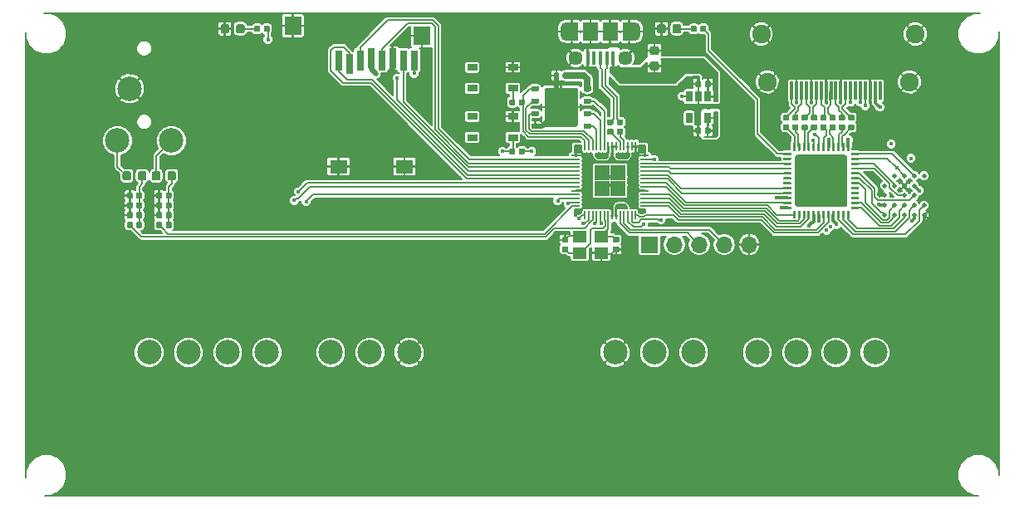
<source format=gbr>
G04 #@! TF.GenerationSoftware,KiCad,Pcbnew,5.0.2-bee76a0~70~ubuntu18.04.1*
G04 #@! TF.CreationDate,2020-11-03T11:03:39+00:00*
G04 #@! TF.ProjectId,picostation,7069636f-7374-4617-9469-6f6e2e6b6963,rev?*
G04 #@! TF.SameCoordinates,Original*
G04 #@! TF.FileFunction,Copper,L1,Top*
G04 #@! TF.FilePolarity,Positive*
%FSLAX46Y46*%
G04 Gerber Fmt 4.6, Leading zero omitted, Abs format (unit mm)*
G04 Created by KiCad (PCBNEW 5.0.2-bee76a0~70~ubuntu18.04.1) date Tue 03 Nov 2020 11:03:39 GMT*
%MOMM*%
%LPD*%
G01*
G04 APERTURE LIST*
G04 #@! TA.AperFunction,SMDPad,CuDef*
%ADD10R,1.050000X0.650000*%
G04 #@! TD*
G04 #@! TA.AperFunction,Conductor*
%ADD11C,0.100000*%
G04 #@! TD*
G04 #@! TA.AperFunction,SMDPad,CuDef*
%ADD12C,0.590000*%
G04 #@! TD*
G04 #@! TA.AperFunction,SMDPad,CuDef*
%ADD13C,0.875000*%
G04 #@! TD*
G04 #@! TA.AperFunction,SMDPad,CuDef*
%ADD14R,1.500000X1.900000*%
G04 #@! TD*
G04 #@! TA.AperFunction,ComponentPad*
%ADD15C,1.450000*%
G04 #@! TD*
G04 #@! TA.AperFunction,SMDPad,CuDef*
%ADD16R,0.400000X1.350000*%
G04 #@! TD*
G04 #@! TA.AperFunction,ComponentPad*
%ADD17O,1.200000X1.900000*%
G04 #@! TD*
G04 #@! TA.AperFunction,SMDPad,CuDef*
%ADD18R,1.200000X1.900000*%
G04 #@! TD*
G04 #@! TA.AperFunction,ComponentPad*
%ADD19C,2.500000*%
G04 #@! TD*
G04 #@! TA.AperFunction,SMDPad,CuDef*
%ADD20R,0.800000X2.000000*%
G04 #@! TD*
G04 #@! TA.AperFunction,SMDPad,CuDef*
%ADD21R,1.800000X1.900000*%
G04 #@! TD*
G04 #@! TA.AperFunction,SMDPad,CuDef*
%ADD22R,1.800000X1.400000*%
G04 #@! TD*
G04 #@! TA.AperFunction,ComponentPad*
%ADD23R,1.700000X1.700000*%
G04 #@! TD*
G04 #@! TA.AperFunction,ComponentPad*
%ADD24O,1.700000X1.700000*%
G04 #@! TD*
G04 #@! TA.AperFunction,ComponentPad*
%ADD25C,1.900000*%
G04 #@! TD*
G04 #@! TA.AperFunction,SMDPad,CuDef*
%ADD26R,0.300000X1.900000*%
G04 #@! TD*
G04 #@! TA.AperFunction,SMDPad,CuDef*
%ADD27O,1.000000X0.200000*%
G04 #@! TD*
G04 #@! TA.AperFunction,SMDPad,CuDef*
%ADD28O,0.200000X1.000000*%
G04 #@! TD*
G04 #@! TA.AperFunction,SMDPad,CuDef*
%ADD29R,1.600000X1.600000*%
G04 #@! TD*
G04 #@! TA.AperFunction,SMDPad,CuDef*
%ADD30R,0.650000X1.060000*%
G04 #@! TD*
G04 #@! TA.AperFunction,SMDPad,CuDef*
%ADD31C,5.300000*%
G04 #@! TD*
G04 #@! TA.AperFunction,SMDPad,CuDef*
%ADD32C,0.250000*%
G04 #@! TD*
G04 #@! TA.AperFunction,BGAPad,CuDef*
%ADD33C,0.500000*%
G04 #@! TD*
G04 #@! TA.AperFunction,SMDPad,CuDef*
%ADD34R,1.400000X1.200000*%
G04 #@! TD*
G04 #@! TA.AperFunction,SMDPad,CuDef*
%ADD35C,3.400000*%
G04 #@! TD*
G04 #@! TA.AperFunction,SMDPad,CuDef*
%ADD36C,0.500000*%
G04 #@! TD*
G04 #@! TA.AperFunction,ViaPad*
%ADD37C,0.450000*%
G04 #@! TD*
G04 #@! TA.AperFunction,Conductor*
%ADD38C,0.300000*%
G04 #@! TD*
G04 #@! TA.AperFunction,Conductor*
%ADD39C,0.500000*%
G04 #@! TD*
G04 #@! TA.AperFunction,Conductor*
%ADD40C,0.150000*%
G04 #@! TD*
G04 #@! TA.AperFunction,Conductor*
%ADD41C,0.700000*%
G04 #@! TD*
G04 #@! TA.AperFunction,Conductor*
%ADD42C,0.200000*%
G04 #@! TD*
G04 #@! TA.AperFunction,Conductor*
%ADD43C,0.130000*%
G04 #@! TD*
G04 APERTURE END LIST*
D10*
G04 #@! TO.P,SW2,2*
G04 #@! TO.N,/uC_~RST~*
X215075000Y-88075000D03*
G04 #@! TO.P,SW2,~*
G04 #@! TO.N,N/C*
X210925000Y-88075000D03*
G04 #@! TO.P,SW2,1*
G04 #@! TO.N,GND*
X215075000Y-85925000D03*
G04 #@! TO.P,SW2,*
G04 #@! TO.N,*
X210925000Y-85925000D03*
G04 #@! TD*
G04 #@! TO.P,SW1,*
G04 #@! TO.N,*
X210925000Y-80925000D03*
G04 #@! TO.P,SW1,1*
G04 #@! TO.N,GND*
X215075000Y-80925000D03*
G04 #@! TO.P,SW1,~*
G04 #@! TO.N,N/C*
X210925000Y-83075000D03*
G04 #@! TO.P,SW1,2*
G04 #@! TO.N,Net-(R11-Pad2)*
X215075000Y-83075000D03*
G04 #@! TD*
D11*
G04 #@! TO.N,/XIN*
G04 #@! TO.C,C15*
G36*
X220586958Y-99190710D02*
X220601276Y-99192834D01*
X220615317Y-99196351D01*
X220628946Y-99201228D01*
X220642031Y-99207417D01*
X220654447Y-99214858D01*
X220666073Y-99223481D01*
X220676798Y-99233202D01*
X220686519Y-99243927D01*
X220695142Y-99255553D01*
X220702583Y-99267969D01*
X220708772Y-99281054D01*
X220713649Y-99294683D01*
X220717166Y-99308724D01*
X220719290Y-99323042D01*
X220720000Y-99337500D01*
X220720000Y-99632500D01*
X220719290Y-99646958D01*
X220717166Y-99661276D01*
X220713649Y-99675317D01*
X220708772Y-99688946D01*
X220702583Y-99702031D01*
X220695142Y-99714447D01*
X220686519Y-99726073D01*
X220676798Y-99736798D01*
X220666073Y-99746519D01*
X220654447Y-99755142D01*
X220642031Y-99762583D01*
X220628946Y-99768772D01*
X220615317Y-99773649D01*
X220601276Y-99777166D01*
X220586958Y-99779290D01*
X220572500Y-99780000D01*
X220227500Y-99780000D01*
X220213042Y-99779290D01*
X220198724Y-99777166D01*
X220184683Y-99773649D01*
X220171054Y-99768772D01*
X220157969Y-99762583D01*
X220145553Y-99755142D01*
X220133927Y-99746519D01*
X220123202Y-99736798D01*
X220113481Y-99726073D01*
X220104858Y-99714447D01*
X220097417Y-99702031D01*
X220091228Y-99688946D01*
X220086351Y-99675317D01*
X220082834Y-99661276D01*
X220080710Y-99646958D01*
X220080000Y-99632500D01*
X220080000Y-99337500D01*
X220080710Y-99323042D01*
X220082834Y-99308724D01*
X220086351Y-99294683D01*
X220091228Y-99281054D01*
X220097417Y-99267969D01*
X220104858Y-99255553D01*
X220113481Y-99243927D01*
X220123202Y-99233202D01*
X220133927Y-99223481D01*
X220145553Y-99214858D01*
X220157969Y-99207417D01*
X220171054Y-99201228D01*
X220184683Y-99196351D01*
X220198724Y-99192834D01*
X220213042Y-99190710D01*
X220227500Y-99190000D01*
X220572500Y-99190000D01*
X220586958Y-99190710D01*
X220586958Y-99190710D01*
G37*
D12*
G04 #@! TD*
G04 #@! TO.P,C15,1*
G04 #@! TO.N,/XIN*
X220400000Y-99485000D03*
D11*
G04 #@! TO.N,GND*
G04 #@! TO.C,C15*
G36*
X220586958Y-98220710D02*
X220601276Y-98222834D01*
X220615317Y-98226351D01*
X220628946Y-98231228D01*
X220642031Y-98237417D01*
X220654447Y-98244858D01*
X220666073Y-98253481D01*
X220676798Y-98263202D01*
X220686519Y-98273927D01*
X220695142Y-98285553D01*
X220702583Y-98297969D01*
X220708772Y-98311054D01*
X220713649Y-98324683D01*
X220717166Y-98338724D01*
X220719290Y-98353042D01*
X220720000Y-98367500D01*
X220720000Y-98662500D01*
X220719290Y-98676958D01*
X220717166Y-98691276D01*
X220713649Y-98705317D01*
X220708772Y-98718946D01*
X220702583Y-98732031D01*
X220695142Y-98744447D01*
X220686519Y-98756073D01*
X220676798Y-98766798D01*
X220666073Y-98776519D01*
X220654447Y-98785142D01*
X220642031Y-98792583D01*
X220628946Y-98798772D01*
X220615317Y-98803649D01*
X220601276Y-98807166D01*
X220586958Y-98809290D01*
X220572500Y-98810000D01*
X220227500Y-98810000D01*
X220213042Y-98809290D01*
X220198724Y-98807166D01*
X220184683Y-98803649D01*
X220171054Y-98798772D01*
X220157969Y-98792583D01*
X220145553Y-98785142D01*
X220133927Y-98776519D01*
X220123202Y-98766798D01*
X220113481Y-98756073D01*
X220104858Y-98744447D01*
X220097417Y-98732031D01*
X220091228Y-98718946D01*
X220086351Y-98705317D01*
X220082834Y-98691276D01*
X220080710Y-98676958D01*
X220080000Y-98662500D01*
X220080000Y-98367500D01*
X220080710Y-98353042D01*
X220082834Y-98338724D01*
X220086351Y-98324683D01*
X220091228Y-98311054D01*
X220097417Y-98297969D01*
X220104858Y-98285553D01*
X220113481Y-98273927D01*
X220123202Y-98263202D01*
X220133927Y-98253481D01*
X220145553Y-98244858D01*
X220157969Y-98237417D01*
X220171054Y-98231228D01*
X220184683Y-98226351D01*
X220198724Y-98222834D01*
X220213042Y-98220710D01*
X220227500Y-98220000D01*
X220572500Y-98220000D01*
X220586958Y-98220710D01*
X220586958Y-98220710D01*
G37*
D12*
G04 #@! TD*
G04 #@! TO.P,C15,2*
G04 #@! TO.N,GND*
X220400000Y-98515000D03*
D11*
G04 #@! TO.N,VBUS*
G04 #@! TO.C,C5*
G36*
X229777691Y-80351053D02*
X229798926Y-80354203D01*
X229819750Y-80359419D01*
X229839962Y-80366651D01*
X229859368Y-80375830D01*
X229877781Y-80386866D01*
X229895024Y-80399654D01*
X229910930Y-80414070D01*
X229925346Y-80429976D01*
X229938134Y-80447219D01*
X229949170Y-80465632D01*
X229958349Y-80485038D01*
X229965581Y-80505250D01*
X229970797Y-80526074D01*
X229973947Y-80547309D01*
X229975000Y-80568750D01*
X229975000Y-81006250D01*
X229973947Y-81027691D01*
X229970797Y-81048926D01*
X229965581Y-81069750D01*
X229958349Y-81089962D01*
X229949170Y-81109368D01*
X229938134Y-81127781D01*
X229925346Y-81145024D01*
X229910930Y-81160930D01*
X229895024Y-81175346D01*
X229877781Y-81188134D01*
X229859368Y-81199170D01*
X229839962Y-81208349D01*
X229819750Y-81215581D01*
X229798926Y-81220797D01*
X229777691Y-81223947D01*
X229756250Y-81225000D01*
X229243750Y-81225000D01*
X229222309Y-81223947D01*
X229201074Y-81220797D01*
X229180250Y-81215581D01*
X229160038Y-81208349D01*
X229140632Y-81199170D01*
X229122219Y-81188134D01*
X229104976Y-81175346D01*
X229089070Y-81160930D01*
X229074654Y-81145024D01*
X229061866Y-81127781D01*
X229050830Y-81109368D01*
X229041651Y-81089962D01*
X229034419Y-81069750D01*
X229029203Y-81048926D01*
X229026053Y-81027691D01*
X229025000Y-81006250D01*
X229025000Y-80568750D01*
X229026053Y-80547309D01*
X229029203Y-80526074D01*
X229034419Y-80505250D01*
X229041651Y-80485038D01*
X229050830Y-80465632D01*
X229061866Y-80447219D01*
X229074654Y-80429976D01*
X229089070Y-80414070D01*
X229104976Y-80399654D01*
X229122219Y-80386866D01*
X229140632Y-80375830D01*
X229160038Y-80366651D01*
X229180250Y-80359419D01*
X229201074Y-80354203D01*
X229222309Y-80351053D01*
X229243750Y-80350000D01*
X229756250Y-80350000D01*
X229777691Y-80351053D01*
X229777691Y-80351053D01*
G37*
D13*
G04 #@! TD*
G04 #@! TO.P,C5,1*
G04 #@! TO.N,VBUS*
X229500000Y-80787500D03*
D11*
G04 #@! TO.N,GND*
G04 #@! TO.C,C5*
G36*
X229777691Y-78776053D02*
X229798926Y-78779203D01*
X229819750Y-78784419D01*
X229839962Y-78791651D01*
X229859368Y-78800830D01*
X229877781Y-78811866D01*
X229895024Y-78824654D01*
X229910930Y-78839070D01*
X229925346Y-78854976D01*
X229938134Y-78872219D01*
X229949170Y-78890632D01*
X229958349Y-78910038D01*
X229965581Y-78930250D01*
X229970797Y-78951074D01*
X229973947Y-78972309D01*
X229975000Y-78993750D01*
X229975000Y-79431250D01*
X229973947Y-79452691D01*
X229970797Y-79473926D01*
X229965581Y-79494750D01*
X229958349Y-79514962D01*
X229949170Y-79534368D01*
X229938134Y-79552781D01*
X229925346Y-79570024D01*
X229910930Y-79585930D01*
X229895024Y-79600346D01*
X229877781Y-79613134D01*
X229859368Y-79624170D01*
X229839962Y-79633349D01*
X229819750Y-79640581D01*
X229798926Y-79645797D01*
X229777691Y-79648947D01*
X229756250Y-79650000D01*
X229243750Y-79650000D01*
X229222309Y-79648947D01*
X229201074Y-79645797D01*
X229180250Y-79640581D01*
X229160038Y-79633349D01*
X229140632Y-79624170D01*
X229122219Y-79613134D01*
X229104976Y-79600346D01*
X229089070Y-79585930D01*
X229074654Y-79570024D01*
X229061866Y-79552781D01*
X229050830Y-79534368D01*
X229041651Y-79514962D01*
X229034419Y-79494750D01*
X229029203Y-79473926D01*
X229026053Y-79452691D01*
X229025000Y-79431250D01*
X229025000Y-78993750D01*
X229026053Y-78972309D01*
X229029203Y-78951074D01*
X229034419Y-78930250D01*
X229041651Y-78910038D01*
X229050830Y-78890632D01*
X229061866Y-78872219D01*
X229074654Y-78854976D01*
X229089070Y-78839070D01*
X229104976Y-78824654D01*
X229122219Y-78811866D01*
X229140632Y-78800830D01*
X229160038Y-78791651D01*
X229180250Y-78784419D01*
X229201074Y-78779203D01*
X229222309Y-78776053D01*
X229243750Y-78775000D01*
X229756250Y-78775000D01*
X229777691Y-78776053D01*
X229777691Y-78776053D01*
G37*
D13*
G04 #@! TD*
G04 #@! TO.P,C5,2*
G04 #@! TO.N,GND*
X229500000Y-79212500D03*
D11*
G04 #@! TO.N,/AUDIO_L_DC*
G04 #@! TO.C,C6*
G36*
X177146958Y-93680710D02*
X177161276Y-93682834D01*
X177175317Y-93686351D01*
X177188946Y-93691228D01*
X177202031Y-93697417D01*
X177214447Y-93704858D01*
X177226073Y-93713481D01*
X177236798Y-93723202D01*
X177246519Y-93733927D01*
X177255142Y-93745553D01*
X177262583Y-93757969D01*
X177268772Y-93771054D01*
X177273649Y-93784683D01*
X177277166Y-93798724D01*
X177279290Y-93813042D01*
X177280000Y-93827500D01*
X177280000Y-94172500D01*
X177279290Y-94186958D01*
X177277166Y-94201276D01*
X177273649Y-94215317D01*
X177268772Y-94228946D01*
X177262583Y-94242031D01*
X177255142Y-94254447D01*
X177246519Y-94266073D01*
X177236798Y-94276798D01*
X177226073Y-94286519D01*
X177214447Y-94295142D01*
X177202031Y-94302583D01*
X177188946Y-94308772D01*
X177175317Y-94313649D01*
X177161276Y-94317166D01*
X177146958Y-94319290D01*
X177132500Y-94320000D01*
X176837500Y-94320000D01*
X176823042Y-94319290D01*
X176808724Y-94317166D01*
X176794683Y-94313649D01*
X176781054Y-94308772D01*
X176767969Y-94302583D01*
X176755553Y-94295142D01*
X176743927Y-94286519D01*
X176733202Y-94276798D01*
X176723481Y-94266073D01*
X176714858Y-94254447D01*
X176707417Y-94242031D01*
X176701228Y-94228946D01*
X176696351Y-94215317D01*
X176692834Y-94201276D01*
X176690710Y-94186958D01*
X176690000Y-94172500D01*
X176690000Y-93827500D01*
X176690710Y-93813042D01*
X176692834Y-93798724D01*
X176696351Y-93784683D01*
X176701228Y-93771054D01*
X176707417Y-93757969D01*
X176714858Y-93745553D01*
X176723481Y-93733927D01*
X176733202Y-93723202D01*
X176743927Y-93713481D01*
X176755553Y-93704858D01*
X176767969Y-93697417D01*
X176781054Y-93691228D01*
X176794683Y-93686351D01*
X176808724Y-93682834D01*
X176823042Y-93680710D01*
X176837500Y-93680000D01*
X177132500Y-93680000D01*
X177146958Y-93680710D01*
X177146958Y-93680710D01*
G37*
D12*
G04 #@! TD*
G04 #@! TO.P,C6,1*
G04 #@! TO.N,/AUDIO_L_DC*
X176985000Y-94000000D03*
D11*
G04 #@! TO.N,GND*
G04 #@! TO.C,C6*
G36*
X176176958Y-93680710D02*
X176191276Y-93682834D01*
X176205317Y-93686351D01*
X176218946Y-93691228D01*
X176232031Y-93697417D01*
X176244447Y-93704858D01*
X176256073Y-93713481D01*
X176266798Y-93723202D01*
X176276519Y-93733927D01*
X176285142Y-93745553D01*
X176292583Y-93757969D01*
X176298772Y-93771054D01*
X176303649Y-93784683D01*
X176307166Y-93798724D01*
X176309290Y-93813042D01*
X176310000Y-93827500D01*
X176310000Y-94172500D01*
X176309290Y-94186958D01*
X176307166Y-94201276D01*
X176303649Y-94215317D01*
X176298772Y-94228946D01*
X176292583Y-94242031D01*
X176285142Y-94254447D01*
X176276519Y-94266073D01*
X176266798Y-94276798D01*
X176256073Y-94286519D01*
X176244447Y-94295142D01*
X176232031Y-94302583D01*
X176218946Y-94308772D01*
X176205317Y-94313649D01*
X176191276Y-94317166D01*
X176176958Y-94319290D01*
X176162500Y-94320000D01*
X175867500Y-94320000D01*
X175853042Y-94319290D01*
X175838724Y-94317166D01*
X175824683Y-94313649D01*
X175811054Y-94308772D01*
X175797969Y-94302583D01*
X175785553Y-94295142D01*
X175773927Y-94286519D01*
X175763202Y-94276798D01*
X175753481Y-94266073D01*
X175744858Y-94254447D01*
X175737417Y-94242031D01*
X175731228Y-94228946D01*
X175726351Y-94215317D01*
X175722834Y-94201276D01*
X175720710Y-94186958D01*
X175720000Y-94172500D01*
X175720000Y-93827500D01*
X175720710Y-93813042D01*
X175722834Y-93798724D01*
X175726351Y-93784683D01*
X175731228Y-93771054D01*
X175737417Y-93757969D01*
X175744858Y-93745553D01*
X175753481Y-93733927D01*
X175763202Y-93723202D01*
X175773927Y-93713481D01*
X175785553Y-93704858D01*
X175797969Y-93697417D01*
X175811054Y-93691228D01*
X175824683Y-93686351D01*
X175838724Y-93682834D01*
X175853042Y-93680710D01*
X175867500Y-93680000D01*
X176162500Y-93680000D01*
X176176958Y-93680710D01*
X176176958Y-93680710D01*
G37*
D12*
G04 #@! TD*
G04 #@! TO.P,C6,2*
G04 #@! TO.N,GND*
X176015000Y-94000000D03*
D11*
G04 #@! TO.N,GND*
G04 #@! TO.C,C7*
G36*
X179176958Y-93680710D02*
X179191276Y-93682834D01*
X179205317Y-93686351D01*
X179218946Y-93691228D01*
X179232031Y-93697417D01*
X179244447Y-93704858D01*
X179256073Y-93713481D01*
X179266798Y-93723202D01*
X179276519Y-93733927D01*
X179285142Y-93745553D01*
X179292583Y-93757969D01*
X179298772Y-93771054D01*
X179303649Y-93784683D01*
X179307166Y-93798724D01*
X179309290Y-93813042D01*
X179310000Y-93827500D01*
X179310000Y-94172500D01*
X179309290Y-94186958D01*
X179307166Y-94201276D01*
X179303649Y-94215317D01*
X179298772Y-94228946D01*
X179292583Y-94242031D01*
X179285142Y-94254447D01*
X179276519Y-94266073D01*
X179266798Y-94276798D01*
X179256073Y-94286519D01*
X179244447Y-94295142D01*
X179232031Y-94302583D01*
X179218946Y-94308772D01*
X179205317Y-94313649D01*
X179191276Y-94317166D01*
X179176958Y-94319290D01*
X179162500Y-94320000D01*
X178867500Y-94320000D01*
X178853042Y-94319290D01*
X178838724Y-94317166D01*
X178824683Y-94313649D01*
X178811054Y-94308772D01*
X178797969Y-94302583D01*
X178785553Y-94295142D01*
X178773927Y-94286519D01*
X178763202Y-94276798D01*
X178753481Y-94266073D01*
X178744858Y-94254447D01*
X178737417Y-94242031D01*
X178731228Y-94228946D01*
X178726351Y-94215317D01*
X178722834Y-94201276D01*
X178720710Y-94186958D01*
X178720000Y-94172500D01*
X178720000Y-93827500D01*
X178720710Y-93813042D01*
X178722834Y-93798724D01*
X178726351Y-93784683D01*
X178731228Y-93771054D01*
X178737417Y-93757969D01*
X178744858Y-93745553D01*
X178753481Y-93733927D01*
X178763202Y-93723202D01*
X178773927Y-93713481D01*
X178785553Y-93704858D01*
X178797969Y-93697417D01*
X178811054Y-93691228D01*
X178824683Y-93686351D01*
X178838724Y-93682834D01*
X178853042Y-93680710D01*
X178867500Y-93680000D01*
X179162500Y-93680000D01*
X179176958Y-93680710D01*
X179176958Y-93680710D01*
G37*
D12*
G04 #@! TD*
G04 #@! TO.P,C7,2*
G04 #@! TO.N,GND*
X179015000Y-94000000D03*
D11*
G04 #@! TO.N,/AUDIO_R_DC*
G04 #@! TO.C,C7*
G36*
X180146958Y-93680710D02*
X180161276Y-93682834D01*
X180175317Y-93686351D01*
X180188946Y-93691228D01*
X180202031Y-93697417D01*
X180214447Y-93704858D01*
X180226073Y-93713481D01*
X180236798Y-93723202D01*
X180246519Y-93733927D01*
X180255142Y-93745553D01*
X180262583Y-93757969D01*
X180268772Y-93771054D01*
X180273649Y-93784683D01*
X180277166Y-93798724D01*
X180279290Y-93813042D01*
X180280000Y-93827500D01*
X180280000Y-94172500D01*
X180279290Y-94186958D01*
X180277166Y-94201276D01*
X180273649Y-94215317D01*
X180268772Y-94228946D01*
X180262583Y-94242031D01*
X180255142Y-94254447D01*
X180246519Y-94266073D01*
X180236798Y-94276798D01*
X180226073Y-94286519D01*
X180214447Y-94295142D01*
X180202031Y-94302583D01*
X180188946Y-94308772D01*
X180175317Y-94313649D01*
X180161276Y-94317166D01*
X180146958Y-94319290D01*
X180132500Y-94320000D01*
X179837500Y-94320000D01*
X179823042Y-94319290D01*
X179808724Y-94317166D01*
X179794683Y-94313649D01*
X179781054Y-94308772D01*
X179767969Y-94302583D01*
X179755553Y-94295142D01*
X179743927Y-94286519D01*
X179733202Y-94276798D01*
X179723481Y-94266073D01*
X179714858Y-94254447D01*
X179707417Y-94242031D01*
X179701228Y-94228946D01*
X179696351Y-94215317D01*
X179692834Y-94201276D01*
X179690710Y-94186958D01*
X179690000Y-94172500D01*
X179690000Y-93827500D01*
X179690710Y-93813042D01*
X179692834Y-93798724D01*
X179696351Y-93784683D01*
X179701228Y-93771054D01*
X179707417Y-93757969D01*
X179714858Y-93745553D01*
X179723481Y-93733927D01*
X179733202Y-93723202D01*
X179743927Y-93713481D01*
X179755553Y-93704858D01*
X179767969Y-93697417D01*
X179781054Y-93691228D01*
X179794683Y-93686351D01*
X179808724Y-93682834D01*
X179823042Y-93680710D01*
X179837500Y-93680000D01*
X180132500Y-93680000D01*
X180146958Y-93680710D01*
X180146958Y-93680710D01*
G37*
D12*
G04 #@! TD*
G04 #@! TO.P,C7,1*
G04 #@! TO.N,/AUDIO_R_DC*
X179985000Y-94000000D03*
D11*
G04 #@! TO.N,/AUDIO_L*
G04 #@! TO.C,C9*
G36*
X175952691Y-91526053D02*
X175973926Y-91529203D01*
X175994750Y-91534419D01*
X176014962Y-91541651D01*
X176034368Y-91550830D01*
X176052781Y-91561866D01*
X176070024Y-91574654D01*
X176085930Y-91589070D01*
X176100346Y-91604976D01*
X176113134Y-91622219D01*
X176124170Y-91640632D01*
X176133349Y-91660038D01*
X176140581Y-91680250D01*
X176145797Y-91701074D01*
X176148947Y-91722309D01*
X176150000Y-91743750D01*
X176150000Y-92256250D01*
X176148947Y-92277691D01*
X176145797Y-92298926D01*
X176140581Y-92319750D01*
X176133349Y-92339962D01*
X176124170Y-92359368D01*
X176113134Y-92377781D01*
X176100346Y-92395024D01*
X176085930Y-92410930D01*
X176070024Y-92425346D01*
X176052781Y-92438134D01*
X176034368Y-92449170D01*
X176014962Y-92458349D01*
X175994750Y-92465581D01*
X175973926Y-92470797D01*
X175952691Y-92473947D01*
X175931250Y-92475000D01*
X175493750Y-92475000D01*
X175472309Y-92473947D01*
X175451074Y-92470797D01*
X175430250Y-92465581D01*
X175410038Y-92458349D01*
X175390632Y-92449170D01*
X175372219Y-92438134D01*
X175354976Y-92425346D01*
X175339070Y-92410930D01*
X175324654Y-92395024D01*
X175311866Y-92377781D01*
X175300830Y-92359368D01*
X175291651Y-92339962D01*
X175284419Y-92319750D01*
X175279203Y-92298926D01*
X175276053Y-92277691D01*
X175275000Y-92256250D01*
X175275000Y-91743750D01*
X175276053Y-91722309D01*
X175279203Y-91701074D01*
X175284419Y-91680250D01*
X175291651Y-91660038D01*
X175300830Y-91640632D01*
X175311866Y-91622219D01*
X175324654Y-91604976D01*
X175339070Y-91589070D01*
X175354976Y-91574654D01*
X175372219Y-91561866D01*
X175390632Y-91550830D01*
X175410038Y-91541651D01*
X175430250Y-91534419D01*
X175451074Y-91529203D01*
X175472309Y-91526053D01*
X175493750Y-91525000D01*
X175931250Y-91525000D01*
X175952691Y-91526053D01*
X175952691Y-91526053D01*
G37*
D13*
G04 #@! TD*
G04 #@! TO.P,C9,1*
G04 #@! TO.N,/AUDIO_L*
X175712500Y-92000000D03*
D11*
G04 #@! TO.N,/AUDIO_L_DC*
G04 #@! TO.C,C9*
G36*
X177527691Y-91526053D02*
X177548926Y-91529203D01*
X177569750Y-91534419D01*
X177589962Y-91541651D01*
X177609368Y-91550830D01*
X177627781Y-91561866D01*
X177645024Y-91574654D01*
X177660930Y-91589070D01*
X177675346Y-91604976D01*
X177688134Y-91622219D01*
X177699170Y-91640632D01*
X177708349Y-91660038D01*
X177715581Y-91680250D01*
X177720797Y-91701074D01*
X177723947Y-91722309D01*
X177725000Y-91743750D01*
X177725000Y-92256250D01*
X177723947Y-92277691D01*
X177720797Y-92298926D01*
X177715581Y-92319750D01*
X177708349Y-92339962D01*
X177699170Y-92359368D01*
X177688134Y-92377781D01*
X177675346Y-92395024D01*
X177660930Y-92410930D01*
X177645024Y-92425346D01*
X177627781Y-92438134D01*
X177609368Y-92449170D01*
X177589962Y-92458349D01*
X177569750Y-92465581D01*
X177548926Y-92470797D01*
X177527691Y-92473947D01*
X177506250Y-92475000D01*
X177068750Y-92475000D01*
X177047309Y-92473947D01*
X177026074Y-92470797D01*
X177005250Y-92465581D01*
X176985038Y-92458349D01*
X176965632Y-92449170D01*
X176947219Y-92438134D01*
X176929976Y-92425346D01*
X176914070Y-92410930D01*
X176899654Y-92395024D01*
X176886866Y-92377781D01*
X176875830Y-92359368D01*
X176866651Y-92339962D01*
X176859419Y-92319750D01*
X176854203Y-92298926D01*
X176851053Y-92277691D01*
X176850000Y-92256250D01*
X176850000Y-91743750D01*
X176851053Y-91722309D01*
X176854203Y-91701074D01*
X176859419Y-91680250D01*
X176866651Y-91660038D01*
X176875830Y-91640632D01*
X176886866Y-91622219D01*
X176899654Y-91604976D01*
X176914070Y-91589070D01*
X176929976Y-91574654D01*
X176947219Y-91561866D01*
X176965632Y-91550830D01*
X176985038Y-91541651D01*
X177005250Y-91534419D01*
X177026074Y-91529203D01*
X177047309Y-91526053D01*
X177068750Y-91525000D01*
X177506250Y-91525000D01*
X177527691Y-91526053D01*
X177527691Y-91526053D01*
G37*
D13*
G04 #@! TD*
G04 #@! TO.P,C9,2*
G04 #@! TO.N,/AUDIO_L_DC*
X177287500Y-92000000D03*
D11*
G04 #@! TO.N,/AUDIO_R*
G04 #@! TO.C,C10*
G36*
X178952691Y-91526053D02*
X178973926Y-91529203D01*
X178994750Y-91534419D01*
X179014962Y-91541651D01*
X179034368Y-91550830D01*
X179052781Y-91561866D01*
X179070024Y-91574654D01*
X179085930Y-91589070D01*
X179100346Y-91604976D01*
X179113134Y-91622219D01*
X179124170Y-91640632D01*
X179133349Y-91660038D01*
X179140581Y-91680250D01*
X179145797Y-91701074D01*
X179148947Y-91722309D01*
X179150000Y-91743750D01*
X179150000Y-92256250D01*
X179148947Y-92277691D01*
X179145797Y-92298926D01*
X179140581Y-92319750D01*
X179133349Y-92339962D01*
X179124170Y-92359368D01*
X179113134Y-92377781D01*
X179100346Y-92395024D01*
X179085930Y-92410930D01*
X179070024Y-92425346D01*
X179052781Y-92438134D01*
X179034368Y-92449170D01*
X179014962Y-92458349D01*
X178994750Y-92465581D01*
X178973926Y-92470797D01*
X178952691Y-92473947D01*
X178931250Y-92475000D01*
X178493750Y-92475000D01*
X178472309Y-92473947D01*
X178451074Y-92470797D01*
X178430250Y-92465581D01*
X178410038Y-92458349D01*
X178390632Y-92449170D01*
X178372219Y-92438134D01*
X178354976Y-92425346D01*
X178339070Y-92410930D01*
X178324654Y-92395024D01*
X178311866Y-92377781D01*
X178300830Y-92359368D01*
X178291651Y-92339962D01*
X178284419Y-92319750D01*
X178279203Y-92298926D01*
X178276053Y-92277691D01*
X178275000Y-92256250D01*
X178275000Y-91743750D01*
X178276053Y-91722309D01*
X178279203Y-91701074D01*
X178284419Y-91680250D01*
X178291651Y-91660038D01*
X178300830Y-91640632D01*
X178311866Y-91622219D01*
X178324654Y-91604976D01*
X178339070Y-91589070D01*
X178354976Y-91574654D01*
X178372219Y-91561866D01*
X178390632Y-91550830D01*
X178410038Y-91541651D01*
X178430250Y-91534419D01*
X178451074Y-91529203D01*
X178472309Y-91526053D01*
X178493750Y-91525000D01*
X178931250Y-91525000D01*
X178952691Y-91526053D01*
X178952691Y-91526053D01*
G37*
D13*
G04 #@! TD*
G04 #@! TO.P,C10,1*
G04 #@! TO.N,/AUDIO_R*
X178712500Y-92000000D03*
D11*
G04 #@! TO.N,/AUDIO_R_DC*
G04 #@! TO.C,C10*
G36*
X180527691Y-91526053D02*
X180548926Y-91529203D01*
X180569750Y-91534419D01*
X180589962Y-91541651D01*
X180609368Y-91550830D01*
X180627781Y-91561866D01*
X180645024Y-91574654D01*
X180660930Y-91589070D01*
X180675346Y-91604976D01*
X180688134Y-91622219D01*
X180699170Y-91640632D01*
X180708349Y-91660038D01*
X180715581Y-91680250D01*
X180720797Y-91701074D01*
X180723947Y-91722309D01*
X180725000Y-91743750D01*
X180725000Y-92256250D01*
X180723947Y-92277691D01*
X180720797Y-92298926D01*
X180715581Y-92319750D01*
X180708349Y-92339962D01*
X180699170Y-92359368D01*
X180688134Y-92377781D01*
X180675346Y-92395024D01*
X180660930Y-92410930D01*
X180645024Y-92425346D01*
X180627781Y-92438134D01*
X180609368Y-92449170D01*
X180589962Y-92458349D01*
X180569750Y-92465581D01*
X180548926Y-92470797D01*
X180527691Y-92473947D01*
X180506250Y-92475000D01*
X180068750Y-92475000D01*
X180047309Y-92473947D01*
X180026074Y-92470797D01*
X180005250Y-92465581D01*
X179985038Y-92458349D01*
X179965632Y-92449170D01*
X179947219Y-92438134D01*
X179929976Y-92425346D01*
X179914070Y-92410930D01*
X179899654Y-92395024D01*
X179886866Y-92377781D01*
X179875830Y-92359368D01*
X179866651Y-92339962D01*
X179859419Y-92319750D01*
X179854203Y-92298926D01*
X179851053Y-92277691D01*
X179850000Y-92256250D01*
X179850000Y-91743750D01*
X179851053Y-91722309D01*
X179854203Y-91701074D01*
X179859419Y-91680250D01*
X179866651Y-91660038D01*
X179875830Y-91640632D01*
X179886866Y-91622219D01*
X179899654Y-91604976D01*
X179914070Y-91589070D01*
X179929976Y-91574654D01*
X179947219Y-91561866D01*
X179965632Y-91550830D01*
X179985038Y-91541651D01*
X180005250Y-91534419D01*
X180026074Y-91529203D01*
X180047309Y-91526053D01*
X180068750Y-91525000D01*
X180506250Y-91525000D01*
X180527691Y-91526053D01*
X180527691Y-91526053D01*
G37*
D13*
G04 #@! TD*
G04 #@! TO.P,C10,2*
G04 #@! TO.N,/AUDIO_R_DC*
X180287500Y-92000000D03*
D11*
G04 #@! TO.N,GND*
G04 #@! TO.C,C12*
G36*
X234151958Y-82305710D02*
X234166276Y-82307834D01*
X234180317Y-82311351D01*
X234193946Y-82316228D01*
X234207031Y-82322417D01*
X234219447Y-82329858D01*
X234231073Y-82338481D01*
X234241798Y-82348202D01*
X234251519Y-82358927D01*
X234260142Y-82370553D01*
X234267583Y-82382969D01*
X234273772Y-82396054D01*
X234278649Y-82409683D01*
X234282166Y-82423724D01*
X234284290Y-82438042D01*
X234285000Y-82452500D01*
X234285000Y-82797500D01*
X234284290Y-82811958D01*
X234282166Y-82826276D01*
X234278649Y-82840317D01*
X234273772Y-82853946D01*
X234267583Y-82867031D01*
X234260142Y-82879447D01*
X234251519Y-82891073D01*
X234241798Y-82901798D01*
X234231073Y-82911519D01*
X234219447Y-82920142D01*
X234207031Y-82927583D01*
X234193946Y-82933772D01*
X234180317Y-82938649D01*
X234166276Y-82942166D01*
X234151958Y-82944290D01*
X234137500Y-82945000D01*
X233842500Y-82945000D01*
X233828042Y-82944290D01*
X233813724Y-82942166D01*
X233799683Y-82938649D01*
X233786054Y-82933772D01*
X233772969Y-82927583D01*
X233760553Y-82920142D01*
X233748927Y-82911519D01*
X233738202Y-82901798D01*
X233728481Y-82891073D01*
X233719858Y-82879447D01*
X233712417Y-82867031D01*
X233706228Y-82853946D01*
X233701351Y-82840317D01*
X233697834Y-82826276D01*
X233695710Y-82811958D01*
X233695000Y-82797500D01*
X233695000Y-82452500D01*
X233695710Y-82438042D01*
X233697834Y-82423724D01*
X233701351Y-82409683D01*
X233706228Y-82396054D01*
X233712417Y-82382969D01*
X233719858Y-82370553D01*
X233728481Y-82358927D01*
X233738202Y-82348202D01*
X233748927Y-82338481D01*
X233760553Y-82329858D01*
X233772969Y-82322417D01*
X233786054Y-82316228D01*
X233799683Y-82311351D01*
X233813724Y-82307834D01*
X233828042Y-82305710D01*
X233842500Y-82305000D01*
X234137500Y-82305000D01*
X234151958Y-82305710D01*
X234151958Y-82305710D01*
G37*
D12*
G04 #@! TD*
G04 #@! TO.P,C12,2*
G04 #@! TO.N,GND*
X233990000Y-82625000D03*
D11*
G04 #@! TO.N,VBUS*
G04 #@! TO.C,C12*
G36*
X235121958Y-82305710D02*
X235136276Y-82307834D01*
X235150317Y-82311351D01*
X235163946Y-82316228D01*
X235177031Y-82322417D01*
X235189447Y-82329858D01*
X235201073Y-82338481D01*
X235211798Y-82348202D01*
X235221519Y-82358927D01*
X235230142Y-82370553D01*
X235237583Y-82382969D01*
X235243772Y-82396054D01*
X235248649Y-82409683D01*
X235252166Y-82423724D01*
X235254290Y-82438042D01*
X235255000Y-82452500D01*
X235255000Y-82797500D01*
X235254290Y-82811958D01*
X235252166Y-82826276D01*
X235248649Y-82840317D01*
X235243772Y-82853946D01*
X235237583Y-82867031D01*
X235230142Y-82879447D01*
X235221519Y-82891073D01*
X235211798Y-82901798D01*
X235201073Y-82911519D01*
X235189447Y-82920142D01*
X235177031Y-82927583D01*
X235163946Y-82933772D01*
X235150317Y-82938649D01*
X235136276Y-82942166D01*
X235121958Y-82944290D01*
X235107500Y-82945000D01*
X234812500Y-82945000D01*
X234798042Y-82944290D01*
X234783724Y-82942166D01*
X234769683Y-82938649D01*
X234756054Y-82933772D01*
X234742969Y-82927583D01*
X234730553Y-82920142D01*
X234718927Y-82911519D01*
X234708202Y-82901798D01*
X234698481Y-82891073D01*
X234689858Y-82879447D01*
X234682417Y-82867031D01*
X234676228Y-82853946D01*
X234671351Y-82840317D01*
X234667834Y-82826276D01*
X234665710Y-82811958D01*
X234665000Y-82797500D01*
X234665000Y-82452500D01*
X234665710Y-82438042D01*
X234667834Y-82423724D01*
X234671351Y-82409683D01*
X234676228Y-82396054D01*
X234682417Y-82382969D01*
X234689858Y-82370553D01*
X234698481Y-82358927D01*
X234708202Y-82348202D01*
X234718927Y-82338481D01*
X234730553Y-82329858D01*
X234742969Y-82322417D01*
X234756054Y-82316228D01*
X234769683Y-82311351D01*
X234783724Y-82307834D01*
X234798042Y-82305710D01*
X234812500Y-82305000D01*
X235107500Y-82305000D01*
X235121958Y-82305710D01*
X235121958Y-82305710D01*
G37*
D12*
G04 #@! TD*
G04 #@! TO.P,C12,1*
G04 #@! TO.N,VBUS*
X234960000Y-82625000D03*
D11*
G04 #@! TO.N,+3V3*
G04 #@! TO.C,C14*
G36*
X235096958Y-87055710D02*
X235111276Y-87057834D01*
X235125317Y-87061351D01*
X235138946Y-87066228D01*
X235152031Y-87072417D01*
X235164447Y-87079858D01*
X235176073Y-87088481D01*
X235186798Y-87098202D01*
X235196519Y-87108927D01*
X235205142Y-87120553D01*
X235212583Y-87132969D01*
X235218772Y-87146054D01*
X235223649Y-87159683D01*
X235227166Y-87173724D01*
X235229290Y-87188042D01*
X235230000Y-87202500D01*
X235230000Y-87547500D01*
X235229290Y-87561958D01*
X235227166Y-87576276D01*
X235223649Y-87590317D01*
X235218772Y-87603946D01*
X235212583Y-87617031D01*
X235205142Y-87629447D01*
X235196519Y-87641073D01*
X235186798Y-87651798D01*
X235176073Y-87661519D01*
X235164447Y-87670142D01*
X235152031Y-87677583D01*
X235138946Y-87683772D01*
X235125317Y-87688649D01*
X235111276Y-87692166D01*
X235096958Y-87694290D01*
X235082500Y-87695000D01*
X234787500Y-87695000D01*
X234773042Y-87694290D01*
X234758724Y-87692166D01*
X234744683Y-87688649D01*
X234731054Y-87683772D01*
X234717969Y-87677583D01*
X234705553Y-87670142D01*
X234693927Y-87661519D01*
X234683202Y-87651798D01*
X234673481Y-87641073D01*
X234664858Y-87629447D01*
X234657417Y-87617031D01*
X234651228Y-87603946D01*
X234646351Y-87590317D01*
X234642834Y-87576276D01*
X234640710Y-87561958D01*
X234640000Y-87547500D01*
X234640000Y-87202500D01*
X234640710Y-87188042D01*
X234642834Y-87173724D01*
X234646351Y-87159683D01*
X234651228Y-87146054D01*
X234657417Y-87132969D01*
X234664858Y-87120553D01*
X234673481Y-87108927D01*
X234683202Y-87098202D01*
X234693927Y-87088481D01*
X234705553Y-87079858D01*
X234717969Y-87072417D01*
X234731054Y-87066228D01*
X234744683Y-87061351D01*
X234758724Y-87057834D01*
X234773042Y-87055710D01*
X234787500Y-87055000D01*
X235082500Y-87055000D01*
X235096958Y-87055710D01*
X235096958Y-87055710D01*
G37*
D12*
G04 #@! TD*
G04 #@! TO.P,C14,1*
G04 #@! TO.N,+3V3*
X234935000Y-87375000D03*
D11*
G04 #@! TO.N,GND*
G04 #@! TO.C,C14*
G36*
X234126958Y-87055710D02*
X234141276Y-87057834D01*
X234155317Y-87061351D01*
X234168946Y-87066228D01*
X234182031Y-87072417D01*
X234194447Y-87079858D01*
X234206073Y-87088481D01*
X234216798Y-87098202D01*
X234226519Y-87108927D01*
X234235142Y-87120553D01*
X234242583Y-87132969D01*
X234248772Y-87146054D01*
X234253649Y-87159683D01*
X234257166Y-87173724D01*
X234259290Y-87188042D01*
X234260000Y-87202500D01*
X234260000Y-87547500D01*
X234259290Y-87561958D01*
X234257166Y-87576276D01*
X234253649Y-87590317D01*
X234248772Y-87603946D01*
X234242583Y-87617031D01*
X234235142Y-87629447D01*
X234226519Y-87641073D01*
X234216798Y-87651798D01*
X234206073Y-87661519D01*
X234194447Y-87670142D01*
X234182031Y-87677583D01*
X234168946Y-87683772D01*
X234155317Y-87688649D01*
X234141276Y-87692166D01*
X234126958Y-87694290D01*
X234112500Y-87695000D01*
X233817500Y-87695000D01*
X233803042Y-87694290D01*
X233788724Y-87692166D01*
X233774683Y-87688649D01*
X233761054Y-87683772D01*
X233747969Y-87677583D01*
X233735553Y-87670142D01*
X233723927Y-87661519D01*
X233713202Y-87651798D01*
X233703481Y-87641073D01*
X233694858Y-87629447D01*
X233687417Y-87617031D01*
X233681228Y-87603946D01*
X233676351Y-87590317D01*
X233672834Y-87576276D01*
X233670710Y-87561958D01*
X233670000Y-87547500D01*
X233670000Y-87202500D01*
X233670710Y-87188042D01*
X233672834Y-87173724D01*
X233676351Y-87159683D01*
X233681228Y-87146054D01*
X233687417Y-87132969D01*
X233694858Y-87120553D01*
X233703481Y-87108927D01*
X233713202Y-87098202D01*
X233723927Y-87088481D01*
X233735553Y-87079858D01*
X233747969Y-87072417D01*
X233761054Y-87066228D01*
X233774683Y-87061351D01*
X233788724Y-87057834D01*
X233803042Y-87055710D01*
X233817500Y-87055000D01*
X234112500Y-87055000D01*
X234126958Y-87055710D01*
X234126958Y-87055710D01*
G37*
D12*
G04 #@! TD*
G04 #@! TO.P,C14,2*
G04 #@! TO.N,GND*
X233965000Y-87375000D03*
D11*
G04 #@! TO.N,GND*
G04 #@! TO.C,C17*
G36*
X225786958Y-99190710D02*
X225801276Y-99192834D01*
X225815317Y-99196351D01*
X225828946Y-99201228D01*
X225842031Y-99207417D01*
X225854447Y-99214858D01*
X225866073Y-99223481D01*
X225876798Y-99233202D01*
X225886519Y-99243927D01*
X225895142Y-99255553D01*
X225902583Y-99267969D01*
X225908772Y-99281054D01*
X225913649Y-99294683D01*
X225917166Y-99308724D01*
X225919290Y-99323042D01*
X225920000Y-99337500D01*
X225920000Y-99632500D01*
X225919290Y-99646958D01*
X225917166Y-99661276D01*
X225913649Y-99675317D01*
X225908772Y-99688946D01*
X225902583Y-99702031D01*
X225895142Y-99714447D01*
X225886519Y-99726073D01*
X225876798Y-99736798D01*
X225866073Y-99746519D01*
X225854447Y-99755142D01*
X225842031Y-99762583D01*
X225828946Y-99768772D01*
X225815317Y-99773649D01*
X225801276Y-99777166D01*
X225786958Y-99779290D01*
X225772500Y-99780000D01*
X225427500Y-99780000D01*
X225413042Y-99779290D01*
X225398724Y-99777166D01*
X225384683Y-99773649D01*
X225371054Y-99768772D01*
X225357969Y-99762583D01*
X225345553Y-99755142D01*
X225333927Y-99746519D01*
X225323202Y-99736798D01*
X225313481Y-99726073D01*
X225304858Y-99714447D01*
X225297417Y-99702031D01*
X225291228Y-99688946D01*
X225286351Y-99675317D01*
X225282834Y-99661276D01*
X225280710Y-99646958D01*
X225280000Y-99632500D01*
X225280000Y-99337500D01*
X225280710Y-99323042D01*
X225282834Y-99308724D01*
X225286351Y-99294683D01*
X225291228Y-99281054D01*
X225297417Y-99267969D01*
X225304858Y-99255553D01*
X225313481Y-99243927D01*
X225323202Y-99233202D01*
X225333927Y-99223481D01*
X225345553Y-99214858D01*
X225357969Y-99207417D01*
X225371054Y-99201228D01*
X225384683Y-99196351D01*
X225398724Y-99192834D01*
X225413042Y-99190710D01*
X225427500Y-99190000D01*
X225772500Y-99190000D01*
X225786958Y-99190710D01*
X225786958Y-99190710D01*
G37*
D12*
G04 #@! TD*
G04 #@! TO.P,C17,2*
G04 #@! TO.N,GND*
X225600000Y-99485000D03*
D11*
G04 #@! TO.N,/XOUT*
G04 #@! TO.C,C17*
G36*
X225786958Y-98220710D02*
X225801276Y-98222834D01*
X225815317Y-98226351D01*
X225828946Y-98231228D01*
X225842031Y-98237417D01*
X225854447Y-98244858D01*
X225866073Y-98253481D01*
X225876798Y-98263202D01*
X225886519Y-98273927D01*
X225895142Y-98285553D01*
X225902583Y-98297969D01*
X225908772Y-98311054D01*
X225913649Y-98324683D01*
X225917166Y-98338724D01*
X225919290Y-98353042D01*
X225920000Y-98367500D01*
X225920000Y-98662500D01*
X225919290Y-98676958D01*
X225917166Y-98691276D01*
X225913649Y-98705317D01*
X225908772Y-98718946D01*
X225902583Y-98732031D01*
X225895142Y-98744447D01*
X225886519Y-98756073D01*
X225876798Y-98766798D01*
X225866073Y-98776519D01*
X225854447Y-98785142D01*
X225842031Y-98792583D01*
X225828946Y-98798772D01*
X225815317Y-98803649D01*
X225801276Y-98807166D01*
X225786958Y-98809290D01*
X225772500Y-98810000D01*
X225427500Y-98810000D01*
X225413042Y-98809290D01*
X225398724Y-98807166D01*
X225384683Y-98803649D01*
X225371054Y-98798772D01*
X225357969Y-98792583D01*
X225345553Y-98785142D01*
X225333927Y-98776519D01*
X225323202Y-98766798D01*
X225313481Y-98756073D01*
X225304858Y-98744447D01*
X225297417Y-98732031D01*
X225291228Y-98718946D01*
X225286351Y-98705317D01*
X225282834Y-98691276D01*
X225280710Y-98676958D01*
X225280000Y-98662500D01*
X225280000Y-98367500D01*
X225280710Y-98353042D01*
X225282834Y-98338724D01*
X225286351Y-98324683D01*
X225291228Y-98311054D01*
X225297417Y-98297969D01*
X225304858Y-98285553D01*
X225313481Y-98273927D01*
X225323202Y-98263202D01*
X225333927Y-98253481D01*
X225345553Y-98244858D01*
X225357969Y-98237417D01*
X225371054Y-98231228D01*
X225384683Y-98226351D01*
X225398724Y-98222834D01*
X225413042Y-98220710D01*
X225427500Y-98220000D01*
X225772500Y-98220000D01*
X225786958Y-98220710D01*
X225786958Y-98220710D01*
G37*
D12*
G04 #@! TD*
G04 #@! TO.P,C17,1*
G04 #@! TO.N,/XOUT*
X225600000Y-98515000D03*
D11*
G04 #@! TO.N,+3V3*
G04 #@! TO.C,C19*
G36*
X220646958Y-81455710D02*
X220661276Y-81457834D01*
X220675317Y-81461351D01*
X220688946Y-81466228D01*
X220702031Y-81472417D01*
X220714447Y-81479858D01*
X220726073Y-81488481D01*
X220736798Y-81498202D01*
X220746519Y-81508927D01*
X220755142Y-81520553D01*
X220762583Y-81532969D01*
X220768772Y-81546054D01*
X220773649Y-81559683D01*
X220777166Y-81573724D01*
X220779290Y-81588042D01*
X220780000Y-81602500D01*
X220780000Y-81947500D01*
X220779290Y-81961958D01*
X220777166Y-81976276D01*
X220773649Y-81990317D01*
X220768772Y-82003946D01*
X220762583Y-82017031D01*
X220755142Y-82029447D01*
X220746519Y-82041073D01*
X220736798Y-82051798D01*
X220726073Y-82061519D01*
X220714447Y-82070142D01*
X220702031Y-82077583D01*
X220688946Y-82083772D01*
X220675317Y-82088649D01*
X220661276Y-82092166D01*
X220646958Y-82094290D01*
X220632500Y-82095000D01*
X220337500Y-82095000D01*
X220323042Y-82094290D01*
X220308724Y-82092166D01*
X220294683Y-82088649D01*
X220281054Y-82083772D01*
X220267969Y-82077583D01*
X220255553Y-82070142D01*
X220243927Y-82061519D01*
X220233202Y-82051798D01*
X220223481Y-82041073D01*
X220214858Y-82029447D01*
X220207417Y-82017031D01*
X220201228Y-82003946D01*
X220196351Y-81990317D01*
X220192834Y-81976276D01*
X220190710Y-81961958D01*
X220190000Y-81947500D01*
X220190000Y-81602500D01*
X220190710Y-81588042D01*
X220192834Y-81573724D01*
X220196351Y-81559683D01*
X220201228Y-81546054D01*
X220207417Y-81532969D01*
X220214858Y-81520553D01*
X220223481Y-81508927D01*
X220233202Y-81498202D01*
X220243927Y-81488481D01*
X220255553Y-81479858D01*
X220267969Y-81472417D01*
X220281054Y-81466228D01*
X220294683Y-81461351D01*
X220308724Y-81457834D01*
X220323042Y-81455710D01*
X220337500Y-81455000D01*
X220632500Y-81455000D01*
X220646958Y-81455710D01*
X220646958Y-81455710D01*
G37*
D12*
G04 #@! TD*
G04 #@! TO.P,C19,1*
G04 #@! TO.N,+3V3*
X220485000Y-81775000D03*
D11*
G04 #@! TO.N,GND*
G04 #@! TO.C,C19*
G36*
X219676958Y-81455710D02*
X219691276Y-81457834D01*
X219705317Y-81461351D01*
X219718946Y-81466228D01*
X219732031Y-81472417D01*
X219744447Y-81479858D01*
X219756073Y-81488481D01*
X219766798Y-81498202D01*
X219776519Y-81508927D01*
X219785142Y-81520553D01*
X219792583Y-81532969D01*
X219798772Y-81546054D01*
X219803649Y-81559683D01*
X219807166Y-81573724D01*
X219809290Y-81588042D01*
X219810000Y-81602500D01*
X219810000Y-81947500D01*
X219809290Y-81961958D01*
X219807166Y-81976276D01*
X219803649Y-81990317D01*
X219798772Y-82003946D01*
X219792583Y-82017031D01*
X219785142Y-82029447D01*
X219776519Y-82041073D01*
X219766798Y-82051798D01*
X219756073Y-82061519D01*
X219744447Y-82070142D01*
X219732031Y-82077583D01*
X219718946Y-82083772D01*
X219705317Y-82088649D01*
X219691276Y-82092166D01*
X219676958Y-82094290D01*
X219662500Y-82095000D01*
X219367500Y-82095000D01*
X219353042Y-82094290D01*
X219338724Y-82092166D01*
X219324683Y-82088649D01*
X219311054Y-82083772D01*
X219297969Y-82077583D01*
X219285553Y-82070142D01*
X219273927Y-82061519D01*
X219263202Y-82051798D01*
X219253481Y-82041073D01*
X219244858Y-82029447D01*
X219237417Y-82017031D01*
X219231228Y-82003946D01*
X219226351Y-81990317D01*
X219222834Y-81976276D01*
X219220710Y-81961958D01*
X219220000Y-81947500D01*
X219220000Y-81602500D01*
X219220710Y-81588042D01*
X219222834Y-81573724D01*
X219226351Y-81559683D01*
X219231228Y-81546054D01*
X219237417Y-81532969D01*
X219244858Y-81520553D01*
X219253481Y-81508927D01*
X219263202Y-81498202D01*
X219273927Y-81488481D01*
X219285553Y-81479858D01*
X219297969Y-81472417D01*
X219311054Y-81466228D01*
X219324683Y-81461351D01*
X219338724Y-81457834D01*
X219353042Y-81455710D01*
X219367500Y-81455000D01*
X219662500Y-81455000D01*
X219676958Y-81455710D01*
X219676958Y-81455710D01*
G37*
D12*
G04 #@! TD*
G04 #@! TO.P,C19,2*
G04 #@! TO.N,GND*
X219515000Y-81775000D03*
D11*
G04 #@! TO.N,GND*
G04 #@! TO.C,D1*
G36*
X185952691Y-76526053D02*
X185973926Y-76529203D01*
X185994750Y-76534419D01*
X186014962Y-76541651D01*
X186034368Y-76550830D01*
X186052781Y-76561866D01*
X186070024Y-76574654D01*
X186085930Y-76589070D01*
X186100346Y-76604976D01*
X186113134Y-76622219D01*
X186124170Y-76640632D01*
X186133349Y-76660038D01*
X186140581Y-76680250D01*
X186145797Y-76701074D01*
X186148947Y-76722309D01*
X186150000Y-76743750D01*
X186150000Y-77256250D01*
X186148947Y-77277691D01*
X186145797Y-77298926D01*
X186140581Y-77319750D01*
X186133349Y-77339962D01*
X186124170Y-77359368D01*
X186113134Y-77377781D01*
X186100346Y-77395024D01*
X186085930Y-77410930D01*
X186070024Y-77425346D01*
X186052781Y-77438134D01*
X186034368Y-77449170D01*
X186014962Y-77458349D01*
X185994750Y-77465581D01*
X185973926Y-77470797D01*
X185952691Y-77473947D01*
X185931250Y-77475000D01*
X185493750Y-77475000D01*
X185472309Y-77473947D01*
X185451074Y-77470797D01*
X185430250Y-77465581D01*
X185410038Y-77458349D01*
X185390632Y-77449170D01*
X185372219Y-77438134D01*
X185354976Y-77425346D01*
X185339070Y-77410930D01*
X185324654Y-77395024D01*
X185311866Y-77377781D01*
X185300830Y-77359368D01*
X185291651Y-77339962D01*
X185284419Y-77319750D01*
X185279203Y-77298926D01*
X185276053Y-77277691D01*
X185275000Y-77256250D01*
X185275000Y-76743750D01*
X185276053Y-76722309D01*
X185279203Y-76701074D01*
X185284419Y-76680250D01*
X185291651Y-76660038D01*
X185300830Y-76640632D01*
X185311866Y-76622219D01*
X185324654Y-76604976D01*
X185339070Y-76589070D01*
X185354976Y-76574654D01*
X185372219Y-76561866D01*
X185390632Y-76550830D01*
X185410038Y-76541651D01*
X185430250Y-76534419D01*
X185451074Y-76529203D01*
X185472309Y-76526053D01*
X185493750Y-76525000D01*
X185931250Y-76525000D01*
X185952691Y-76526053D01*
X185952691Y-76526053D01*
G37*
D13*
G04 #@! TD*
G04 #@! TO.P,D1,1*
G04 #@! TO.N,GND*
X185712500Y-77000000D03*
D11*
G04 #@! TO.N,Net-(D1-Pad2)*
G04 #@! TO.C,D1*
G36*
X187527691Y-76526053D02*
X187548926Y-76529203D01*
X187569750Y-76534419D01*
X187589962Y-76541651D01*
X187609368Y-76550830D01*
X187627781Y-76561866D01*
X187645024Y-76574654D01*
X187660930Y-76589070D01*
X187675346Y-76604976D01*
X187688134Y-76622219D01*
X187699170Y-76640632D01*
X187708349Y-76660038D01*
X187715581Y-76680250D01*
X187720797Y-76701074D01*
X187723947Y-76722309D01*
X187725000Y-76743750D01*
X187725000Y-77256250D01*
X187723947Y-77277691D01*
X187720797Y-77298926D01*
X187715581Y-77319750D01*
X187708349Y-77339962D01*
X187699170Y-77359368D01*
X187688134Y-77377781D01*
X187675346Y-77395024D01*
X187660930Y-77410930D01*
X187645024Y-77425346D01*
X187627781Y-77438134D01*
X187609368Y-77449170D01*
X187589962Y-77458349D01*
X187569750Y-77465581D01*
X187548926Y-77470797D01*
X187527691Y-77473947D01*
X187506250Y-77475000D01*
X187068750Y-77475000D01*
X187047309Y-77473947D01*
X187026074Y-77470797D01*
X187005250Y-77465581D01*
X186985038Y-77458349D01*
X186965632Y-77449170D01*
X186947219Y-77438134D01*
X186929976Y-77425346D01*
X186914070Y-77410930D01*
X186899654Y-77395024D01*
X186886866Y-77377781D01*
X186875830Y-77359368D01*
X186866651Y-77339962D01*
X186859419Y-77319750D01*
X186854203Y-77298926D01*
X186851053Y-77277691D01*
X186850000Y-77256250D01*
X186850000Y-76743750D01*
X186851053Y-76722309D01*
X186854203Y-76701074D01*
X186859419Y-76680250D01*
X186866651Y-76660038D01*
X186875830Y-76640632D01*
X186886866Y-76622219D01*
X186899654Y-76604976D01*
X186914070Y-76589070D01*
X186929976Y-76574654D01*
X186947219Y-76561866D01*
X186965632Y-76550830D01*
X186985038Y-76541651D01*
X187005250Y-76534419D01*
X187026074Y-76529203D01*
X187047309Y-76526053D01*
X187068750Y-76525000D01*
X187506250Y-76525000D01*
X187527691Y-76526053D01*
X187527691Y-76526053D01*
G37*
D13*
G04 #@! TD*
G04 #@! TO.P,D1,2*
G04 #@! TO.N,Net-(D1-Pad2)*
X187287500Y-77000000D03*
D11*
G04 #@! TO.N,Net-(D2-Pad2)*
G04 #@! TO.C,D2*
G36*
X232027691Y-76526053D02*
X232048926Y-76529203D01*
X232069750Y-76534419D01*
X232089962Y-76541651D01*
X232109368Y-76550830D01*
X232127781Y-76561866D01*
X232145024Y-76574654D01*
X232160930Y-76589070D01*
X232175346Y-76604976D01*
X232188134Y-76622219D01*
X232199170Y-76640632D01*
X232208349Y-76660038D01*
X232215581Y-76680250D01*
X232220797Y-76701074D01*
X232223947Y-76722309D01*
X232225000Y-76743750D01*
X232225000Y-77256250D01*
X232223947Y-77277691D01*
X232220797Y-77298926D01*
X232215581Y-77319750D01*
X232208349Y-77339962D01*
X232199170Y-77359368D01*
X232188134Y-77377781D01*
X232175346Y-77395024D01*
X232160930Y-77410930D01*
X232145024Y-77425346D01*
X232127781Y-77438134D01*
X232109368Y-77449170D01*
X232089962Y-77458349D01*
X232069750Y-77465581D01*
X232048926Y-77470797D01*
X232027691Y-77473947D01*
X232006250Y-77475000D01*
X231568750Y-77475000D01*
X231547309Y-77473947D01*
X231526074Y-77470797D01*
X231505250Y-77465581D01*
X231485038Y-77458349D01*
X231465632Y-77449170D01*
X231447219Y-77438134D01*
X231429976Y-77425346D01*
X231414070Y-77410930D01*
X231399654Y-77395024D01*
X231386866Y-77377781D01*
X231375830Y-77359368D01*
X231366651Y-77339962D01*
X231359419Y-77319750D01*
X231354203Y-77298926D01*
X231351053Y-77277691D01*
X231350000Y-77256250D01*
X231350000Y-76743750D01*
X231351053Y-76722309D01*
X231354203Y-76701074D01*
X231359419Y-76680250D01*
X231366651Y-76660038D01*
X231375830Y-76640632D01*
X231386866Y-76622219D01*
X231399654Y-76604976D01*
X231414070Y-76589070D01*
X231429976Y-76574654D01*
X231447219Y-76561866D01*
X231465632Y-76550830D01*
X231485038Y-76541651D01*
X231505250Y-76534419D01*
X231526074Y-76529203D01*
X231547309Y-76526053D01*
X231568750Y-76525000D01*
X232006250Y-76525000D01*
X232027691Y-76526053D01*
X232027691Y-76526053D01*
G37*
D13*
G04 #@! TD*
G04 #@! TO.P,D2,2*
G04 #@! TO.N,Net-(D2-Pad2)*
X231787500Y-77000000D03*
D11*
G04 #@! TO.N,GND*
G04 #@! TO.C,D2*
G36*
X230452691Y-76526053D02*
X230473926Y-76529203D01*
X230494750Y-76534419D01*
X230514962Y-76541651D01*
X230534368Y-76550830D01*
X230552781Y-76561866D01*
X230570024Y-76574654D01*
X230585930Y-76589070D01*
X230600346Y-76604976D01*
X230613134Y-76622219D01*
X230624170Y-76640632D01*
X230633349Y-76660038D01*
X230640581Y-76680250D01*
X230645797Y-76701074D01*
X230648947Y-76722309D01*
X230650000Y-76743750D01*
X230650000Y-77256250D01*
X230648947Y-77277691D01*
X230645797Y-77298926D01*
X230640581Y-77319750D01*
X230633349Y-77339962D01*
X230624170Y-77359368D01*
X230613134Y-77377781D01*
X230600346Y-77395024D01*
X230585930Y-77410930D01*
X230570024Y-77425346D01*
X230552781Y-77438134D01*
X230534368Y-77449170D01*
X230514962Y-77458349D01*
X230494750Y-77465581D01*
X230473926Y-77470797D01*
X230452691Y-77473947D01*
X230431250Y-77475000D01*
X229993750Y-77475000D01*
X229972309Y-77473947D01*
X229951074Y-77470797D01*
X229930250Y-77465581D01*
X229910038Y-77458349D01*
X229890632Y-77449170D01*
X229872219Y-77438134D01*
X229854976Y-77425346D01*
X229839070Y-77410930D01*
X229824654Y-77395024D01*
X229811866Y-77377781D01*
X229800830Y-77359368D01*
X229791651Y-77339962D01*
X229784419Y-77319750D01*
X229779203Y-77298926D01*
X229776053Y-77277691D01*
X229775000Y-77256250D01*
X229775000Y-76743750D01*
X229776053Y-76722309D01*
X229779203Y-76701074D01*
X229784419Y-76680250D01*
X229791651Y-76660038D01*
X229800830Y-76640632D01*
X229811866Y-76622219D01*
X229824654Y-76604976D01*
X229839070Y-76589070D01*
X229854976Y-76574654D01*
X229872219Y-76561866D01*
X229890632Y-76550830D01*
X229910038Y-76541651D01*
X229930250Y-76534419D01*
X229951074Y-76529203D01*
X229972309Y-76526053D01*
X229993750Y-76525000D01*
X230431250Y-76525000D01*
X230452691Y-76526053D01*
X230452691Y-76526053D01*
G37*
D13*
G04 #@! TD*
G04 #@! TO.P,D2,1*
G04 #@! TO.N,GND*
X230212500Y-77000000D03*
D14*
G04 #@! TO.P,J1,6*
G04 #@! TO.N,GND*
X223000000Y-77262500D03*
D15*
X226500000Y-79962500D03*
D16*
G04 #@! TO.P,J1,2*
G04 #@! TO.N,/USB_D-*
X224650000Y-79962500D03*
G04 #@! TO.P,J1,1*
G04 #@! TO.N,VBUS*
X225300000Y-79962500D03*
G04 #@! TO.P,J1,5*
G04 #@! TO.N,GND*
X222700000Y-79962500D03*
G04 #@! TO.P,J1,4*
G04 #@! TO.N,Net-(J1-Pad4)*
X223350000Y-79962500D03*
G04 #@! TO.P,J1,3*
G04 #@! TO.N,/USB_D+*
X224000000Y-79962500D03*
D15*
G04 #@! TO.P,J1,6*
G04 #@! TO.N,GND*
X221500000Y-79962500D03*
D14*
X225000000Y-77262500D03*
D17*
X227500000Y-77262500D03*
X220500000Y-77262500D03*
D18*
X221100000Y-77262500D03*
X226900000Y-77262500D03*
G04 #@! TD*
D19*
G04 #@! TO.P,J2,S*
G04 #@! TO.N,GND*
X176000000Y-83100000D03*
G04 #@! TO.P,J2,T*
G04 #@! TO.N,/AUDIO_L*
X174750000Y-88400000D03*
G04 #@! TO.P,J2,R*
G04 #@! TO.N,/AUDIO_R*
X180250000Y-88400000D03*
G04 #@! TD*
D20*
G04 #@! TO.P,J3,1*
G04 #@! TO.N,/SD_DAT2*
X197300000Y-80200000D03*
G04 #@! TO.P,J3,2*
G04 #@! TO.N,/SD_DAT3*
X198400000Y-80600000D03*
G04 #@! TO.P,J3,3*
G04 #@! TO.N,/SD_CMD*
X199500000Y-80200000D03*
G04 #@! TO.P,J3,4*
G04 #@! TO.N,+3V3*
X200600000Y-80000000D03*
G04 #@! TO.P,J3,5*
G04 #@! TO.N,/SD_CLK*
X201700000Y-80200000D03*
G04 #@! TO.P,J3,6*
G04 #@! TO.N,GND*
X202800000Y-80000000D03*
G04 #@! TO.P,J3,7*
G04 #@! TO.N,/SD_DAT0*
X203900000Y-80200000D03*
G04 #@! TO.P,J3,8*
G04 #@! TO.N,/SD_DAT1*
X205000000Y-80200000D03*
D21*
G04 #@! TO.P,J3,9*
G04 #@! TO.N,GND*
X205800000Y-77700000D03*
X192650000Y-76700000D03*
D22*
X204010000Y-91050000D03*
X197300000Y-91050000D03*
G04 #@! TD*
D19*
G04 #@! TO.P,J4,1*
G04 #@! TO.N,+3V3*
X178000000Y-110000000D03*
G04 #@! TO.P,J4,2*
G04 #@! TO.N,/CTRL_CLK*
X182000000Y-110000000D03*
G04 #@! TO.P,J4,3*
G04 #@! TO.N,/CTRL_LAT*
X186000000Y-110000000D03*
G04 #@! TO.P,J4,4*
G04 #@! TO.N,/CTRL_DAT0*
X190000000Y-110000000D03*
G04 #@! TO.P,J4,5*
G04 #@! TO.N,Net-(J4-Pad5)*
X196500000Y-110000000D03*
G04 #@! TO.P,J4,6*
G04 #@! TO.N,Net-(J4-Pad6)*
X200500000Y-110000000D03*
G04 #@! TO.P,J4,7*
G04 #@! TO.N,GND*
X204500000Y-110000000D03*
G04 #@! TD*
D23*
G04 #@! TO.P,J5,1*
G04 #@! TO.N,/UART_TX*
X229000000Y-99000000D03*
D24*
G04 #@! TO.P,J5,2*
G04 #@! TO.N,/UART_RX*
X231540000Y-99000000D03*
G04 #@! TO.P,J5,3*
G04 #@! TO.N,/SWCLK*
X234080000Y-99000000D03*
G04 #@! TO.P,J5,4*
G04 #@! TO.N,/SWDIO*
X236620000Y-99000000D03*
G04 #@! TO.P,J5,5*
G04 #@! TO.N,GND*
X239160000Y-99000000D03*
G04 #@! TD*
D19*
G04 #@! TO.P,J6,1*
G04 #@! TO.N,+3V3*
X252000000Y-110000000D03*
G04 #@! TO.P,J6,2*
G04 #@! TO.N,/CTRL_CLK*
X248000000Y-110000000D03*
G04 #@! TO.P,J6,3*
G04 #@! TO.N,/CTRL_LAT*
X244000000Y-110000000D03*
G04 #@! TO.P,J6,4*
G04 #@! TO.N,/CTRL_DAT1*
X240000000Y-110000000D03*
G04 #@! TO.P,J6,5*
G04 #@! TO.N,Net-(J6-Pad5)*
X233500000Y-110000000D03*
G04 #@! TO.P,J6,6*
G04 #@! TO.N,Net-(J6-Pad6)*
X229500000Y-110000000D03*
G04 #@! TO.P,J6,7*
G04 #@! TO.N,GND*
X225500000Y-110000000D03*
G04 #@! TD*
D25*
G04 #@! TO.P,J7,SH*
G04 #@! TO.N,GND*
X240400000Y-77525000D03*
X256100000Y-77525000D03*
X241000000Y-82425000D03*
X255500000Y-82425000D03*
D26*
G04 #@! TO.P,J7,19*
G04 #@! TO.N,Net-(J7-Pad19)*
X252500000Y-83325000D03*
G04 #@! TO.P,J7,18*
G04 #@! TO.N,VBUS*
X252000000Y-83325000D03*
G04 #@! TO.P,J7,17*
G04 #@! TO.N,GND*
X251500000Y-83325000D03*
G04 #@! TO.P,J7,16*
G04 #@! TO.N,/DVI_SDA*
X251000000Y-83325000D03*
G04 #@! TO.P,J7,15*
G04 #@! TO.N,/DVI_SCL*
X250500000Y-83325000D03*
G04 #@! TO.P,J7,14*
G04 #@! TO.N,Net-(J7-Pad14)*
X250000000Y-83325000D03*
G04 #@! TO.P,J7,13*
G04 #@! TO.N,Net-(J7-Pad13)*
X249500000Y-83325000D03*
G04 #@! TO.P,J7,12*
G04 #@! TO.N,/DVI_CK-*
X249000000Y-83325000D03*
G04 #@! TO.P,J7,11*
G04 #@! TO.N,GND*
X248500000Y-83325000D03*
G04 #@! TO.P,J7,10*
G04 #@! TO.N,/DVI_CK+*
X248000000Y-83325000D03*
G04 #@! TO.P,J7,9*
G04 #@! TO.N,/DVI_D0-*
X247500000Y-83325000D03*
G04 #@! TO.P,J7,8*
G04 #@! TO.N,GND*
X247000000Y-83325000D03*
G04 #@! TO.P,J7,7*
G04 #@! TO.N,/DVI_D0+*
X246500000Y-83325000D03*
G04 #@! TO.P,J7,6*
G04 #@! TO.N,/DVI_D1-*
X246000000Y-83325000D03*
G04 #@! TO.P,J7,5*
G04 #@! TO.N,GND*
X245500000Y-83325000D03*
G04 #@! TO.P,J7,4*
G04 #@! TO.N,/DVI_D1+*
X245000000Y-83325000D03*
G04 #@! TO.P,J7,3*
G04 #@! TO.N,/DVI_D2-*
X244500000Y-83325000D03*
G04 #@! TO.P,J7,2*
G04 #@! TO.N,GND*
X244000000Y-83325000D03*
G04 #@! TO.P,J7,1*
G04 #@! TO.N,/DVI_D2+*
X243500000Y-83325000D03*
G04 #@! TD*
D11*
G04 #@! TO.N,/AUDIO_L_DC*
G04 #@! TO.C,R1*
G36*
X177146958Y-96680710D02*
X177161276Y-96682834D01*
X177175317Y-96686351D01*
X177188946Y-96691228D01*
X177202031Y-96697417D01*
X177214447Y-96704858D01*
X177226073Y-96713481D01*
X177236798Y-96723202D01*
X177246519Y-96733927D01*
X177255142Y-96745553D01*
X177262583Y-96757969D01*
X177268772Y-96771054D01*
X177273649Y-96784683D01*
X177277166Y-96798724D01*
X177279290Y-96813042D01*
X177280000Y-96827500D01*
X177280000Y-97172500D01*
X177279290Y-97186958D01*
X177277166Y-97201276D01*
X177273649Y-97215317D01*
X177268772Y-97228946D01*
X177262583Y-97242031D01*
X177255142Y-97254447D01*
X177246519Y-97266073D01*
X177236798Y-97276798D01*
X177226073Y-97286519D01*
X177214447Y-97295142D01*
X177202031Y-97302583D01*
X177188946Y-97308772D01*
X177175317Y-97313649D01*
X177161276Y-97317166D01*
X177146958Y-97319290D01*
X177132500Y-97320000D01*
X176837500Y-97320000D01*
X176823042Y-97319290D01*
X176808724Y-97317166D01*
X176794683Y-97313649D01*
X176781054Y-97308772D01*
X176767969Y-97302583D01*
X176755553Y-97295142D01*
X176743927Y-97286519D01*
X176733202Y-97276798D01*
X176723481Y-97266073D01*
X176714858Y-97254447D01*
X176707417Y-97242031D01*
X176701228Y-97228946D01*
X176696351Y-97215317D01*
X176692834Y-97201276D01*
X176690710Y-97186958D01*
X176690000Y-97172500D01*
X176690000Y-96827500D01*
X176690710Y-96813042D01*
X176692834Y-96798724D01*
X176696351Y-96784683D01*
X176701228Y-96771054D01*
X176707417Y-96757969D01*
X176714858Y-96745553D01*
X176723481Y-96733927D01*
X176733202Y-96723202D01*
X176743927Y-96713481D01*
X176755553Y-96704858D01*
X176767969Y-96697417D01*
X176781054Y-96691228D01*
X176794683Y-96686351D01*
X176808724Y-96682834D01*
X176823042Y-96680710D01*
X176837500Y-96680000D01*
X177132500Y-96680000D01*
X177146958Y-96680710D01*
X177146958Y-96680710D01*
G37*
D12*
G04 #@! TD*
G04 #@! TO.P,R1,1*
G04 #@! TO.N,/AUDIO_L_DC*
X176985000Y-97000000D03*
D11*
G04 #@! TO.N,/PWM_L*
G04 #@! TO.C,R1*
G36*
X176176958Y-96680710D02*
X176191276Y-96682834D01*
X176205317Y-96686351D01*
X176218946Y-96691228D01*
X176232031Y-96697417D01*
X176244447Y-96704858D01*
X176256073Y-96713481D01*
X176266798Y-96723202D01*
X176276519Y-96733927D01*
X176285142Y-96745553D01*
X176292583Y-96757969D01*
X176298772Y-96771054D01*
X176303649Y-96784683D01*
X176307166Y-96798724D01*
X176309290Y-96813042D01*
X176310000Y-96827500D01*
X176310000Y-97172500D01*
X176309290Y-97186958D01*
X176307166Y-97201276D01*
X176303649Y-97215317D01*
X176298772Y-97228946D01*
X176292583Y-97242031D01*
X176285142Y-97254447D01*
X176276519Y-97266073D01*
X176266798Y-97276798D01*
X176256073Y-97286519D01*
X176244447Y-97295142D01*
X176232031Y-97302583D01*
X176218946Y-97308772D01*
X176205317Y-97313649D01*
X176191276Y-97317166D01*
X176176958Y-97319290D01*
X176162500Y-97320000D01*
X175867500Y-97320000D01*
X175853042Y-97319290D01*
X175838724Y-97317166D01*
X175824683Y-97313649D01*
X175811054Y-97308772D01*
X175797969Y-97302583D01*
X175785553Y-97295142D01*
X175773927Y-97286519D01*
X175763202Y-97276798D01*
X175753481Y-97266073D01*
X175744858Y-97254447D01*
X175737417Y-97242031D01*
X175731228Y-97228946D01*
X175726351Y-97215317D01*
X175722834Y-97201276D01*
X175720710Y-97186958D01*
X175720000Y-97172500D01*
X175720000Y-96827500D01*
X175720710Y-96813042D01*
X175722834Y-96798724D01*
X175726351Y-96784683D01*
X175731228Y-96771054D01*
X175737417Y-96757969D01*
X175744858Y-96745553D01*
X175753481Y-96733927D01*
X175763202Y-96723202D01*
X175773927Y-96713481D01*
X175785553Y-96704858D01*
X175797969Y-96697417D01*
X175811054Y-96691228D01*
X175824683Y-96686351D01*
X175838724Y-96682834D01*
X175853042Y-96680710D01*
X175867500Y-96680000D01*
X176162500Y-96680000D01*
X176176958Y-96680710D01*
X176176958Y-96680710D01*
G37*
D12*
G04 #@! TD*
G04 #@! TO.P,R1,2*
G04 #@! TO.N,/PWM_L*
X176015000Y-97000000D03*
D11*
G04 #@! TO.N,/PWM_R*
G04 #@! TO.C,R2*
G36*
X179176958Y-96680710D02*
X179191276Y-96682834D01*
X179205317Y-96686351D01*
X179218946Y-96691228D01*
X179232031Y-96697417D01*
X179244447Y-96704858D01*
X179256073Y-96713481D01*
X179266798Y-96723202D01*
X179276519Y-96733927D01*
X179285142Y-96745553D01*
X179292583Y-96757969D01*
X179298772Y-96771054D01*
X179303649Y-96784683D01*
X179307166Y-96798724D01*
X179309290Y-96813042D01*
X179310000Y-96827500D01*
X179310000Y-97172500D01*
X179309290Y-97186958D01*
X179307166Y-97201276D01*
X179303649Y-97215317D01*
X179298772Y-97228946D01*
X179292583Y-97242031D01*
X179285142Y-97254447D01*
X179276519Y-97266073D01*
X179266798Y-97276798D01*
X179256073Y-97286519D01*
X179244447Y-97295142D01*
X179232031Y-97302583D01*
X179218946Y-97308772D01*
X179205317Y-97313649D01*
X179191276Y-97317166D01*
X179176958Y-97319290D01*
X179162500Y-97320000D01*
X178867500Y-97320000D01*
X178853042Y-97319290D01*
X178838724Y-97317166D01*
X178824683Y-97313649D01*
X178811054Y-97308772D01*
X178797969Y-97302583D01*
X178785553Y-97295142D01*
X178773927Y-97286519D01*
X178763202Y-97276798D01*
X178753481Y-97266073D01*
X178744858Y-97254447D01*
X178737417Y-97242031D01*
X178731228Y-97228946D01*
X178726351Y-97215317D01*
X178722834Y-97201276D01*
X178720710Y-97186958D01*
X178720000Y-97172500D01*
X178720000Y-96827500D01*
X178720710Y-96813042D01*
X178722834Y-96798724D01*
X178726351Y-96784683D01*
X178731228Y-96771054D01*
X178737417Y-96757969D01*
X178744858Y-96745553D01*
X178753481Y-96733927D01*
X178763202Y-96723202D01*
X178773927Y-96713481D01*
X178785553Y-96704858D01*
X178797969Y-96697417D01*
X178811054Y-96691228D01*
X178824683Y-96686351D01*
X178838724Y-96682834D01*
X178853042Y-96680710D01*
X178867500Y-96680000D01*
X179162500Y-96680000D01*
X179176958Y-96680710D01*
X179176958Y-96680710D01*
G37*
D12*
G04 #@! TD*
G04 #@! TO.P,R2,2*
G04 #@! TO.N,/PWM_R*
X179015000Y-97000000D03*
D11*
G04 #@! TO.N,/AUDIO_R_DC*
G04 #@! TO.C,R2*
G36*
X180146958Y-96680710D02*
X180161276Y-96682834D01*
X180175317Y-96686351D01*
X180188946Y-96691228D01*
X180202031Y-96697417D01*
X180214447Y-96704858D01*
X180226073Y-96713481D01*
X180236798Y-96723202D01*
X180246519Y-96733927D01*
X180255142Y-96745553D01*
X180262583Y-96757969D01*
X180268772Y-96771054D01*
X180273649Y-96784683D01*
X180277166Y-96798724D01*
X180279290Y-96813042D01*
X180280000Y-96827500D01*
X180280000Y-97172500D01*
X180279290Y-97186958D01*
X180277166Y-97201276D01*
X180273649Y-97215317D01*
X180268772Y-97228946D01*
X180262583Y-97242031D01*
X180255142Y-97254447D01*
X180246519Y-97266073D01*
X180236798Y-97276798D01*
X180226073Y-97286519D01*
X180214447Y-97295142D01*
X180202031Y-97302583D01*
X180188946Y-97308772D01*
X180175317Y-97313649D01*
X180161276Y-97317166D01*
X180146958Y-97319290D01*
X180132500Y-97320000D01*
X179837500Y-97320000D01*
X179823042Y-97319290D01*
X179808724Y-97317166D01*
X179794683Y-97313649D01*
X179781054Y-97308772D01*
X179767969Y-97302583D01*
X179755553Y-97295142D01*
X179743927Y-97286519D01*
X179733202Y-97276798D01*
X179723481Y-97266073D01*
X179714858Y-97254447D01*
X179707417Y-97242031D01*
X179701228Y-97228946D01*
X179696351Y-97215317D01*
X179692834Y-97201276D01*
X179690710Y-97186958D01*
X179690000Y-97172500D01*
X179690000Y-96827500D01*
X179690710Y-96813042D01*
X179692834Y-96798724D01*
X179696351Y-96784683D01*
X179701228Y-96771054D01*
X179707417Y-96757969D01*
X179714858Y-96745553D01*
X179723481Y-96733927D01*
X179733202Y-96723202D01*
X179743927Y-96713481D01*
X179755553Y-96704858D01*
X179767969Y-96697417D01*
X179781054Y-96691228D01*
X179794683Y-96686351D01*
X179808724Y-96682834D01*
X179823042Y-96680710D01*
X179837500Y-96680000D01*
X180132500Y-96680000D01*
X180146958Y-96680710D01*
X180146958Y-96680710D01*
G37*
D12*
G04 #@! TD*
G04 #@! TO.P,R2,1*
G04 #@! TO.N,/AUDIO_R_DC*
X179985000Y-97000000D03*
D11*
G04 #@! TO.N,GND*
G04 #@! TO.C,R3*
G36*
X176176958Y-95680710D02*
X176191276Y-95682834D01*
X176205317Y-95686351D01*
X176218946Y-95691228D01*
X176232031Y-95697417D01*
X176244447Y-95704858D01*
X176256073Y-95713481D01*
X176266798Y-95723202D01*
X176276519Y-95733927D01*
X176285142Y-95745553D01*
X176292583Y-95757969D01*
X176298772Y-95771054D01*
X176303649Y-95784683D01*
X176307166Y-95798724D01*
X176309290Y-95813042D01*
X176310000Y-95827500D01*
X176310000Y-96172500D01*
X176309290Y-96186958D01*
X176307166Y-96201276D01*
X176303649Y-96215317D01*
X176298772Y-96228946D01*
X176292583Y-96242031D01*
X176285142Y-96254447D01*
X176276519Y-96266073D01*
X176266798Y-96276798D01*
X176256073Y-96286519D01*
X176244447Y-96295142D01*
X176232031Y-96302583D01*
X176218946Y-96308772D01*
X176205317Y-96313649D01*
X176191276Y-96317166D01*
X176176958Y-96319290D01*
X176162500Y-96320000D01*
X175867500Y-96320000D01*
X175853042Y-96319290D01*
X175838724Y-96317166D01*
X175824683Y-96313649D01*
X175811054Y-96308772D01*
X175797969Y-96302583D01*
X175785553Y-96295142D01*
X175773927Y-96286519D01*
X175763202Y-96276798D01*
X175753481Y-96266073D01*
X175744858Y-96254447D01*
X175737417Y-96242031D01*
X175731228Y-96228946D01*
X175726351Y-96215317D01*
X175722834Y-96201276D01*
X175720710Y-96186958D01*
X175720000Y-96172500D01*
X175720000Y-95827500D01*
X175720710Y-95813042D01*
X175722834Y-95798724D01*
X175726351Y-95784683D01*
X175731228Y-95771054D01*
X175737417Y-95757969D01*
X175744858Y-95745553D01*
X175753481Y-95733927D01*
X175763202Y-95723202D01*
X175773927Y-95713481D01*
X175785553Y-95704858D01*
X175797969Y-95697417D01*
X175811054Y-95691228D01*
X175824683Y-95686351D01*
X175838724Y-95682834D01*
X175853042Y-95680710D01*
X175867500Y-95680000D01*
X176162500Y-95680000D01*
X176176958Y-95680710D01*
X176176958Y-95680710D01*
G37*
D12*
G04 #@! TD*
G04 #@! TO.P,R3,1*
G04 #@! TO.N,GND*
X176015000Y-96000000D03*
D11*
G04 #@! TO.N,/AUDIO_L_DC*
G04 #@! TO.C,R3*
G36*
X177146958Y-95680710D02*
X177161276Y-95682834D01*
X177175317Y-95686351D01*
X177188946Y-95691228D01*
X177202031Y-95697417D01*
X177214447Y-95704858D01*
X177226073Y-95713481D01*
X177236798Y-95723202D01*
X177246519Y-95733927D01*
X177255142Y-95745553D01*
X177262583Y-95757969D01*
X177268772Y-95771054D01*
X177273649Y-95784683D01*
X177277166Y-95798724D01*
X177279290Y-95813042D01*
X177280000Y-95827500D01*
X177280000Y-96172500D01*
X177279290Y-96186958D01*
X177277166Y-96201276D01*
X177273649Y-96215317D01*
X177268772Y-96228946D01*
X177262583Y-96242031D01*
X177255142Y-96254447D01*
X177246519Y-96266073D01*
X177236798Y-96276798D01*
X177226073Y-96286519D01*
X177214447Y-96295142D01*
X177202031Y-96302583D01*
X177188946Y-96308772D01*
X177175317Y-96313649D01*
X177161276Y-96317166D01*
X177146958Y-96319290D01*
X177132500Y-96320000D01*
X176837500Y-96320000D01*
X176823042Y-96319290D01*
X176808724Y-96317166D01*
X176794683Y-96313649D01*
X176781054Y-96308772D01*
X176767969Y-96302583D01*
X176755553Y-96295142D01*
X176743927Y-96286519D01*
X176733202Y-96276798D01*
X176723481Y-96266073D01*
X176714858Y-96254447D01*
X176707417Y-96242031D01*
X176701228Y-96228946D01*
X176696351Y-96215317D01*
X176692834Y-96201276D01*
X176690710Y-96186958D01*
X176690000Y-96172500D01*
X176690000Y-95827500D01*
X176690710Y-95813042D01*
X176692834Y-95798724D01*
X176696351Y-95784683D01*
X176701228Y-95771054D01*
X176707417Y-95757969D01*
X176714858Y-95745553D01*
X176723481Y-95733927D01*
X176733202Y-95723202D01*
X176743927Y-95713481D01*
X176755553Y-95704858D01*
X176767969Y-95697417D01*
X176781054Y-95691228D01*
X176794683Y-95686351D01*
X176808724Y-95682834D01*
X176823042Y-95680710D01*
X176837500Y-95680000D01*
X177132500Y-95680000D01*
X177146958Y-95680710D01*
X177146958Y-95680710D01*
G37*
D12*
G04 #@! TD*
G04 #@! TO.P,R3,2*
G04 #@! TO.N,/AUDIO_L_DC*
X176985000Y-96000000D03*
D11*
G04 #@! TO.N,/AUDIO_R_DC*
G04 #@! TO.C,R4*
G36*
X180146958Y-95680710D02*
X180161276Y-95682834D01*
X180175317Y-95686351D01*
X180188946Y-95691228D01*
X180202031Y-95697417D01*
X180214447Y-95704858D01*
X180226073Y-95713481D01*
X180236798Y-95723202D01*
X180246519Y-95733927D01*
X180255142Y-95745553D01*
X180262583Y-95757969D01*
X180268772Y-95771054D01*
X180273649Y-95784683D01*
X180277166Y-95798724D01*
X180279290Y-95813042D01*
X180280000Y-95827500D01*
X180280000Y-96172500D01*
X180279290Y-96186958D01*
X180277166Y-96201276D01*
X180273649Y-96215317D01*
X180268772Y-96228946D01*
X180262583Y-96242031D01*
X180255142Y-96254447D01*
X180246519Y-96266073D01*
X180236798Y-96276798D01*
X180226073Y-96286519D01*
X180214447Y-96295142D01*
X180202031Y-96302583D01*
X180188946Y-96308772D01*
X180175317Y-96313649D01*
X180161276Y-96317166D01*
X180146958Y-96319290D01*
X180132500Y-96320000D01*
X179837500Y-96320000D01*
X179823042Y-96319290D01*
X179808724Y-96317166D01*
X179794683Y-96313649D01*
X179781054Y-96308772D01*
X179767969Y-96302583D01*
X179755553Y-96295142D01*
X179743927Y-96286519D01*
X179733202Y-96276798D01*
X179723481Y-96266073D01*
X179714858Y-96254447D01*
X179707417Y-96242031D01*
X179701228Y-96228946D01*
X179696351Y-96215317D01*
X179692834Y-96201276D01*
X179690710Y-96186958D01*
X179690000Y-96172500D01*
X179690000Y-95827500D01*
X179690710Y-95813042D01*
X179692834Y-95798724D01*
X179696351Y-95784683D01*
X179701228Y-95771054D01*
X179707417Y-95757969D01*
X179714858Y-95745553D01*
X179723481Y-95733927D01*
X179733202Y-95723202D01*
X179743927Y-95713481D01*
X179755553Y-95704858D01*
X179767969Y-95697417D01*
X179781054Y-95691228D01*
X179794683Y-95686351D01*
X179808724Y-95682834D01*
X179823042Y-95680710D01*
X179837500Y-95680000D01*
X180132500Y-95680000D01*
X180146958Y-95680710D01*
X180146958Y-95680710D01*
G37*
D12*
G04 #@! TD*
G04 #@! TO.P,R4,2*
G04 #@! TO.N,/AUDIO_R_DC*
X179985000Y-96000000D03*
D11*
G04 #@! TO.N,GND*
G04 #@! TO.C,R4*
G36*
X179176958Y-95680710D02*
X179191276Y-95682834D01*
X179205317Y-95686351D01*
X179218946Y-95691228D01*
X179232031Y-95697417D01*
X179244447Y-95704858D01*
X179256073Y-95713481D01*
X179266798Y-95723202D01*
X179276519Y-95733927D01*
X179285142Y-95745553D01*
X179292583Y-95757969D01*
X179298772Y-95771054D01*
X179303649Y-95784683D01*
X179307166Y-95798724D01*
X179309290Y-95813042D01*
X179310000Y-95827500D01*
X179310000Y-96172500D01*
X179309290Y-96186958D01*
X179307166Y-96201276D01*
X179303649Y-96215317D01*
X179298772Y-96228946D01*
X179292583Y-96242031D01*
X179285142Y-96254447D01*
X179276519Y-96266073D01*
X179266798Y-96276798D01*
X179256073Y-96286519D01*
X179244447Y-96295142D01*
X179232031Y-96302583D01*
X179218946Y-96308772D01*
X179205317Y-96313649D01*
X179191276Y-96317166D01*
X179176958Y-96319290D01*
X179162500Y-96320000D01*
X178867500Y-96320000D01*
X178853042Y-96319290D01*
X178838724Y-96317166D01*
X178824683Y-96313649D01*
X178811054Y-96308772D01*
X178797969Y-96302583D01*
X178785553Y-96295142D01*
X178773927Y-96286519D01*
X178763202Y-96276798D01*
X178753481Y-96266073D01*
X178744858Y-96254447D01*
X178737417Y-96242031D01*
X178731228Y-96228946D01*
X178726351Y-96215317D01*
X178722834Y-96201276D01*
X178720710Y-96186958D01*
X178720000Y-96172500D01*
X178720000Y-95827500D01*
X178720710Y-95813042D01*
X178722834Y-95798724D01*
X178726351Y-95784683D01*
X178731228Y-95771054D01*
X178737417Y-95757969D01*
X178744858Y-95745553D01*
X178753481Y-95733927D01*
X178763202Y-95723202D01*
X178773927Y-95713481D01*
X178785553Y-95704858D01*
X178797969Y-95697417D01*
X178811054Y-95691228D01*
X178824683Y-95686351D01*
X178838724Y-95682834D01*
X178853042Y-95680710D01*
X178867500Y-95680000D01*
X179162500Y-95680000D01*
X179176958Y-95680710D01*
X179176958Y-95680710D01*
G37*
D12*
G04 #@! TD*
G04 #@! TO.P,R4,1*
G04 #@! TO.N,GND*
X179015000Y-96000000D03*
D11*
G04 #@! TO.N,GND*
G04 #@! TO.C,R5*
G36*
X176176958Y-94680710D02*
X176191276Y-94682834D01*
X176205317Y-94686351D01*
X176218946Y-94691228D01*
X176232031Y-94697417D01*
X176244447Y-94704858D01*
X176256073Y-94713481D01*
X176266798Y-94723202D01*
X176276519Y-94733927D01*
X176285142Y-94745553D01*
X176292583Y-94757969D01*
X176298772Y-94771054D01*
X176303649Y-94784683D01*
X176307166Y-94798724D01*
X176309290Y-94813042D01*
X176310000Y-94827500D01*
X176310000Y-95172500D01*
X176309290Y-95186958D01*
X176307166Y-95201276D01*
X176303649Y-95215317D01*
X176298772Y-95228946D01*
X176292583Y-95242031D01*
X176285142Y-95254447D01*
X176276519Y-95266073D01*
X176266798Y-95276798D01*
X176256073Y-95286519D01*
X176244447Y-95295142D01*
X176232031Y-95302583D01*
X176218946Y-95308772D01*
X176205317Y-95313649D01*
X176191276Y-95317166D01*
X176176958Y-95319290D01*
X176162500Y-95320000D01*
X175867500Y-95320000D01*
X175853042Y-95319290D01*
X175838724Y-95317166D01*
X175824683Y-95313649D01*
X175811054Y-95308772D01*
X175797969Y-95302583D01*
X175785553Y-95295142D01*
X175773927Y-95286519D01*
X175763202Y-95276798D01*
X175753481Y-95266073D01*
X175744858Y-95254447D01*
X175737417Y-95242031D01*
X175731228Y-95228946D01*
X175726351Y-95215317D01*
X175722834Y-95201276D01*
X175720710Y-95186958D01*
X175720000Y-95172500D01*
X175720000Y-94827500D01*
X175720710Y-94813042D01*
X175722834Y-94798724D01*
X175726351Y-94784683D01*
X175731228Y-94771054D01*
X175737417Y-94757969D01*
X175744858Y-94745553D01*
X175753481Y-94733927D01*
X175763202Y-94723202D01*
X175773927Y-94713481D01*
X175785553Y-94704858D01*
X175797969Y-94697417D01*
X175811054Y-94691228D01*
X175824683Y-94686351D01*
X175838724Y-94682834D01*
X175853042Y-94680710D01*
X175867500Y-94680000D01*
X176162500Y-94680000D01*
X176176958Y-94680710D01*
X176176958Y-94680710D01*
G37*
D12*
G04 #@! TD*
G04 #@! TO.P,R5,1*
G04 #@! TO.N,GND*
X176015000Y-95000000D03*
D11*
G04 #@! TO.N,/AUDIO_L_DC*
G04 #@! TO.C,R5*
G36*
X177146958Y-94680710D02*
X177161276Y-94682834D01*
X177175317Y-94686351D01*
X177188946Y-94691228D01*
X177202031Y-94697417D01*
X177214447Y-94704858D01*
X177226073Y-94713481D01*
X177236798Y-94723202D01*
X177246519Y-94733927D01*
X177255142Y-94745553D01*
X177262583Y-94757969D01*
X177268772Y-94771054D01*
X177273649Y-94784683D01*
X177277166Y-94798724D01*
X177279290Y-94813042D01*
X177280000Y-94827500D01*
X177280000Y-95172500D01*
X177279290Y-95186958D01*
X177277166Y-95201276D01*
X177273649Y-95215317D01*
X177268772Y-95228946D01*
X177262583Y-95242031D01*
X177255142Y-95254447D01*
X177246519Y-95266073D01*
X177236798Y-95276798D01*
X177226073Y-95286519D01*
X177214447Y-95295142D01*
X177202031Y-95302583D01*
X177188946Y-95308772D01*
X177175317Y-95313649D01*
X177161276Y-95317166D01*
X177146958Y-95319290D01*
X177132500Y-95320000D01*
X176837500Y-95320000D01*
X176823042Y-95319290D01*
X176808724Y-95317166D01*
X176794683Y-95313649D01*
X176781054Y-95308772D01*
X176767969Y-95302583D01*
X176755553Y-95295142D01*
X176743927Y-95286519D01*
X176733202Y-95276798D01*
X176723481Y-95266073D01*
X176714858Y-95254447D01*
X176707417Y-95242031D01*
X176701228Y-95228946D01*
X176696351Y-95215317D01*
X176692834Y-95201276D01*
X176690710Y-95186958D01*
X176690000Y-95172500D01*
X176690000Y-94827500D01*
X176690710Y-94813042D01*
X176692834Y-94798724D01*
X176696351Y-94784683D01*
X176701228Y-94771054D01*
X176707417Y-94757969D01*
X176714858Y-94745553D01*
X176723481Y-94733927D01*
X176733202Y-94723202D01*
X176743927Y-94713481D01*
X176755553Y-94704858D01*
X176767969Y-94697417D01*
X176781054Y-94691228D01*
X176794683Y-94686351D01*
X176808724Y-94682834D01*
X176823042Y-94680710D01*
X176837500Y-94680000D01*
X177132500Y-94680000D01*
X177146958Y-94680710D01*
X177146958Y-94680710D01*
G37*
D12*
G04 #@! TD*
G04 #@! TO.P,R5,2*
G04 #@! TO.N,/AUDIO_L_DC*
X176985000Y-95000000D03*
D11*
G04 #@! TO.N,GND*
G04 #@! TO.C,R6*
G36*
X179176958Y-94680710D02*
X179191276Y-94682834D01*
X179205317Y-94686351D01*
X179218946Y-94691228D01*
X179232031Y-94697417D01*
X179244447Y-94704858D01*
X179256073Y-94713481D01*
X179266798Y-94723202D01*
X179276519Y-94733927D01*
X179285142Y-94745553D01*
X179292583Y-94757969D01*
X179298772Y-94771054D01*
X179303649Y-94784683D01*
X179307166Y-94798724D01*
X179309290Y-94813042D01*
X179310000Y-94827500D01*
X179310000Y-95172500D01*
X179309290Y-95186958D01*
X179307166Y-95201276D01*
X179303649Y-95215317D01*
X179298772Y-95228946D01*
X179292583Y-95242031D01*
X179285142Y-95254447D01*
X179276519Y-95266073D01*
X179266798Y-95276798D01*
X179256073Y-95286519D01*
X179244447Y-95295142D01*
X179232031Y-95302583D01*
X179218946Y-95308772D01*
X179205317Y-95313649D01*
X179191276Y-95317166D01*
X179176958Y-95319290D01*
X179162500Y-95320000D01*
X178867500Y-95320000D01*
X178853042Y-95319290D01*
X178838724Y-95317166D01*
X178824683Y-95313649D01*
X178811054Y-95308772D01*
X178797969Y-95302583D01*
X178785553Y-95295142D01*
X178773927Y-95286519D01*
X178763202Y-95276798D01*
X178753481Y-95266073D01*
X178744858Y-95254447D01*
X178737417Y-95242031D01*
X178731228Y-95228946D01*
X178726351Y-95215317D01*
X178722834Y-95201276D01*
X178720710Y-95186958D01*
X178720000Y-95172500D01*
X178720000Y-94827500D01*
X178720710Y-94813042D01*
X178722834Y-94798724D01*
X178726351Y-94784683D01*
X178731228Y-94771054D01*
X178737417Y-94757969D01*
X178744858Y-94745553D01*
X178753481Y-94733927D01*
X178763202Y-94723202D01*
X178773927Y-94713481D01*
X178785553Y-94704858D01*
X178797969Y-94697417D01*
X178811054Y-94691228D01*
X178824683Y-94686351D01*
X178838724Y-94682834D01*
X178853042Y-94680710D01*
X178867500Y-94680000D01*
X179162500Y-94680000D01*
X179176958Y-94680710D01*
X179176958Y-94680710D01*
G37*
D12*
G04 #@! TD*
G04 #@! TO.P,R6,1*
G04 #@! TO.N,GND*
X179015000Y-95000000D03*
D11*
G04 #@! TO.N,/AUDIO_R_DC*
G04 #@! TO.C,R6*
G36*
X180146958Y-94680710D02*
X180161276Y-94682834D01*
X180175317Y-94686351D01*
X180188946Y-94691228D01*
X180202031Y-94697417D01*
X180214447Y-94704858D01*
X180226073Y-94713481D01*
X180236798Y-94723202D01*
X180246519Y-94733927D01*
X180255142Y-94745553D01*
X180262583Y-94757969D01*
X180268772Y-94771054D01*
X180273649Y-94784683D01*
X180277166Y-94798724D01*
X180279290Y-94813042D01*
X180280000Y-94827500D01*
X180280000Y-95172500D01*
X180279290Y-95186958D01*
X180277166Y-95201276D01*
X180273649Y-95215317D01*
X180268772Y-95228946D01*
X180262583Y-95242031D01*
X180255142Y-95254447D01*
X180246519Y-95266073D01*
X180236798Y-95276798D01*
X180226073Y-95286519D01*
X180214447Y-95295142D01*
X180202031Y-95302583D01*
X180188946Y-95308772D01*
X180175317Y-95313649D01*
X180161276Y-95317166D01*
X180146958Y-95319290D01*
X180132500Y-95320000D01*
X179837500Y-95320000D01*
X179823042Y-95319290D01*
X179808724Y-95317166D01*
X179794683Y-95313649D01*
X179781054Y-95308772D01*
X179767969Y-95302583D01*
X179755553Y-95295142D01*
X179743927Y-95286519D01*
X179733202Y-95276798D01*
X179723481Y-95266073D01*
X179714858Y-95254447D01*
X179707417Y-95242031D01*
X179701228Y-95228946D01*
X179696351Y-95215317D01*
X179692834Y-95201276D01*
X179690710Y-95186958D01*
X179690000Y-95172500D01*
X179690000Y-94827500D01*
X179690710Y-94813042D01*
X179692834Y-94798724D01*
X179696351Y-94784683D01*
X179701228Y-94771054D01*
X179707417Y-94757969D01*
X179714858Y-94745553D01*
X179723481Y-94733927D01*
X179733202Y-94723202D01*
X179743927Y-94713481D01*
X179755553Y-94704858D01*
X179767969Y-94697417D01*
X179781054Y-94691228D01*
X179794683Y-94686351D01*
X179808724Y-94682834D01*
X179823042Y-94680710D01*
X179837500Y-94680000D01*
X180132500Y-94680000D01*
X180146958Y-94680710D01*
X180146958Y-94680710D01*
G37*
D12*
G04 #@! TD*
G04 #@! TO.P,R6,2*
G04 #@! TO.N,/AUDIO_R_DC*
X179985000Y-95000000D03*
D11*
G04 #@! TO.N,/uC_LED*
G04 #@! TO.C,R7*
G36*
X190146958Y-76680710D02*
X190161276Y-76682834D01*
X190175317Y-76686351D01*
X190188946Y-76691228D01*
X190202031Y-76697417D01*
X190214447Y-76704858D01*
X190226073Y-76713481D01*
X190236798Y-76723202D01*
X190246519Y-76733927D01*
X190255142Y-76745553D01*
X190262583Y-76757969D01*
X190268772Y-76771054D01*
X190273649Y-76784683D01*
X190277166Y-76798724D01*
X190279290Y-76813042D01*
X190280000Y-76827500D01*
X190280000Y-77172500D01*
X190279290Y-77186958D01*
X190277166Y-77201276D01*
X190273649Y-77215317D01*
X190268772Y-77228946D01*
X190262583Y-77242031D01*
X190255142Y-77254447D01*
X190246519Y-77266073D01*
X190236798Y-77276798D01*
X190226073Y-77286519D01*
X190214447Y-77295142D01*
X190202031Y-77302583D01*
X190188946Y-77308772D01*
X190175317Y-77313649D01*
X190161276Y-77317166D01*
X190146958Y-77319290D01*
X190132500Y-77320000D01*
X189837500Y-77320000D01*
X189823042Y-77319290D01*
X189808724Y-77317166D01*
X189794683Y-77313649D01*
X189781054Y-77308772D01*
X189767969Y-77302583D01*
X189755553Y-77295142D01*
X189743927Y-77286519D01*
X189733202Y-77276798D01*
X189723481Y-77266073D01*
X189714858Y-77254447D01*
X189707417Y-77242031D01*
X189701228Y-77228946D01*
X189696351Y-77215317D01*
X189692834Y-77201276D01*
X189690710Y-77186958D01*
X189690000Y-77172500D01*
X189690000Y-76827500D01*
X189690710Y-76813042D01*
X189692834Y-76798724D01*
X189696351Y-76784683D01*
X189701228Y-76771054D01*
X189707417Y-76757969D01*
X189714858Y-76745553D01*
X189723481Y-76733927D01*
X189733202Y-76723202D01*
X189743927Y-76713481D01*
X189755553Y-76704858D01*
X189767969Y-76697417D01*
X189781054Y-76691228D01*
X189794683Y-76686351D01*
X189808724Y-76682834D01*
X189823042Y-76680710D01*
X189837500Y-76680000D01*
X190132500Y-76680000D01*
X190146958Y-76680710D01*
X190146958Y-76680710D01*
G37*
D12*
G04 #@! TD*
G04 #@! TO.P,R7,1*
G04 #@! TO.N,/uC_LED*
X189985000Y-77000000D03*
D11*
G04 #@! TO.N,Net-(D1-Pad2)*
G04 #@! TO.C,R7*
G36*
X189176958Y-76680710D02*
X189191276Y-76682834D01*
X189205317Y-76686351D01*
X189218946Y-76691228D01*
X189232031Y-76697417D01*
X189244447Y-76704858D01*
X189256073Y-76713481D01*
X189266798Y-76723202D01*
X189276519Y-76733927D01*
X189285142Y-76745553D01*
X189292583Y-76757969D01*
X189298772Y-76771054D01*
X189303649Y-76784683D01*
X189307166Y-76798724D01*
X189309290Y-76813042D01*
X189310000Y-76827500D01*
X189310000Y-77172500D01*
X189309290Y-77186958D01*
X189307166Y-77201276D01*
X189303649Y-77215317D01*
X189298772Y-77228946D01*
X189292583Y-77242031D01*
X189285142Y-77254447D01*
X189276519Y-77266073D01*
X189266798Y-77276798D01*
X189256073Y-77286519D01*
X189244447Y-77295142D01*
X189232031Y-77302583D01*
X189218946Y-77308772D01*
X189205317Y-77313649D01*
X189191276Y-77317166D01*
X189176958Y-77319290D01*
X189162500Y-77320000D01*
X188867500Y-77320000D01*
X188853042Y-77319290D01*
X188838724Y-77317166D01*
X188824683Y-77313649D01*
X188811054Y-77308772D01*
X188797969Y-77302583D01*
X188785553Y-77295142D01*
X188773927Y-77286519D01*
X188763202Y-77276798D01*
X188753481Y-77266073D01*
X188744858Y-77254447D01*
X188737417Y-77242031D01*
X188731228Y-77228946D01*
X188726351Y-77215317D01*
X188722834Y-77201276D01*
X188720710Y-77186958D01*
X188720000Y-77172500D01*
X188720000Y-76827500D01*
X188720710Y-76813042D01*
X188722834Y-76798724D01*
X188726351Y-76784683D01*
X188731228Y-76771054D01*
X188737417Y-76757969D01*
X188744858Y-76745553D01*
X188753481Y-76733927D01*
X188763202Y-76723202D01*
X188773927Y-76713481D01*
X188785553Y-76704858D01*
X188797969Y-76697417D01*
X188811054Y-76691228D01*
X188824683Y-76686351D01*
X188838724Y-76682834D01*
X188853042Y-76680710D01*
X188867500Y-76680000D01*
X189162500Y-76680000D01*
X189176958Y-76680710D01*
X189176958Y-76680710D01*
G37*
D12*
G04 #@! TD*
G04 #@! TO.P,R7,2*
G04 #@! TO.N,Net-(D1-Pad2)*
X189015000Y-77000000D03*
D11*
G04 #@! TO.N,Net-(D2-Pad2)*
G04 #@! TO.C,R8*
G36*
X233676958Y-76680710D02*
X233691276Y-76682834D01*
X233705317Y-76686351D01*
X233718946Y-76691228D01*
X233732031Y-76697417D01*
X233744447Y-76704858D01*
X233756073Y-76713481D01*
X233766798Y-76723202D01*
X233776519Y-76733927D01*
X233785142Y-76745553D01*
X233792583Y-76757969D01*
X233798772Y-76771054D01*
X233803649Y-76784683D01*
X233807166Y-76798724D01*
X233809290Y-76813042D01*
X233810000Y-76827500D01*
X233810000Y-77172500D01*
X233809290Y-77186958D01*
X233807166Y-77201276D01*
X233803649Y-77215317D01*
X233798772Y-77228946D01*
X233792583Y-77242031D01*
X233785142Y-77254447D01*
X233776519Y-77266073D01*
X233766798Y-77276798D01*
X233756073Y-77286519D01*
X233744447Y-77295142D01*
X233732031Y-77302583D01*
X233718946Y-77308772D01*
X233705317Y-77313649D01*
X233691276Y-77317166D01*
X233676958Y-77319290D01*
X233662500Y-77320000D01*
X233367500Y-77320000D01*
X233353042Y-77319290D01*
X233338724Y-77317166D01*
X233324683Y-77313649D01*
X233311054Y-77308772D01*
X233297969Y-77302583D01*
X233285553Y-77295142D01*
X233273927Y-77286519D01*
X233263202Y-77276798D01*
X233253481Y-77266073D01*
X233244858Y-77254447D01*
X233237417Y-77242031D01*
X233231228Y-77228946D01*
X233226351Y-77215317D01*
X233222834Y-77201276D01*
X233220710Y-77186958D01*
X233220000Y-77172500D01*
X233220000Y-76827500D01*
X233220710Y-76813042D01*
X233222834Y-76798724D01*
X233226351Y-76784683D01*
X233231228Y-76771054D01*
X233237417Y-76757969D01*
X233244858Y-76745553D01*
X233253481Y-76733927D01*
X233263202Y-76723202D01*
X233273927Y-76713481D01*
X233285553Y-76704858D01*
X233297969Y-76697417D01*
X233311054Y-76691228D01*
X233324683Y-76686351D01*
X233338724Y-76682834D01*
X233353042Y-76680710D01*
X233367500Y-76680000D01*
X233662500Y-76680000D01*
X233676958Y-76680710D01*
X233676958Y-76680710D01*
G37*
D12*
G04 #@! TD*
G04 #@! TO.P,R8,2*
G04 #@! TO.N,Net-(D2-Pad2)*
X233515000Y-77000000D03*
D11*
G04 #@! TO.N,/FPGA_LED*
G04 #@! TO.C,R8*
G36*
X234646958Y-76680710D02*
X234661276Y-76682834D01*
X234675317Y-76686351D01*
X234688946Y-76691228D01*
X234702031Y-76697417D01*
X234714447Y-76704858D01*
X234726073Y-76713481D01*
X234736798Y-76723202D01*
X234746519Y-76733927D01*
X234755142Y-76745553D01*
X234762583Y-76757969D01*
X234768772Y-76771054D01*
X234773649Y-76784683D01*
X234777166Y-76798724D01*
X234779290Y-76813042D01*
X234780000Y-76827500D01*
X234780000Y-77172500D01*
X234779290Y-77186958D01*
X234777166Y-77201276D01*
X234773649Y-77215317D01*
X234768772Y-77228946D01*
X234762583Y-77242031D01*
X234755142Y-77254447D01*
X234746519Y-77266073D01*
X234736798Y-77276798D01*
X234726073Y-77286519D01*
X234714447Y-77295142D01*
X234702031Y-77302583D01*
X234688946Y-77308772D01*
X234675317Y-77313649D01*
X234661276Y-77317166D01*
X234646958Y-77319290D01*
X234632500Y-77320000D01*
X234337500Y-77320000D01*
X234323042Y-77319290D01*
X234308724Y-77317166D01*
X234294683Y-77313649D01*
X234281054Y-77308772D01*
X234267969Y-77302583D01*
X234255553Y-77295142D01*
X234243927Y-77286519D01*
X234233202Y-77276798D01*
X234223481Y-77266073D01*
X234214858Y-77254447D01*
X234207417Y-77242031D01*
X234201228Y-77228946D01*
X234196351Y-77215317D01*
X234192834Y-77201276D01*
X234190710Y-77186958D01*
X234190000Y-77172500D01*
X234190000Y-76827500D01*
X234190710Y-76813042D01*
X234192834Y-76798724D01*
X234196351Y-76784683D01*
X234201228Y-76771054D01*
X234207417Y-76757969D01*
X234214858Y-76745553D01*
X234223481Y-76733927D01*
X234233202Y-76723202D01*
X234243927Y-76713481D01*
X234255553Y-76704858D01*
X234267969Y-76697417D01*
X234281054Y-76691228D01*
X234294683Y-76686351D01*
X234308724Y-76682834D01*
X234323042Y-76680710D01*
X234337500Y-76680000D01*
X234632500Y-76680000D01*
X234646958Y-76680710D01*
X234646958Y-76680710D01*
G37*
D12*
G04 #@! TD*
G04 #@! TO.P,R8,1*
G04 #@! TO.N,/FPGA_LED*
X234485000Y-77000000D03*
D11*
G04 #@! TO.N,/USB_D-*
G04 #@! TO.C,R9*
G36*
X226186958Y-86220710D02*
X226201276Y-86222834D01*
X226215317Y-86226351D01*
X226228946Y-86231228D01*
X226242031Y-86237417D01*
X226254447Y-86244858D01*
X226266073Y-86253481D01*
X226276798Y-86263202D01*
X226286519Y-86273927D01*
X226295142Y-86285553D01*
X226302583Y-86297969D01*
X226308772Y-86311054D01*
X226313649Y-86324683D01*
X226317166Y-86338724D01*
X226319290Y-86353042D01*
X226320000Y-86367500D01*
X226320000Y-86662500D01*
X226319290Y-86676958D01*
X226317166Y-86691276D01*
X226313649Y-86705317D01*
X226308772Y-86718946D01*
X226302583Y-86732031D01*
X226295142Y-86744447D01*
X226286519Y-86756073D01*
X226276798Y-86766798D01*
X226266073Y-86776519D01*
X226254447Y-86785142D01*
X226242031Y-86792583D01*
X226228946Y-86798772D01*
X226215317Y-86803649D01*
X226201276Y-86807166D01*
X226186958Y-86809290D01*
X226172500Y-86810000D01*
X225827500Y-86810000D01*
X225813042Y-86809290D01*
X225798724Y-86807166D01*
X225784683Y-86803649D01*
X225771054Y-86798772D01*
X225757969Y-86792583D01*
X225745553Y-86785142D01*
X225733927Y-86776519D01*
X225723202Y-86766798D01*
X225713481Y-86756073D01*
X225704858Y-86744447D01*
X225697417Y-86732031D01*
X225691228Y-86718946D01*
X225686351Y-86705317D01*
X225682834Y-86691276D01*
X225680710Y-86676958D01*
X225680000Y-86662500D01*
X225680000Y-86367500D01*
X225680710Y-86353042D01*
X225682834Y-86338724D01*
X225686351Y-86324683D01*
X225691228Y-86311054D01*
X225697417Y-86297969D01*
X225704858Y-86285553D01*
X225713481Y-86273927D01*
X225723202Y-86263202D01*
X225733927Y-86253481D01*
X225745553Y-86244858D01*
X225757969Y-86237417D01*
X225771054Y-86231228D01*
X225784683Y-86226351D01*
X225798724Y-86222834D01*
X225813042Y-86220710D01*
X225827500Y-86220000D01*
X226172500Y-86220000D01*
X226186958Y-86220710D01*
X226186958Y-86220710D01*
G37*
D12*
G04 #@! TD*
G04 #@! TO.P,R9,1*
G04 #@! TO.N,/USB_D-*
X226000000Y-86515000D03*
D11*
G04 #@! TO.N,/USB_DX-*
G04 #@! TO.C,R9*
G36*
X226186958Y-87190710D02*
X226201276Y-87192834D01*
X226215317Y-87196351D01*
X226228946Y-87201228D01*
X226242031Y-87207417D01*
X226254447Y-87214858D01*
X226266073Y-87223481D01*
X226276798Y-87233202D01*
X226286519Y-87243927D01*
X226295142Y-87255553D01*
X226302583Y-87267969D01*
X226308772Y-87281054D01*
X226313649Y-87294683D01*
X226317166Y-87308724D01*
X226319290Y-87323042D01*
X226320000Y-87337500D01*
X226320000Y-87632500D01*
X226319290Y-87646958D01*
X226317166Y-87661276D01*
X226313649Y-87675317D01*
X226308772Y-87688946D01*
X226302583Y-87702031D01*
X226295142Y-87714447D01*
X226286519Y-87726073D01*
X226276798Y-87736798D01*
X226266073Y-87746519D01*
X226254447Y-87755142D01*
X226242031Y-87762583D01*
X226228946Y-87768772D01*
X226215317Y-87773649D01*
X226201276Y-87777166D01*
X226186958Y-87779290D01*
X226172500Y-87780000D01*
X225827500Y-87780000D01*
X225813042Y-87779290D01*
X225798724Y-87777166D01*
X225784683Y-87773649D01*
X225771054Y-87768772D01*
X225757969Y-87762583D01*
X225745553Y-87755142D01*
X225733927Y-87746519D01*
X225723202Y-87736798D01*
X225713481Y-87726073D01*
X225704858Y-87714447D01*
X225697417Y-87702031D01*
X225691228Y-87688946D01*
X225686351Y-87675317D01*
X225682834Y-87661276D01*
X225680710Y-87646958D01*
X225680000Y-87632500D01*
X225680000Y-87337500D01*
X225680710Y-87323042D01*
X225682834Y-87308724D01*
X225686351Y-87294683D01*
X225691228Y-87281054D01*
X225697417Y-87267969D01*
X225704858Y-87255553D01*
X225713481Y-87243927D01*
X225723202Y-87233202D01*
X225733927Y-87223481D01*
X225745553Y-87214858D01*
X225757969Y-87207417D01*
X225771054Y-87201228D01*
X225784683Y-87196351D01*
X225798724Y-87192834D01*
X225813042Y-87190710D01*
X225827500Y-87190000D01*
X226172500Y-87190000D01*
X226186958Y-87190710D01*
X226186958Y-87190710D01*
G37*
D12*
G04 #@! TD*
G04 #@! TO.P,R9,2*
G04 #@! TO.N,/USB_DX-*
X226000000Y-87485000D03*
D11*
G04 #@! TO.N,/USB_DX+*
G04 #@! TO.C,R10*
G36*
X225186958Y-87190710D02*
X225201276Y-87192834D01*
X225215317Y-87196351D01*
X225228946Y-87201228D01*
X225242031Y-87207417D01*
X225254447Y-87214858D01*
X225266073Y-87223481D01*
X225276798Y-87233202D01*
X225286519Y-87243927D01*
X225295142Y-87255553D01*
X225302583Y-87267969D01*
X225308772Y-87281054D01*
X225313649Y-87294683D01*
X225317166Y-87308724D01*
X225319290Y-87323042D01*
X225320000Y-87337500D01*
X225320000Y-87632500D01*
X225319290Y-87646958D01*
X225317166Y-87661276D01*
X225313649Y-87675317D01*
X225308772Y-87688946D01*
X225302583Y-87702031D01*
X225295142Y-87714447D01*
X225286519Y-87726073D01*
X225276798Y-87736798D01*
X225266073Y-87746519D01*
X225254447Y-87755142D01*
X225242031Y-87762583D01*
X225228946Y-87768772D01*
X225215317Y-87773649D01*
X225201276Y-87777166D01*
X225186958Y-87779290D01*
X225172500Y-87780000D01*
X224827500Y-87780000D01*
X224813042Y-87779290D01*
X224798724Y-87777166D01*
X224784683Y-87773649D01*
X224771054Y-87768772D01*
X224757969Y-87762583D01*
X224745553Y-87755142D01*
X224733927Y-87746519D01*
X224723202Y-87736798D01*
X224713481Y-87726073D01*
X224704858Y-87714447D01*
X224697417Y-87702031D01*
X224691228Y-87688946D01*
X224686351Y-87675317D01*
X224682834Y-87661276D01*
X224680710Y-87646958D01*
X224680000Y-87632500D01*
X224680000Y-87337500D01*
X224680710Y-87323042D01*
X224682834Y-87308724D01*
X224686351Y-87294683D01*
X224691228Y-87281054D01*
X224697417Y-87267969D01*
X224704858Y-87255553D01*
X224713481Y-87243927D01*
X224723202Y-87233202D01*
X224733927Y-87223481D01*
X224745553Y-87214858D01*
X224757969Y-87207417D01*
X224771054Y-87201228D01*
X224784683Y-87196351D01*
X224798724Y-87192834D01*
X224813042Y-87190710D01*
X224827500Y-87190000D01*
X225172500Y-87190000D01*
X225186958Y-87190710D01*
X225186958Y-87190710D01*
G37*
D12*
G04 #@! TD*
G04 #@! TO.P,R10,2*
G04 #@! TO.N,/USB_DX+*
X225000000Y-87485000D03*
D11*
G04 #@! TO.N,/USB_D+*
G04 #@! TO.C,R10*
G36*
X225186958Y-86220710D02*
X225201276Y-86222834D01*
X225215317Y-86226351D01*
X225228946Y-86231228D01*
X225242031Y-86237417D01*
X225254447Y-86244858D01*
X225266073Y-86253481D01*
X225276798Y-86263202D01*
X225286519Y-86273927D01*
X225295142Y-86285553D01*
X225302583Y-86297969D01*
X225308772Y-86311054D01*
X225313649Y-86324683D01*
X225317166Y-86338724D01*
X225319290Y-86353042D01*
X225320000Y-86367500D01*
X225320000Y-86662500D01*
X225319290Y-86676958D01*
X225317166Y-86691276D01*
X225313649Y-86705317D01*
X225308772Y-86718946D01*
X225302583Y-86732031D01*
X225295142Y-86744447D01*
X225286519Y-86756073D01*
X225276798Y-86766798D01*
X225266073Y-86776519D01*
X225254447Y-86785142D01*
X225242031Y-86792583D01*
X225228946Y-86798772D01*
X225215317Y-86803649D01*
X225201276Y-86807166D01*
X225186958Y-86809290D01*
X225172500Y-86810000D01*
X224827500Y-86810000D01*
X224813042Y-86809290D01*
X224798724Y-86807166D01*
X224784683Y-86803649D01*
X224771054Y-86798772D01*
X224757969Y-86792583D01*
X224745553Y-86785142D01*
X224733927Y-86776519D01*
X224723202Y-86766798D01*
X224713481Y-86756073D01*
X224704858Y-86744447D01*
X224697417Y-86732031D01*
X224691228Y-86718946D01*
X224686351Y-86705317D01*
X224682834Y-86691276D01*
X224680710Y-86676958D01*
X224680000Y-86662500D01*
X224680000Y-86367500D01*
X224680710Y-86353042D01*
X224682834Y-86338724D01*
X224686351Y-86324683D01*
X224691228Y-86311054D01*
X224697417Y-86297969D01*
X224704858Y-86285553D01*
X224713481Y-86273927D01*
X224723202Y-86263202D01*
X224733927Y-86253481D01*
X224745553Y-86244858D01*
X224757969Y-86237417D01*
X224771054Y-86231228D01*
X224784683Y-86226351D01*
X224798724Y-86222834D01*
X224813042Y-86220710D01*
X224827500Y-86220000D01*
X225172500Y-86220000D01*
X225186958Y-86220710D01*
X225186958Y-86220710D01*
G37*
D12*
G04 #@! TD*
G04 #@! TO.P,R10,1*
G04 #@! TO.N,/USB_D+*
X225000000Y-86515000D03*
D11*
G04 #@! TO.N,/~QSPI_SS~*
G04 #@! TO.C,R11*
G36*
X216146958Y-84180710D02*
X216161276Y-84182834D01*
X216175317Y-84186351D01*
X216188946Y-84191228D01*
X216202031Y-84197417D01*
X216214447Y-84204858D01*
X216226073Y-84213481D01*
X216236798Y-84223202D01*
X216246519Y-84233927D01*
X216255142Y-84245553D01*
X216262583Y-84257969D01*
X216268772Y-84271054D01*
X216273649Y-84284683D01*
X216277166Y-84298724D01*
X216279290Y-84313042D01*
X216280000Y-84327500D01*
X216280000Y-84672500D01*
X216279290Y-84686958D01*
X216277166Y-84701276D01*
X216273649Y-84715317D01*
X216268772Y-84728946D01*
X216262583Y-84742031D01*
X216255142Y-84754447D01*
X216246519Y-84766073D01*
X216236798Y-84776798D01*
X216226073Y-84786519D01*
X216214447Y-84795142D01*
X216202031Y-84802583D01*
X216188946Y-84808772D01*
X216175317Y-84813649D01*
X216161276Y-84817166D01*
X216146958Y-84819290D01*
X216132500Y-84820000D01*
X215837500Y-84820000D01*
X215823042Y-84819290D01*
X215808724Y-84817166D01*
X215794683Y-84813649D01*
X215781054Y-84808772D01*
X215767969Y-84802583D01*
X215755553Y-84795142D01*
X215743927Y-84786519D01*
X215733202Y-84776798D01*
X215723481Y-84766073D01*
X215714858Y-84754447D01*
X215707417Y-84742031D01*
X215701228Y-84728946D01*
X215696351Y-84715317D01*
X215692834Y-84701276D01*
X215690710Y-84686958D01*
X215690000Y-84672500D01*
X215690000Y-84327500D01*
X215690710Y-84313042D01*
X215692834Y-84298724D01*
X215696351Y-84284683D01*
X215701228Y-84271054D01*
X215707417Y-84257969D01*
X215714858Y-84245553D01*
X215723481Y-84233927D01*
X215733202Y-84223202D01*
X215743927Y-84213481D01*
X215755553Y-84204858D01*
X215767969Y-84197417D01*
X215781054Y-84191228D01*
X215794683Y-84186351D01*
X215808724Y-84182834D01*
X215823042Y-84180710D01*
X215837500Y-84180000D01*
X216132500Y-84180000D01*
X216146958Y-84180710D01*
X216146958Y-84180710D01*
G37*
D12*
G04 #@! TD*
G04 #@! TO.P,R11,1*
G04 #@! TO.N,/~QSPI_SS~*
X215985000Y-84500000D03*
D11*
G04 #@! TO.N,Net-(R11-Pad2)*
G04 #@! TO.C,R11*
G36*
X215176958Y-84180710D02*
X215191276Y-84182834D01*
X215205317Y-84186351D01*
X215218946Y-84191228D01*
X215232031Y-84197417D01*
X215244447Y-84204858D01*
X215256073Y-84213481D01*
X215266798Y-84223202D01*
X215276519Y-84233927D01*
X215285142Y-84245553D01*
X215292583Y-84257969D01*
X215298772Y-84271054D01*
X215303649Y-84284683D01*
X215307166Y-84298724D01*
X215309290Y-84313042D01*
X215310000Y-84327500D01*
X215310000Y-84672500D01*
X215309290Y-84686958D01*
X215307166Y-84701276D01*
X215303649Y-84715317D01*
X215298772Y-84728946D01*
X215292583Y-84742031D01*
X215285142Y-84754447D01*
X215276519Y-84766073D01*
X215266798Y-84776798D01*
X215256073Y-84786519D01*
X215244447Y-84795142D01*
X215232031Y-84802583D01*
X215218946Y-84808772D01*
X215205317Y-84813649D01*
X215191276Y-84817166D01*
X215176958Y-84819290D01*
X215162500Y-84820000D01*
X214867500Y-84820000D01*
X214853042Y-84819290D01*
X214838724Y-84817166D01*
X214824683Y-84813649D01*
X214811054Y-84808772D01*
X214797969Y-84802583D01*
X214785553Y-84795142D01*
X214773927Y-84786519D01*
X214763202Y-84776798D01*
X214753481Y-84766073D01*
X214744858Y-84754447D01*
X214737417Y-84742031D01*
X214731228Y-84728946D01*
X214726351Y-84715317D01*
X214722834Y-84701276D01*
X214720710Y-84686958D01*
X214720000Y-84672500D01*
X214720000Y-84327500D01*
X214720710Y-84313042D01*
X214722834Y-84298724D01*
X214726351Y-84284683D01*
X214731228Y-84271054D01*
X214737417Y-84257969D01*
X214744858Y-84245553D01*
X214753481Y-84233927D01*
X214763202Y-84223202D01*
X214773927Y-84213481D01*
X214785553Y-84204858D01*
X214797969Y-84197417D01*
X214811054Y-84191228D01*
X214824683Y-84186351D01*
X214838724Y-84182834D01*
X214853042Y-84180710D01*
X214867500Y-84180000D01*
X215162500Y-84180000D01*
X215176958Y-84180710D01*
X215176958Y-84180710D01*
G37*
D12*
G04 #@! TD*
G04 #@! TO.P,R11,2*
G04 #@! TO.N,Net-(R11-Pad2)*
X215015000Y-84500000D03*
D11*
G04 #@! TO.N,/uC_~RST~*
G04 #@! TO.C,R12*
G36*
X215176958Y-89180710D02*
X215191276Y-89182834D01*
X215205317Y-89186351D01*
X215218946Y-89191228D01*
X215232031Y-89197417D01*
X215244447Y-89204858D01*
X215256073Y-89213481D01*
X215266798Y-89223202D01*
X215276519Y-89233927D01*
X215285142Y-89245553D01*
X215292583Y-89257969D01*
X215298772Y-89271054D01*
X215303649Y-89284683D01*
X215307166Y-89298724D01*
X215309290Y-89313042D01*
X215310000Y-89327500D01*
X215310000Y-89672500D01*
X215309290Y-89686958D01*
X215307166Y-89701276D01*
X215303649Y-89715317D01*
X215298772Y-89728946D01*
X215292583Y-89742031D01*
X215285142Y-89754447D01*
X215276519Y-89766073D01*
X215266798Y-89776798D01*
X215256073Y-89786519D01*
X215244447Y-89795142D01*
X215232031Y-89802583D01*
X215218946Y-89808772D01*
X215205317Y-89813649D01*
X215191276Y-89817166D01*
X215176958Y-89819290D01*
X215162500Y-89820000D01*
X214867500Y-89820000D01*
X214853042Y-89819290D01*
X214838724Y-89817166D01*
X214824683Y-89813649D01*
X214811054Y-89808772D01*
X214797969Y-89802583D01*
X214785553Y-89795142D01*
X214773927Y-89786519D01*
X214763202Y-89776798D01*
X214753481Y-89766073D01*
X214744858Y-89754447D01*
X214737417Y-89742031D01*
X214731228Y-89728946D01*
X214726351Y-89715317D01*
X214722834Y-89701276D01*
X214720710Y-89686958D01*
X214720000Y-89672500D01*
X214720000Y-89327500D01*
X214720710Y-89313042D01*
X214722834Y-89298724D01*
X214726351Y-89284683D01*
X214731228Y-89271054D01*
X214737417Y-89257969D01*
X214744858Y-89245553D01*
X214753481Y-89233927D01*
X214763202Y-89223202D01*
X214773927Y-89213481D01*
X214785553Y-89204858D01*
X214797969Y-89197417D01*
X214811054Y-89191228D01*
X214824683Y-89186351D01*
X214838724Y-89182834D01*
X214853042Y-89180710D01*
X214867500Y-89180000D01*
X215162500Y-89180000D01*
X215176958Y-89180710D01*
X215176958Y-89180710D01*
G37*
D12*
G04 #@! TD*
G04 #@! TO.P,R12,2*
G04 #@! TO.N,/uC_~RST~*
X215015000Y-89500000D03*
D11*
G04 #@! TO.N,+3V3*
G04 #@! TO.C,R12*
G36*
X216146958Y-89180710D02*
X216161276Y-89182834D01*
X216175317Y-89186351D01*
X216188946Y-89191228D01*
X216202031Y-89197417D01*
X216214447Y-89204858D01*
X216226073Y-89213481D01*
X216236798Y-89223202D01*
X216246519Y-89233927D01*
X216255142Y-89245553D01*
X216262583Y-89257969D01*
X216268772Y-89271054D01*
X216273649Y-89284683D01*
X216277166Y-89298724D01*
X216279290Y-89313042D01*
X216280000Y-89327500D01*
X216280000Y-89672500D01*
X216279290Y-89686958D01*
X216277166Y-89701276D01*
X216273649Y-89715317D01*
X216268772Y-89728946D01*
X216262583Y-89742031D01*
X216255142Y-89754447D01*
X216246519Y-89766073D01*
X216236798Y-89776798D01*
X216226073Y-89786519D01*
X216214447Y-89795142D01*
X216202031Y-89802583D01*
X216188946Y-89808772D01*
X216175317Y-89813649D01*
X216161276Y-89817166D01*
X216146958Y-89819290D01*
X216132500Y-89820000D01*
X215837500Y-89820000D01*
X215823042Y-89819290D01*
X215808724Y-89817166D01*
X215794683Y-89813649D01*
X215781054Y-89808772D01*
X215767969Y-89802583D01*
X215755553Y-89795142D01*
X215743927Y-89786519D01*
X215733202Y-89776798D01*
X215723481Y-89766073D01*
X215714858Y-89754447D01*
X215707417Y-89742031D01*
X215701228Y-89728946D01*
X215696351Y-89715317D01*
X215692834Y-89701276D01*
X215690710Y-89686958D01*
X215690000Y-89672500D01*
X215690000Y-89327500D01*
X215690710Y-89313042D01*
X215692834Y-89298724D01*
X215696351Y-89284683D01*
X215701228Y-89271054D01*
X215707417Y-89257969D01*
X215714858Y-89245553D01*
X215723481Y-89233927D01*
X215733202Y-89223202D01*
X215743927Y-89213481D01*
X215755553Y-89204858D01*
X215767969Y-89197417D01*
X215781054Y-89191228D01*
X215794683Y-89186351D01*
X215808724Y-89182834D01*
X215823042Y-89180710D01*
X215837500Y-89180000D01*
X216132500Y-89180000D01*
X216146958Y-89180710D01*
X216146958Y-89180710D01*
G37*
D12*
G04 #@! TD*
G04 #@! TO.P,R12,1*
G04 #@! TO.N,+3V3*
X215985000Y-89500000D03*
D11*
G04 #@! TO.N,/FPGA_DVI_D2+*
G04 #@! TO.C,R15*
G36*
X243111958Y-86740710D02*
X243126276Y-86742834D01*
X243140317Y-86746351D01*
X243153946Y-86751228D01*
X243167031Y-86757417D01*
X243179447Y-86764858D01*
X243191073Y-86773481D01*
X243201798Y-86783202D01*
X243211519Y-86793927D01*
X243220142Y-86805553D01*
X243227583Y-86817969D01*
X243233772Y-86831054D01*
X243238649Y-86844683D01*
X243242166Y-86858724D01*
X243244290Y-86873042D01*
X243245000Y-86887500D01*
X243245000Y-87182500D01*
X243244290Y-87196958D01*
X243242166Y-87211276D01*
X243238649Y-87225317D01*
X243233772Y-87238946D01*
X243227583Y-87252031D01*
X243220142Y-87264447D01*
X243211519Y-87276073D01*
X243201798Y-87286798D01*
X243191073Y-87296519D01*
X243179447Y-87305142D01*
X243167031Y-87312583D01*
X243153946Y-87318772D01*
X243140317Y-87323649D01*
X243126276Y-87327166D01*
X243111958Y-87329290D01*
X243097500Y-87330000D01*
X242752500Y-87330000D01*
X242738042Y-87329290D01*
X242723724Y-87327166D01*
X242709683Y-87323649D01*
X242696054Y-87318772D01*
X242682969Y-87312583D01*
X242670553Y-87305142D01*
X242658927Y-87296519D01*
X242648202Y-87286798D01*
X242638481Y-87276073D01*
X242629858Y-87264447D01*
X242622417Y-87252031D01*
X242616228Y-87238946D01*
X242611351Y-87225317D01*
X242607834Y-87211276D01*
X242605710Y-87196958D01*
X242605000Y-87182500D01*
X242605000Y-86887500D01*
X242605710Y-86873042D01*
X242607834Y-86858724D01*
X242611351Y-86844683D01*
X242616228Y-86831054D01*
X242622417Y-86817969D01*
X242629858Y-86805553D01*
X242638481Y-86793927D01*
X242648202Y-86783202D01*
X242658927Y-86773481D01*
X242670553Y-86764858D01*
X242682969Y-86757417D01*
X242696054Y-86751228D01*
X242709683Y-86746351D01*
X242723724Y-86742834D01*
X242738042Y-86740710D01*
X242752500Y-86740000D01*
X243097500Y-86740000D01*
X243111958Y-86740710D01*
X243111958Y-86740710D01*
G37*
D12*
G04 #@! TD*
G04 #@! TO.P,R15,2*
G04 #@! TO.N,/FPGA_DVI_D2+*
X242925000Y-87035000D03*
D11*
G04 #@! TO.N,/DVI_D2+*
G04 #@! TO.C,R15*
G36*
X243111958Y-85770710D02*
X243126276Y-85772834D01*
X243140317Y-85776351D01*
X243153946Y-85781228D01*
X243167031Y-85787417D01*
X243179447Y-85794858D01*
X243191073Y-85803481D01*
X243201798Y-85813202D01*
X243211519Y-85823927D01*
X243220142Y-85835553D01*
X243227583Y-85847969D01*
X243233772Y-85861054D01*
X243238649Y-85874683D01*
X243242166Y-85888724D01*
X243244290Y-85903042D01*
X243245000Y-85917500D01*
X243245000Y-86212500D01*
X243244290Y-86226958D01*
X243242166Y-86241276D01*
X243238649Y-86255317D01*
X243233772Y-86268946D01*
X243227583Y-86282031D01*
X243220142Y-86294447D01*
X243211519Y-86306073D01*
X243201798Y-86316798D01*
X243191073Y-86326519D01*
X243179447Y-86335142D01*
X243167031Y-86342583D01*
X243153946Y-86348772D01*
X243140317Y-86353649D01*
X243126276Y-86357166D01*
X243111958Y-86359290D01*
X243097500Y-86360000D01*
X242752500Y-86360000D01*
X242738042Y-86359290D01*
X242723724Y-86357166D01*
X242709683Y-86353649D01*
X242696054Y-86348772D01*
X242682969Y-86342583D01*
X242670553Y-86335142D01*
X242658927Y-86326519D01*
X242648202Y-86316798D01*
X242638481Y-86306073D01*
X242629858Y-86294447D01*
X242622417Y-86282031D01*
X242616228Y-86268946D01*
X242611351Y-86255317D01*
X242607834Y-86241276D01*
X242605710Y-86226958D01*
X242605000Y-86212500D01*
X242605000Y-85917500D01*
X242605710Y-85903042D01*
X242607834Y-85888724D01*
X242611351Y-85874683D01*
X242616228Y-85861054D01*
X242622417Y-85847969D01*
X242629858Y-85835553D01*
X242638481Y-85823927D01*
X242648202Y-85813202D01*
X242658927Y-85803481D01*
X242670553Y-85794858D01*
X242682969Y-85787417D01*
X242696054Y-85781228D01*
X242709683Y-85776351D01*
X242723724Y-85772834D01*
X242738042Y-85770710D01*
X242752500Y-85770000D01*
X243097500Y-85770000D01*
X243111958Y-85770710D01*
X243111958Y-85770710D01*
G37*
D12*
G04 #@! TD*
G04 #@! TO.P,R15,1*
G04 #@! TO.N,/DVI_D2+*
X242925000Y-86065000D03*
D11*
G04 #@! TO.N,/DVI_D1+*
G04 #@! TO.C,R16*
G36*
X245011958Y-85770710D02*
X245026276Y-85772834D01*
X245040317Y-85776351D01*
X245053946Y-85781228D01*
X245067031Y-85787417D01*
X245079447Y-85794858D01*
X245091073Y-85803481D01*
X245101798Y-85813202D01*
X245111519Y-85823927D01*
X245120142Y-85835553D01*
X245127583Y-85847969D01*
X245133772Y-85861054D01*
X245138649Y-85874683D01*
X245142166Y-85888724D01*
X245144290Y-85903042D01*
X245145000Y-85917500D01*
X245145000Y-86212500D01*
X245144290Y-86226958D01*
X245142166Y-86241276D01*
X245138649Y-86255317D01*
X245133772Y-86268946D01*
X245127583Y-86282031D01*
X245120142Y-86294447D01*
X245111519Y-86306073D01*
X245101798Y-86316798D01*
X245091073Y-86326519D01*
X245079447Y-86335142D01*
X245067031Y-86342583D01*
X245053946Y-86348772D01*
X245040317Y-86353649D01*
X245026276Y-86357166D01*
X245011958Y-86359290D01*
X244997500Y-86360000D01*
X244652500Y-86360000D01*
X244638042Y-86359290D01*
X244623724Y-86357166D01*
X244609683Y-86353649D01*
X244596054Y-86348772D01*
X244582969Y-86342583D01*
X244570553Y-86335142D01*
X244558927Y-86326519D01*
X244548202Y-86316798D01*
X244538481Y-86306073D01*
X244529858Y-86294447D01*
X244522417Y-86282031D01*
X244516228Y-86268946D01*
X244511351Y-86255317D01*
X244507834Y-86241276D01*
X244505710Y-86226958D01*
X244505000Y-86212500D01*
X244505000Y-85917500D01*
X244505710Y-85903042D01*
X244507834Y-85888724D01*
X244511351Y-85874683D01*
X244516228Y-85861054D01*
X244522417Y-85847969D01*
X244529858Y-85835553D01*
X244538481Y-85823927D01*
X244548202Y-85813202D01*
X244558927Y-85803481D01*
X244570553Y-85794858D01*
X244582969Y-85787417D01*
X244596054Y-85781228D01*
X244609683Y-85776351D01*
X244623724Y-85772834D01*
X244638042Y-85770710D01*
X244652500Y-85770000D01*
X244997500Y-85770000D01*
X245011958Y-85770710D01*
X245011958Y-85770710D01*
G37*
D12*
G04 #@! TD*
G04 #@! TO.P,R16,1*
G04 #@! TO.N,/DVI_D1+*
X244825000Y-86065000D03*
D11*
G04 #@! TO.N,/FPGA_DVI_D1+*
G04 #@! TO.C,R16*
G36*
X245011958Y-86740710D02*
X245026276Y-86742834D01*
X245040317Y-86746351D01*
X245053946Y-86751228D01*
X245067031Y-86757417D01*
X245079447Y-86764858D01*
X245091073Y-86773481D01*
X245101798Y-86783202D01*
X245111519Y-86793927D01*
X245120142Y-86805553D01*
X245127583Y-86817969D01*
X245133772Y-86831054D01*
X245138649Y-86844683D01*
X245142166Y-86858724D01*
X245144290Y-86873042D01*
X245145000Y-86887500D01*
X245145000Y-87182500D01*
X245144290Y-87196958D01*
X245142166Y-87211276D01*
X245138649Y-87225317D01*
X245133772Y-87238946D01*
X245127583Y-87252031D01*
X245120142Y-87264447D01*
X245111519Y-87276073D01*
X245101798Y-87286798D01*
X245091073Y-87296519D01*
X245079447Y-87305142D01*
X245067031Y-87312583D01*
X245053946Y-87318772D01*
X245040317Y-87323649D01*
X245026276Y-87327166D01*
X245011958Y-87329290D01*
X244997500Y-87330000D01*
X244652500Y-87330000D01*
X244638042Y-87329290D01*
X244623724Y-87327166D01*
X244609683Y-87323649D01*
X244596054Y-87318772D01*
X244582969Y-87312583D01*
X244570553Y-87305142D01*
X244558927Y-87296519D01*
X244548202Y-87286798D01*
X244538481Y-87276073D01*
X244529858Y-87264447D01*
X244522417Y-87252031D01*
X244516228Y-87238946D01*
X244511351Y-87225317D01*
X244507834Y-87211276D01*
X244505710Y-87196958D01*
X244505000Y-87182500D01*
X244505000Y-86887500D01*
X244505710Y-86873042D01*
X244507834Y-86858724D01*
X244511351Y-86844683D01*
X244516228Y-86831054D01*
X244522417Y-86817969D01*
X244529858Y-86805553D01*
X244538481Y-86793927D01*
X244548202Y-86783202D01*
X244558927Y-86773481D01*
X244570553Y-86764858D01*
X244582969Y-86757417D01*
X244596054Y-86751228D01*
X244609683Y-86746351D01*
X244623724Y-86742834D01*
X244638042Y-86740710D01*
X244652500Y-86740000D01*
X244997500Y-86740000D01*
X245011958Y-86740710D01*
X245011958Y-86740710D01*
G37*
D12*
G04 #@! TD*
G04 #@! TO.P,R16,2*
G04 #@! TO.N,/FPGA_DVI_D1+*
X244825000Y-87035000D03*
D11*
G04 #@! TO.N,/DVI_D0+*
G04 #@! TO.C,R17*
G36*
X246911958Y-85770710D02*
X246926276Y-85772834D01*
X246940317Y-85776351D01*
X246953946Y-85781228D01*
X246967031Y-85787417D01*
X246979447Y-85794858D01*
X246991073Y-85803481D01*
X247001798Y-85813202D01*
X247011519Y-85823927D01*
X247020142Y-85835553D01*
X247027583Y-85847969D01*
X247033772Y-85861054D01*
X247038649Y-85874683D01*
X247042166Y-85888724D01*
X247044290Y-85903042D01*
X247045000Y-85917500D01*
X247045000Y-86212500D01*
X247044290Y-86226958D01*
X247042166Y-86241276D01*
X247038649Y-86255317D01*
X247033772Y-86268946D01*
X247027583Y-86282031D01*
X247020142Y-86294447D01*
X247011519Y-86306073D01*
X247001798Y-86316798D01*
X246991073Y-86326519D01*
X246979447Y-86335142D01*
X246967031Y-86342583D01*
X246953946Y-86348772D01*
X246940317Y-86353649D01*
X246926276Y-86357166D01*
X246911958Y-86359290D01*
X246897500Y-86360000D01*
X246552500Y-86360000D01*
X246538042Y-86359290D01*
X246523724Y-86357166D01*
X246509683Y-86353649D01*
X246496054Y-86348772D01*
X246482969Y-86342583D01*
X246470553Y-86335142D01*
X246458927Y-86326519D01*
X246448202Y-86316798D01*
X246438481Y-86306073D01*
X246429858Y-86294447D01*
X246422417Y-86282031D01*
X246416228Y-86268946D01*
X246411351Y-86255317D01*
X246407834Y-86241276D01*
X246405710Y-86226958D01*
X246405000Y-86212500D01*
X246405000Y-85917500D01*
X246405710Y-85903042D01*
X246407834Y-85888724D01*
X246411351Y-85874683D01*
X246416228Y-85861054D01*
X246422417Y-85847969D01*
X246429858Y-85835553D01*
X246438481Y-85823927D01*
X246448202Y-85813202D01*
X246458927Y-85803481D01*
X246470553Y-85794858D01*
X246482969Y-85787417D01*
X246496054Y-85781228D01*
X246509683Y-85776351D01*
X246523724Y-85772834D01*
X246538042Y-85770710D01*
X246552500Y-85770000D01*
X246897500Y-85770000D01*
X246911958Y-85770710D01*
X246911958Y-85770710D01*
G37*
D12*
G04 #@! TD*
G04 #@! TO.P,R17,1*
G04 #@! TO.N,/DVI_D0+*
X246725000Y-86065000D03*
D11*
G04 #@! TO.N,/FPGA_DVI_D0+*
G04 #@! TO.C,R17*
G36*
X246911958Y-86740710D02*
X246926276Y-86742834D01*
X246940317Y-86746351D01*
X246953946Y-86751228D01*
X246967031Y-86757417D01*
X246979447Y-86764858D01*
X246991073Y-86773481D01*
X247001798Y-86783202D01*
X247011519Y-86793927D01*
X247020142Y-86805553D01*
X247027583Y-86817969D01*
X247033772Y-86831054D01*
X247038649Y-86844683D01*
X247042166Y-86858724D01*
X247044290Y-86873042D01*
X247045000Y-86887500D01*
X247045000Y-87182500D01*
X247044290Y-87196958D01*
X247042166Y-87211276D01*
X247038649Y-87225317D01*
X247033772Y-87238946D01*
X247027583Y-87252031D01*
X247020142Y-87264447D01*
X247011519Y-87276073D01*
X247001798Y-87286798D01*
X246991073Y-87296519D01*
X246979447Y-87305142D01*
X246967031Y-87312583D01*
X246953946Y-87318772D01*
X246940317Y-87323649D01*
X246926276Y-87327166D01*
X246911958Y-87329290D01*
X246897500Y-87330000D01*
X246552500Y-87330000D01*
X246538042Y-87329290D01*
X246523724Y-87327166D01*
X246509683Y-87323649D01*
X246496054Y-87318772D01*
X246482969Y-87312583D01*
X246470553Y-87305142D01*
X246458927Y-87296519D01*
X246448202Y-87286798D01*
X246438481Y-87276073D01*
X246429858Y-87264447D01*
X246422417Y-87252031D01*
X246416228Y-87238946D01*
X246411351Y-87225317D01*
X246407834Y-87211276D01*
X246405710Y-87196958D01*
X246405000Y-87182500D01*
X246405000Y-86887500D01*
X246405710Y-86873042D01*
X246407834Y-86858724D01*
X246411351Y-86844683D01*
X246416228Y-86831054D01*
X246422417Y-86817969D01*
X246429858Y-86805553D01*
X246438481Y-86793927D01*
X246448202Y-86783202D01*
X246458927Y-86773481D01*
X246470553Y-86764858D01*
X246482969Y-86757417D01*
X246496054Y-86751228D01*
X246509683Y-86746351D01*
X246523724Y-86742834D01*
X246538042Y-86740710D01*
X246552500Y-86740000D01*
X246897500Y-86740000D01*
X246911958Y-86740710D01*
X246911958Y-86740710D01*
G37*
D12*
G04 #@! TD*
G04 #@! TO.P,R17,2*
G04 #@! TO.N,/FPGA_DVI_D0+*
X246725000Y-87035000D03*
D11*
G04 #@! TO.N,/DVI_CK+*
G04 #@! TO.C,R18*
G36*
X248811958Y-85770710D02*
X248826276Y-85772834D01*
X248840317Y-85776351D01*
X248853946Y-85781228D01*
X248867031Y-85787417D01*
X248879447Y-85794858D01*
X248891073Y-85803481D01*
X248901798Y-85813202D01*
X248911519Y-85823927D01*
X248920142Y-85835553D01*
X248927583Y-85847969D01*
X248933772Y-85861054D01*
X248938649Y-85874683D01*
X248942166Y-85888724D01*
X248944290Y-85903042D01*
X248945000Y-85917500D01*
X248945000Y-86212500D01*
X248944290Y-86226958D01*
X248942166Y-86241276D01*
X248938649Y-86255317D01*
X248933772Y-86268946D01*
X248927583Y-86282031D01*
X248920142Y-86294447D01*
X248911519Y-86306073D01*
X248901798Y-86316798D01*
X248891073Y-86326519D01*
X248879447Y-86335142D01*
X248867031Y-86342583D01*
X248853946Y-86348772D01*
X248840317Y-86353649D01*
X248826276Y-86357166D01*
X248811958Y-86359290D01*
X248797500Y-86360000D01*
X248452500Y-86360000D01*
X248438042Y-86359290D01*
X248423724Y-86357166D01*
X248409683Y-86353649D01*
X248396054Y-86348772D01*
X248382969Y-86342583D01*
X248370553Y-86335142D01*
X248358927Y-86326519D01*
X248348202Y-86316798D01*
X248338481Y-86306073D01*
X248329858Y-86294447D01*
X248322417Y-86282031D01*
X248316228Y-86268946D01*
X248311351Y-86255317D01*
X248307834Y-86241276D01*
X248305710Y-86226958D01*
X248305000Y-86212500D01*
X248305000Y-85917500D01*
X248305710Y-85903042D01*
X248307834Y-85888724D01*
X248311351Y-85874683D01*
X248316228Y-85861054D01*
X248322417Y-85847969D01*
X248329858Y-85835553D01*
X248338481Y-85823927D01*
X248348202Y-85813202D01*
X248358927Y-85803481D01*
X248370553Y-85794858D01*
X248382969Y-85787417D01*
X248396054Y-85781228D01*
X248409683Y-85776351D01*
X248423724Y-85772834D01*
X248438042Y-85770710D01*
X248452500Y-85770000D01*
X248797500Y-85770000D01*
X248811958Y-85770710D01*
X248811958Y-85770710D01*
G37*
D12*
G04 #@! TD*
G04 #@! TO.P,R18,1*
G04 #@! TO.N,/DVI_CK+*
X248625000Y-86065000D03*
D11*
G04 #@! TO.N,/FPGA_DVI_CK+*
G04 #@! TO.C,R18*
G36*
X248811958Y-86740710D02*
X248826276Y-86742834D01*
X248840317Y-86746351D01*
X248853946Y-86751228D01*
X248867031Y-86757417D01*
X248879447Y-86764858D01*
X248891073Y-86773481D01*
X248901798Y-86783202D01*
X248911519Y-86793927D01*
X248920142Y-86805553D01*
X248927583Y-86817969D01*
X248933772Y-86831054D01*
X248938649Y-86844683D01*
X248942166Y-86858724D01*
X248944290Y-86873042D01*
X248945000Y-86887500D01*
X248945000Y-87182500D01*
X248944290Y-87196958D01*
X248942166Y-87211276D01*
X248938649Y-87225317D01*
X248933772Y-87238946D01*
X248927583Y-87252031D01*
X248920142Y-87264447D01*
X248911519Y-87276073D01*
X248901798Y-87286798D01*
X248891073Y-87296519D01*
X248879447Y-87305142D01*
X248867031Y-87312583D01*
X248853946Y-87318772D01*
X248840317Y-87323649D01*
X248826276Y-87327166D01*
X248811958Y-87329290D01*
X248797500Y-87330000D01*
X248452500Y-87330000D01*
X248438042Y-87329290D01*
X248423724Y-87327166D01*
X248409683Y-87323649D01*
X248396054Y-87318772D01*
X248382969Y-87312583D01*
X248370553Y-87305142D01*
X248358927Y-87296519D01*
X248348202Y-87286798D01*
X248338481Y-87276073D01*
X248329858Y-87264447D01*
X248322417Y-87252031D01*
X248316228Y-87238946D01*
X248311351Y-87225317D01*
X248307834Y-87211276D01*
X248305710Y-87196958D01*
X248305000Y-87182500D01*
X248305000Y-86887500D01*
X248305710Y-86873042D01*
X248307834Y-86858724D01*
X248311351Y-86844683D01*
X248316228Y-86831054D01*
X248322417Y-86817969D01*
X248329858Y-86805553D01*
X248338481Y-86793927D01*
X248348202Y-86783202D01*
X248358927Y-86773481D01*
X248370553Y-86764858D01*
X248382969Y-86757417D01*
X248396054Y-86751228D01*
X248409683Y-86746351D01*
X248423724Y-86742834D01*
X248438042Y-86740710D01*
X248452500Y-86740000D01*
X248797500Y-86740000D01*
X248811958Y-86740710D01*
X248811958Y-86740710D01*
G37*
D12*
G04 #@! TD*
G04 #@! TO.P,R18,2*
G04 #@! TO.N,/FPGA_DVI_CK+*
X248625000Y-87035000D03*
D11*
G04 #@! TO.N,/FPGA_DVI_D2-*
G04 #@! TO.C,R20*
G36*
X244061958Y-86740710D02*
X244076276Y-86742834D01*
X244090317Y-86746351D01*
X244103946Y-86751228D01*
X244117031Y-86757417D01*
X244129447Y-86764858D01*
X244141073Y-86773481D01*
X244151798Y-86783202D01*
X244161519Y-86793927D01*
X244170142Y-86805553D01*
X244177583Y-86817969D01*
X244183772Y-86831054D01*
X244188649Y-86844683D01*
X244192166Y-86858724D01*
X244194290Y-86873042D01*
X244195000Y-86887500D01*
X244195000Y-87182500D01*
X244194290Y-87196958D01*
X244192166Y-87211276D01*
X244188649Y-87225317D01*
X244183772Y-87238946D01*
X244177583Y-87252031D01*
X244170142Y-87264447D01*
X244161519Y-87276073D01*
X244151798Y-87286798D01*
X244141073Y-87296519D01*
X244129447Y-87305142D01*
X244117031Y-87312583D01*
X244103946Y-87318772D01*
X244090317Y-87323649D01*
X244076276Y-87327166D01*
X244061958Y-87329290D01*
X244047500Y-87330000D01*
X243702500Y-87330000D01*
X243688042Y-87329290D01*
X243673724Y-87327166D01*
X243659683Y-87323649D01*
X243646054Y-87318772D01*
X243632969Y-87312583D01*
X243620553Y-87305142D01*
X243608927Y-87296519D01*
X243598202Y-87286798D01*
X243588481Y-87276073D01*
X243579858Y-87264447D01*
X243572417Y-87252031D01*
X243566228Y-87238946D01*
X243561351Y-87225317D01*
X243557834Y-87211276D01*
X243555710Y-87196958D01*
X243555000Y-87182500D01*
X243555000Y-86887500D01*
X243555710Y-86873042D01*
X243557834Y-86858724D01*
X243561351Y-86844683D01*
X243566228Y-86831054D01*
X243572417Y-86817969D01*
X243579858Y-86805553D01*
X243588481Y-86793927D01*
X243598202Y-86783202D01*
X243608927Y-86773481D01*
X243620553Y-86764858D01*
X243632969Y-86757417D01*
X243646054Y-86751228D01*
X243659683Y-86746351D01*
X243673724Y-86742834D01*
X243688042Y-86740710D01*
X243702500Y-86740000D01*
X244047500Y-86740000D01*
X244061958Y-86740710D01*
X244061958Y-86740710D01*
G37*
D12*
G04 #@! TD*
G04 #@! TO.P,R20,2*
G04 #@! TO.N,/FPGA_DVI_D2-*
X243875000Y-87035000D03*
D11*
G04 #@! TO.N,/DVI_D2-*
G04 #@! TO.C,R20*
G36*
X244061958Y-85770710D02*
X244076276Y-85772834D01*
X244090317Y-85776351D01*
X244103946Y-85781228D01*
X244117031Y-85787417D01*
X244129447Y-85794858D01*
X244141073Y-85803481D01*
X244151798Y-85813202D01*
X244161519Y-85823927D01*
X244170142Y-85835553D01*
X244177583Y-85847969D01*
X244183772Y-85861054D01*
X244188649Y-85874683D01*
X244192166Y-85888724D01*
X244194290Y-85903042D01*
X244195000Y-85917500D01*
X244195000Y-86212500D01*
X244194290Y-86226958D01*
X244192166Y-86241276D01*
X244188649Y-86255317D01*
X244183772Y-86268946D01*
X244177583Y-86282031D01*
X244170142Y-86294447D01*
X244161519Y-86306073D01*
X244151798Y-86316798D01*
X244141073Y-86326519D01*
X244129447Y-86335142D01*
X244117031Y-86342583D01*
X244103946Y-86348772D01*
X244090317Y-86353649D01*
X244076276Y-86357166D01*
X244061958Y-86359290D01*
X244047500Y-86360000D01*
X243702500Y-86360000D01*
X243688042Y-86359290D01*
X243673724Y-86357166D01*
X243659683Y-86353649D01*
X243646054Y-86348772D01*
X243632969Y-86342583D01*
X243620553Y-86335142D01*
X243608927Y-86326519D01*
X243598202Y-86316798D01*
X243588481Y-86306073D01*
X243579858Y-86294447D01*
X243572417Y-86282031D01*
X243566228Y-86268946D01*
X243561351Y-86255317D01*
X243557834Y-86241276D01*
X243555710Y-86226958D01*
X243555000Y-86212500D01*
X243555000Y-85917500D01*
X243555710Y-85903042D01*
X243557834Y-85888724D01*
X243561351Y-85874683D01*
X243566228Y-85861054D01*
X243572417Y-85847969D01*
X243579858Y-85835553D01*
X243588481Y-85823927D01*
X243598202Y-85813202D01*
X243608927Y-85803481D01*
X243620553Y-85794858D01*
X243632969Y-85787417D01*
X243646054Y-85781228D01*
X243659683Y-85776351D01*
X243673724Y-85772834D01*
X243688042Y-85770710D01*
X243702500Y-85770000D01*
X244047500Y-85770000D01*
X244061958Y-85770710D01*
X244061958Y-85770710D01*
G37*
D12*
G04 #@! TD*
G04 #@! TO.P,R20,1*
G04 #@! TO.N,/DVI_D2-*
X243875000Y-86065000D03*
D11*
G04 #@! TO.N,/FPGA_DVI_D1-*
G04 #@! TO.C,R21*
G36*
X245961958Y-86740710D02*
X245976276Y-86742834D01*
X245990317Y-86746351D01*
X246003946Y-86751228D01*
X246017031Y-86757417D01*
X246029447Y-86764858D01*
X246041073Y-86773481D01*
X246051798Y-86783202D01*
X246061519Y-86793927D01*
X246070142Y-86805553D01*
X246077583Y-86817969D01*
X246083772Y-86831054D01*
X246088649Y-86844683D01*
X246092166Y-86858724D01*
X246094290Y-86873042D01*
X246095000Y-86887500D01*
X246095000Y-87182500D01*
X246094290Y-87196958D01*
X246092166Y-87211276D01*
X246088649Y-87225317D01*
X246083772Y-87238946D01*
X246077583Y-87252031D01*
X246070142Y-87264447D01*
X246061519Y-87276073D01*
X246051798Y-87286798D01*
X246041073Y-87296519D01*
X246029447Y-87305142D01*
X246017031Y-87312583D01*
X246003946Y-87318772D01*
X245990317Y-87323649D01*
X245976276Y-87327166D01*
X245961958Y-87329290D01*
X245947500Y-87330000D01*
X245602500Y-87330000D01*
X245588042Y-87329290D01*
X245573724Y-87327166D01*
X245559683Y-87323649D01*
X245546054Y-87318772D01*
X245532969Y-87312583D01*
X245520553Y-87305142D01*
X245508927Y-87296519D01*
X245498202Y-87286798D01*
X245488481Y-87276073D01*
X245479858Y-87264447D01*
X245472417Y-87252031D01*
X245466228Y-87238946D01*
X245461351Y-87225317D01*
X245457834Y-87211276D01*
X245455710Y-87196958D01*
X245455000Y-87182500D01*
X245455000Y-86887500D01*
X245455710Y-86873042D01*
X245457834Y-86858724D01*
X245461351Y-86844683D01*
X245466228Y-86831054D01*
X245472417Y-86817969D01*
X245479858Y-86805553D01*
X245488481Y-86793927D01*
X245498202Y-86783202D01*
X245508927Y-86773481D01*
X245520553Y-86764858D01*
X245532969Y-86757417D01*
X245546054Y-86751228D01*
X245559683Y-86746351D01*
X245573724Y-86742834D01*
X245588042Y-86740710D01*
X245602500Y-86740000D01*
X245947500Y-86740000D01*
X245961958Y-86740710D01*
X245961958Y-86740710D01*
G37*
D12*
G04 #@! TD*
G04 #@! TO.P,R21,2*
G04 #@! TO.N,/FPGA_DVI_D1-*
X245775000Y-87035000D03*
D11*
G04 #@! TO.N,/DVI_D1-*
G04 #@! TO.C,R21*
G36*
X245961958Y-85770710D02*
X245976276Y-85772834D01*
X245990317Y-85776351D01*
X246003946Y-85781228D01*
X246017031Y-85787417D01*
X246029447Y-85794858D01*
X246041073Y-85803481D01*
X246051798Y-85813202D01*
X246061519Y-85823927D01*
X246070142Y-85835553D01*
X246077583Y-85847969D01*
X246083772Y-85861054D01*
X246088649Y-85874683D01*
X246092166Y-85888724D01*
X246094290Y-85903042D01*
X246095000Y-85917500D01*
X246095000Y-86212500D01*
X246094290Y-86226958D01*
X246092166Y-86241276D01*
X246088649Y-86255317D01*
X246083772Y-86268946D01*
X246077583Y-86282031D01*
X246070142Y-86294447D01*
X246061519Y-86306073D01*
X246051798Y-86316798D01*
X246041073Y-86326519D01*
X246029447Y-86335142D01*
X246017031Y-86342583D01*
X246003946Y-86348772D01*
X245990317Y-86353649D01*
X245976276Y-86357166D01*
X245961958Y-86359290D01*
X245947500Y-86360000D01*
X245602500Y-86360000D01*
X245588042Y-86359290D01*
X245573724Y-86357166D01*
X245559683Y-86353649D01*
X245546054Y-86348772D01*
X245532969Y-86342583D01*
X245520553Y-86335142D01*
X245508927Y-86326519D01*
X245498202Y-86316798D01*
X245488481Y-86306073D01*
X245479858Y-86294447D01*
X245472417Y-86282031D01*
X245466228Y-86268946D01*
X245461351Y-86255317D01*
X245457834Y-86241276D01*
X245455710Y-86226958D01*
X245455000Y-86212500D01*
X245455000Y-85917500D01*
X245455710Y-85903042D01*
X245457834Y-85888724D01*
X245461351Y-85874683D01*
X245466228Y-85861054D01*
X245472417Y-85847969D01*
X245479858Y-85835553D01*
X245488481Y-85823927D01*
X245498202Y-85813202D01*
X245508927Y-85803481D01*
X245520553Y-85794858D01*
X245532969Y-85787417D01*
X245546054Y-85781228D01*
X245559683Y-85776351D01*
X245573724Y-85772834D01*
X245588042Y-85770710D01*
X245602500Y-85770000D01*
X245947500Y-85770000D01*
X245961958Y-85770710D01*
X245961958Y-85770710D01*
G37*
D12*
G04 #@! TD*
G04 #@! TO.P,R21,1*
G04 #@! TO.N,/DVI_D1-*
X245775000Y-86065000D03*
D11*
G04 #@! TO.N,/FPGA_DVI_D0-*
G04 #@! TO.C,R22*
G36*
X247861958Y-86740710D02*
X247876276Y-86742834D01*
X247890317Y-86746351D01*
X247903946Y-86751228D01*
X247917031Y-86757417D01*
X247929447Y-86764858D01*
X247941073Y-86773481D01*
X247951798Y-86783202D01*
X247961519Y-86793927D01*
X247970142Y-86805553D01*
X247977583Y-86817969D01*
X247983772Y-86831054D01*
X247988649Y-86844683D01*
X247992166Y-86858724D01*
X247994290Y-86873042D01*
X247995000Y-86887500D01*
X247995000Y-87182500D01*
X247994290Y-87196958D01*
X247992166Y-87211276D01*
X247988649Y-87225317D01*
X247983772Y-87238946D01*
X247977583Y-87252031D01*
X247970142Y-87264447D01*
X247961519Y-87276073D01*
X247951798Y-87286798D01*
X247941073Y-87296519D01*
X247929447Y-87305142D01*
X247917031Y-87312583D01*
X247903946Y-87318772D01*
X247890317Y-87323649D01*
X247876276Y-87327166D01*
X247861958Y-87329290D01*
X247847500Y-87330000D01*
X247502500Y-87330000D01*
X247488042Y-87329290D01*
X247473724Y-87327166D01*
X247459683Y-87323649D01*
X247446054Y-87318772D01*
X247432969Y-87312583D01*
X247420553Y-87305142D01*
X247408927Y-87296519D01*
X247398202Y-87286798D01*
X247388481Y-87276073D01*
X247379858Y-87264447D01*
X247372417Y-87252031D01*
X247366228Y-87238946D01*
X247361351Y-87225317D01*
X247357834Y-87211276D01*
X247355710Y-87196958D01*
X247355000Y-87182500D01*
X247355000Y-86887500D01*
X247355710Y-86873042D01*
X247357834Y-86858724D01*
X247361351Y-86844683D01*
X247366228Y-86831054D01*
X247372417Y-86817969D01*
X247379858Y-86805553D01*
X247388481Y-86793927D01*
X247398202Y-86783202D01*
X247408927Y-86773481D01*
X247420553Y-86764858D01*
X247432969Y-86757417D01*
X247446054Y-86751228D01*
X247459683Y-86746351D01*
X247473724Y-86742834D01*
X247488042Y-86740710D01*
X247502500Y-86740000D01*
X247847500Y-86740000D01*
X247861958Y-86740710D01*
X247861958Y-86740710D01*
G37*
D12*
G04 #@! TD*
G04 #@! TO.P,R22,2*
G04 #@! TO.N,/FPGA_DVI_D0-*
X247675000Y-87035000D03*
D11*
G04 #@! TO.N,/DVI_D0-*
G04 #@! TO.C,R22*
G36*
X247861958Y-85770710D02*
X247876276Y-85772834D01*
X247890317Y-85776351D01*
X247903946Y-85781228D01*
X247917031Y-85787417D01*
X247929447Y-85794858D01*
X247941073Y-85803481D01*
X247951798Y-85813202D01*
X247961519Y-85823927D01*
X247970142Y-85835553D01*
X247977583Y-85847969D01*
X247983772Y-85861054D01*
X247988649Y-85874683D01*
X247992166Y-85888724D01*
X247994290Y-85903042D01*
X247995000Y-85917500D01*
X247995000Y-86212500D01*
X247994290Y-86226958D01*
X247992166Y-86241276D01*
X247988649Y-86255317D01*
X247983772Y-86268946D01*
X247977583Y-86282031D01*
X247970142Y-86294447D01*
X247961519Y-86306073D01*
X247951798Y-86316798D01*
X247941073Y-86326519D01*
X247929447Y-86335142D01*
X247917031Y-86342583D01*
X247903946Y-86348772D01*
X247890317Y-86353649D01*
X247876276Y-86357166D01*
X247861958Y-86359290D01*
X247847500Y-86360000D01*
X247502500Y-86360000D01*
X247488042Y-86359290D01*
X247473724Y-86357166D01*
X247459683Y-86353649D01*
X247446054Y-86348772D01*
X247432969Y-86342583D01*
X247420553Y-86335142D01*
X247408927Y-86326519D01*
X247398202Y-86316798D01*
X247388481Y-86306073D01*
X247379858Y-86294447D01*
X247372417Y-86282031D01*
X247366228Y-86268946D01*
X247361351Y-86255317D01*
X247357834Y-86241276D01*
X247355710Y-86226958D01*
X247355000Y-86212500D01*
X247355000Y-85917500D01*
X247355710Y-85903042D01*
X247357834Y-85888724D01*
X247361351Y-85874683D01*
X247366228Y-85861054D01*
X247372417Y-85847969D01*
X247379858Y-85835553D01*
X247388481Y-85823927D01*
X247398202Y-85813202D01*
X247408927Y-85803481D01*
X247420553Y-85794858D01*
X247432969Y-85787417D01*
X247446054Y-85781228D01*
X247459683Y-85776351D01*
X247473724Y-85772834D01*
X247488042Y-85770710D01*
X247502500Y-85770000D01*
X247847500Y-85770000D01*
X247861958Y-85770710D01*
X247861958Y-85770710D01*
G37*
D12*
G04 #@! TD*
G04 #@! TO.P,R22,1*
G04 #@! TO.N,/DVI_D0-*
X247675000Y-86065000D03*
D11*
G04 #@! TO.N,/FPGA_DVI_CK-*
G04 #@! TO.C,R23*
G36*
X249761958Y-86740710D02*
X249776276Y-86742834D01*
X249790317Y-86746351D01*
X249803946Y-86751228D01*
X249817031Y-86757417D01*
X249829447Y-86764858D01*
X249841073Y-86773481D01*
X249851798Y-86783202D01*
X249861519Y-86793927D01*
X249870142Y-86805553D01*
X249877583Y-86817969D01*
X249883772Y-86831054D01*
X249888649Y-86844683D01*
X249892166Y-86858724D01*
X249894290Y-86873042D01*
X249895000Y-86887500D01*
X249895000Y-87182500D01*
X249894290Y-87196958D01*
X249892166Y-87211276D01*
X249888649Y-87225317D01*
X249883772Y-87238946D01*
X249877583Y-87252031D01*
X249870142Y-87264447D01*
X249861519Y-87276073D01*
X249851798Y-87286798D01*
X249841073Y-87296519D01*
X249829447Y-87305142D01*
X249817031Y-87312583D01*
X249803946Y-87318772D01*
X249790317Y-87323649D01*
X249776276Y-87327166D01*
X249761958Y-87329290D01*
X249747500Y-87330000D01*
X249402500Y-87330000D01*
X249388042Y-87329290D01*
X249373724Y-87327166D01*
X249359683Y-87323649D01*
X249346054Y-87318772D01*
X249332969Y-87312583D01*
X249320553Y-87305142D01*
X249308927Y-87296519D01*
X249298202Y-87286798D01*
X249288481Y-87276073D01*
X249279858Y-87264447D01*
X249272417Y-87252031D01*
X249266228Y-87238946D01*
X249261351Y-87225317D01*
X249257834Y-87211276D01*
X249255710Y-87196958D01*
X249255000Y-87182500D01*
X249255000Y-86887500D01*
X249255710Y-86873042D01*
X249257834Y-86858724D01*
X249261351Y-86844683D01*
X249266228Y-86831054D01*
X249272417Y-86817969D01*
X249279858Y-86805553D01*
X249288481Y-86793927D01*
X249298202Y-86783202D01*
X249308927Y-86773481D01*
X249320553Y-86764858D01*
X249332969Y-86757417D01*
X249346054Y-86751228D01*
X249359683Y-86746351D01*
X249373724Y-86742834D01*
X249388042Y-86740710D01*
X249402500Y-86740000D01*
X249747500Y-86740000D01*
X249761958Y-86740710D01*
X249761958Y-86740710D01*
G37*
D12*
G04 #@! TD*
G04 #@! TO.P,R23,2*
G04 #@! TO.N,/FPGA_DVI_CK-*
X249575000Y-87035000D03*
D11*
G04 #@! TO.N,/DVI_CK-*
G04 #@! TO.C,R23*
G36*
X249761958Y-85770710D02*
X249776276Y-85772834D01*
X249790317Y-85776351D01*
X249803946Y-85781228D01*
X249817031Y-85787417D01*
X249829447Y-85794858D01*
X249841073Y-85803481D01*
X249851798Y-85813202D01*
X249861519Y-85823927D01*
X249870142Y-85835553D01*
X249877583Y-85847969D01*
X249883772Y-85861054D01*
X249888649Y-85874683D01*
X249892166Y-85888724D01*
X249894290Y-85903042D01*
X249895000Y-85917500D01*
X249895000Y-86212500D01*
X249894290Y-86226958D01*
X249892166Y-86241276D01*
X249888649Y-86255317D01*
X249883772Y-86268946D01*
X249877583Y-86282031D01*
X249870142Y-86294447D01*
X249861519Y-86306073D01*
X249851798Y-86316798D01*
X249841073Y-86326519D01*
X249829447Y-86335142D01*
X249817031Y-86342583D01*
X249803946Y-86348772D01*
X249790317Y-86353649D01*
X249776276Y-86357166D01*
X249761958Y-86359290D01*
X249747500Y-86360000D01*
X249402500Y-86360000D01*
X249388042Y-86359290D01*
X249373724Y-86357166D01*
X249359683Y-86353649D01*
X249346054Y-86348772D01*
X249332969Y-86342583D01*
X249320553Y-86335142D01*
X249308927Y-86326519D01*
X249298202Y-86316798D01*
X249288481Y-86306073D01*
X249279858Y-86294447D01*
X249272417Y-86282031D01*
X249266228Y-86268946D01*
X249261351Y-86255317D01*
X249257834Y-86241276D01*
X249255710Y-86226958D01*
X249255000Y-86212500D01*
X249255000Y-85917500D01*
X249255710Y-85903042D01*
X249257834Y-85888724D01*
X249261351Y-85874683D01*
X249266228Y-85861054D01*
X249272417Y-85847969D01*
X249279858Y-85835553D01*
X249288481Y-85823927D01*
X249298202Y-85813202D01*
X249308927Y-85803481D01*
X249320553Y-85794858D01*
X249332969Y-85787417D01*
X249346054Y-85781228D01*
X249359683Y-85776351D01*
X249373724Y-85772834D01*
X249388042Y-85770710D01*
X249402500Y-85770000D01*
X249747500Y-85770000D01*
X249761958Y-85770710D01*
X249761958Y-85770710D01*
G37*
D12*
G04 #@! TD*
G04 #@! TO.P,R23,1*
G04 #@! TO.N,/DVI_CK-*
X249575000Y-86065000D03*
D27*
G04 #@! TO.P,U1,1*
G04 #@! TO.N,+3V3*
X221500000Y-89900000D03*
G04 #@! TO.P,U1,2*
G04 #@! TO.N,/SD_CMD*
X221500000Y-90300000D03*
G04 #@! TO.P,U1,3*
G04 #@! TO.N,/SD_CLK*
X221500000Y-90700000D03*
G04 #@! TO.P,U1,4*
G04 #@! TO.N,/SD_DAT0*
X221500000Y-91100000D03*
G04 #@! TO.P,U1,5*
G04 #@! TO.N,/SD_DAT1*
X221500000Y-91500000D03*
G04 #@! TO.P,U1,6*
G04 #@! TO.N,/SD_DAT2*
X221500000Y-91900000D03*
G04 #@! TO.P,U1,7*
G04 #@! TO.N,/SD_DAT3*
X221500000Y-92300000D03*
G04 #@! TO.P,U1,8*
G04 #@! TO.N,/CTRL_LAT*
X221500000Y-92700000D03*
G04 #@! TO.P,U1,9*
G04 #@! TO.N,/CTRL_CLK*
X221500000Y-93100000D03*
G04 #@! TO.P,U1,10*
G04 #@! TO.N,+3V3*
X221500000Y-93500000D03*
G04 #@! TO.P,U1,11*
G04 #@! TO.N,/CTRL_DAT0*
X221500000Y-93900000D03*
G04 #@! TO.P,U1,12*
G04 #@! TO.N,/CTRL_DAT1*
X221500000Y-94300000D03*
G04 #@! TO.P,U1,13*
G04 #@! TO.N,/uC_LED*
X221500000Y-94700000D03*
G04 #@! TO.P,U1,14*
G04 #@! TO.N,/PWM_R*
X221500000Y-95100000D03*
D28*
G04 #@! TO.P,U1,15*
G04 #@! TO.N,/UART_TX*
X222400000Y-96000000D03*
G04 #@! TO.P,U1,16*
G04 #@! TO.N,/UART_RX*
X222800000Y-96000000D03*
G04 #@! TO.P,U1,17*
G04 #@! TO.N,/PWM_L*
X223200000Y-96000000D03*
G04 #@! TO.P,U1,18*
G04 #@! TO.N,/DVI_CEC*
X223600000Y-96000000D03*
G04 #@! TO.P,U1,19*
G04 #@! TO.N,GND*
X224000000Y-96000000D03*
G04 #@! TO.P,U1,20*
G04 #@! TO.N,/XIN*
X224400000Y-96000000D03*
G04 #@! TO.P,U1,21*
G04 #@! TO.N,/XOUT*
X224800000Y-96000000D03*
G04 #@! TO.P,U1,22*
G04 #@! TO.N,+3V3*
X225200000Y-96000000D03*
G04 #@! TO.P,U1,23*
G04 #@! TO.N,+1V1*
X225600000Y-96000000D03*
G04 #@! TO.P,U1,24*
G04 #@! TO.N,/SWCLK*
X226000000Y-96000000D03*
G04 #@! TO.P,U1,25*
G04 #@! TO.N,/SWDIO*
X226400000Y-96000000D03*
G04 #@! TO.P,U1,26*
G04 #@! TO.N,/uC_~RST~*
X226800000Y-96000000D03*
G04 #@! TO.P,U1,27*
G04 #@! TO.N,/FPGA_~CRESET~*
X227200000Y-96000000D03*
G04 #@! TO.P,U1,28*
G04 #@! TO.N,/GFX_D0*
X227600000Y-96000000D03*
D27*
G04 #@! TO.P,U1,29*
G04 #@! TO.N,/GFX_D1*
X228500000Y-95100000D03*
G04 #@! TO.P,U1,30*
G04 #@! TO.N,/GFX_D2*
X228500000Y-94700000D03*
G04 #@! TO.P,U1,31*
G04 #@! TO.N,/GFX_D3*
X228500000Y-94300000D03*
G04 #@! TO.P,U1,32*
G04 #@! TO.N,/GFX_D4*
X228500000Y-93900000D03*
G04 #@! TO.P,U1,33*
G04 #@! TO.N,+3V3*
X228500000Y-93500000D03*
G04 #@! TO.P,U1,34*
G04 #@! TO.N,/GFX_D5*
X228500000Y-93100000D03*
G04 #@! TO.P,U1,35*
G04 #@! TO.N,/GFX_D6*
X228500000Y-92700000D03*
G04 #@! TO.P,U1,36*
G04 #@! TO.N,/GFX_D7*
X228500000Y-92300000D03*
G04 #@! TO.P,U1,37*
G04 #@! TO.N,/GFX_CLK*
X228500000Y-91900000D03*
G04 #@! TO.P,U1,38*
G04 #@! TO.N,/GFX_HOK*
X228500000Y-91500000D03*
G04 #@! TO.P,U1,39*
G04 #@! TO.N,/GFX_DOK*
X228500000Y-91100000D03*
G04 #@! TO.P,U1,40*
G04 #@! TO.N,/GFX_IRQ*
X228500000Y-90700000D03*
G04 #@! TO.P,U1,41*
G04 #@! TO.N,/FPGA_CDONE*
X228500000Y-90300000D03*
G04 #@! TO.P,U1,42*
G04 #@! TO.N,+3V3*
X228500000Y-89900000D03*
D28*
G04 #@! TO.P,U1,43*
X227600000Y-89000000D03*
G04 #@! TO.P,U1,44*
X227200000Y-89000000D03*
G04 #@! TO.P,U1,45*
G04 #@! TO.N,+1V1*
X226800000Y-89000000D03*
G04 #@! TO.P,U1,46*
G04 #@! TO.N,/USB_DX-*
X226400000Y-89000000D03*
G04 #@! TO.P,U1,47*
G04 #@! TO.N,/USB_DX+*
X226000000Y-89000000D03*
G04 #@! TO.P,U1,48*
G04 #@! TO.N,+3V3*
X225600000Y-89000000D03*
G04 #@! TO.P,U1,49*
X225200000Y-89000000D03*
G04 #@! TO.P,U1,50*
G04 #@! TO.N,+1V1*
X224800000Y-89000000D03*
G04 #@! TO.P,U1,51*
G04 #@! TO.N,/QSPI_SD3*
X224400000Y-89000000D03*
G04 #@! TO.P,U1,52*
G04 #@! TO.N,/QSPI_SCK*
X224000000Y-89000000D03*
G04 #@! TO.P,U1,53*
G04 #@! TO.N,/QSPI_SD0*
X223600000Y-89000000D03*
G04 #@! TO.P,U1,54*
G04 #@! TO.N,/QSPI_SD2*
X223200000Y-89000000D03*
G04 #@! TO.P,U1,55*
G04 #@! TO.N,/QSPI_SD1*
X222800000Y-89000000D03*
G04 #@! TO.P,U1,56*
G04 #@! TO.N,/~QSPI_SS~*
X222400000Y-89000000D03*
D29*
G04 #@! TO.P,U1,0*
G04 #@! TO.N,GND*
X224200000Y-91700000D03*
X224200000Y-93300000D03*
X225800000Y-91700000D03*
X225800000Y-93300000D03*
G04 #@! TD*
D30*
G04 #@! TO.P,U2,1*
G04 #@! TO.N,VBUS*
X234950000Y-83900000D03*
G04 #@! TO.P,U2,2*
G04 #@! TO.N,GND*
X234000000Y-83900000D03*
G04 #@! TO.P,U2,3*
G04 #@! TO.N,VBUS*
X233050000Y-83900000D03*
G04 #@! TO.P,U2,4*
G04 #@! TO.N,N/C*
X233050000Y-86100000D03*
G04 #@! TO.P,U2,5*
G04 #@! TO.N,+3V3*
X234950000Y-86100000D03*
G04 #@! TD*
D11*
G04 #@! TO.N,GND*
G04 #@! TO.C,U4*
G36*
X248924504Y-89851204D02*
X248948773Y-89854804D01*
X248972571Y-89860765D01*
X248995671Y-89869030D01*
X249017849Y-89879520D01*
X249038893Y-89892133D01*
X249058598Y-89906747D01*
X249076777Y-89923223D01*
X249093253Y-89941402D01*
X249107867Y-89961107D01*
X249120480Y-89982151D01*
X249130970Y-90004329D01*
X249139235Y-90027429D01*
X249145196Y-90051227D01*
X249148796Y-90075496D01*
X249150000Y-90100000D01*
X249150000Y-94900000D01*
X249148796Y-94924504D01*
X249145196Y-94948773D01*
X249139235Y-94972571D01*
X249130970Y-94995671D01*
X249120480Y-95017849D01*
X249107867Y-95038893D01*
X249093253Y-95058598D01*
X249076777Y-95076777D01*
X249058598Y-95093253D01*
X249038893Y-95107867D01*
X249017849Y-95120480D01*
X248995671Y-95130970D01*
X248972571Y-95139235D01*
X248948773Y-95145196D01*
X248924504Y-95148796D01*
X248900000Y-95150000D01*
X244100000Y-95150000D01*
X244075496Y-95148796D01*
X244051227Y-95145196D01*
X244027429Y-95139235D01*
X244004329Y-95130970D01*
X243982151Y-95120480D01*
X243961107Y-95107867D01*
X243941402Y-95093253D01*
X243923223Y-95076777D01*
X243906747Y-95058598D01*
X243892133Y-95038893D01*
X243879520Y-95017849D01*
X243869030Y-94995671D01*
X243860765Y-94972571D01*
X243854804Y-94948773D01*
X243851204Y-94924504D01*
X243850000Y-94900000D01*
X243850000Y-90100000D01*
X243851204Y-90075496D01*
X243854804Y-90051227D01*
X243860765Y-90027429D01*
X243869030Y-90004329D01*
X243879520Y-89982151D01*
X243892133Y-89961107D01*
X243906747Y-89941402D01*
X243923223Y-89923223D01*
X243941402Y-89906747D01*
X243961107Y-89892133D01*
X243982151Y-89879520D01*
X244004329Y-89869030D01*
X244027429Y-89860765D01*
X244051227Y-89854804D01*
X244075496Y-89851204D01*
X244100000Y-89850000D01*
X248900000Y-89850000D01*
X248924504Y-89851204D01*
X248924504Y-89851204D01*
G37*
D31*
G04 #@! TD*
G04 #@! TO.P,U4,49*
G04 #@! TO.N,GND*
X246500000Y-92500000D03*
D11*
G04 #@! TO.N,+3V3*
G04 #@! TO.C,U4*
G36*
X249318626Y-88650301D02*
X249324693Y-88651201D01*
X249330643Y-88652691D01*
X249336418Y-88654758D01*
X249341962Y-88657380D01*
X249347223Y-88660533D01*
X249352150Y-88664187D01*
X249356694Y-88668306D01*
X249360813Y-88672850D01*
X249364467Y-88677777D01*
X249367620Y-88683038D01*
X249370242Y-88688582D01*
X249372309Y-88694357D01*
X249373799Y-88700307D01*
X249374699Y-88706374D01*
X249375000Y-88712500D01*
X249375000Y-89387500D01*
X249374699Y-89393626D01*
X249373799Y-89399693D01*
X249372309Y-89405643D01*
X249370242Y-89411418D01*
X249367620Y-89416962D01*
X249364467Y-89422223D01*
X249360813Y-89427150D01*
X249356694Y-89431694D01*
X249352150Y-89435813D01*
X249347223Y-89439467D01*
X249341962Y-89442620D01*
X249336418Y-89445242D01*
X249330643Y-89447309D01*
X249324693Y-89448799D01*
X249318626Y-89449699D01*
X249312500Y-89450000D01*
X249187500Y-89450000D01*
X249181374Y-89449699D01*
X249175307Y-89448799D01*
X249169357Y-89447309D01*
X249163582Y-89445242D01*
X249158038Y-89442620D01*
X249152777Y-89439467D01*
X249147850Y-89435813D01*
X249143306Y-89431694D01*
X249139187Y-89427150D01*
X249135533Y-89422223D01*
X249132380Y-89416962D01*
X249129758Y-89411418D01*
X249127691Y-89405643D01*
X249126201Y-89399693D01*
X249125301Y-89393626D01*
X249125000Y-89387500D01*
X249125000Y-88712500D01*
X249125301Y-88706374D01*
X249126201Y-88700307D01*
X249127691Y-88694357D01*
X249129758Y-88688582D01*
X249132380Y-88683038D01*
X249135533Y-88677777D01*
X249139187Y-88672850D01*
X249143306Y-88668306D01*
X249147850Y-88664187D01*
X249152777Y-88660533D01*
X249158038Y-88657380D01*
X249163582Y-88654758D01*
X249169357Y-88652691D01*
X249175307Y-88651201D01*
X249181374Y-88650301D01*
X249187500Y-88650000D01*
X249312500Y-88650000D01*
X249318626Y-88650301D01*
X249318626Y-88650301D01*
G37*
D32*
G04 #@! TD*
G04 #@! TO.P,U4,1*
G04 #@! TO.N,+3V3*
X249250000Y-89050000D03*
D11*
G04 #@! TO.N,/FPGA_DVI_CK-*
G04 #@! TO.C,U4*
G36*
X248818626Y-88650301D02*
X248824693Y-88651201D01*
X248830643Y-88652691D01*
X248836418Y-88654758D01*
X248841962Y-88657380D01*
X248847223Y-88660533D01*
X248852150Y-88664187D01*
X248856694Y-88668306D01*
X248860813Y-88672850D01*
X248864467Y-88677777D01*
X248867620Y-88683038D01*
X248870242Y-88688582D01*
X248872309Y-88694357D01*
X248873799Y-88700307D01*
X248874699Y-88706374D01*
X248875000Y-88712500D01*
X248875000Y-89387500D01*
X248874699Y-89393626D01*
X248873799Y-89399693D01*
X248872309Y-89405643D01*
X248870242Y-89411418D01*
X248867620Y-89416962D01*
X248864467Y-89422223D01*
X248860813Y-89427150D01*
X248856694Y-89431694D01*
X248852150Y-89435813D01*
X248847223Y-89439467D01*
X248841962Y-89442620D01*
X248836418Y-89445242D01*
X248830643Y-89447309D01*
X248824693Y-89448799D01*
X248818626Y-89449699D01*
X248812500Y-89450000D01*
X248687500Y-89450000D01*
X248681374Y-89449699D01*
X248675307Y-89448799D01*
X248669357Y-89447309D01*
X248663582Y-89445242D01*
X248658038Y-89442620D01*
X248652777Y-89439467D01*
X248647850Y-89435813D01*
X248643306Y-89431694D01*
X248639187Y-89427150D01*
X248635533Y-89422223D01*
X248632380Y-89416962D01*
X248629758Y-89411418D01*
X248627691Y-89405643D01*
X248626201Y-89399693D01*
X248625301Y-89393626D01*
X248625000Y-89387500D01*
X248625000Y-88712500D01*
X248625301Y-88706374D01*
X248626201Y-88700307D01*
X248627691Y-88694357D01*
X248629758Y-88688582D01*
X248632380Y-88683038D01*
X248635533Y-88677777D01*
X248639187Y-88672850D01*
X248643306Y-88668306D01*
X248647850Y-88664187D01*
X248652777Y-88660533D01*
X248658038Y-88657380D01*
X248663582Y-88654758D01*
X248669357Y-88652691D01*
X248675307Y-88651201D01*
X248681374Y-88650301D01*
X248687500Y-88650000D01*
X248812500Y-88650000D01*
X248818626Y-88650301D01*
X248818626Y-88650301D01*
G37*
D32*
G04 #@! TD*
G04 #@! TO.P,U4,2*
G04 #@! TO.N,/FPGA_DVI_CK-*
X248750000Y-89050000D03*
D11*
G04 #@! TO.N,/FPGA_DVI_CK+*
G04 #@! TO.C,U4*
G36*
X248318626Y-88650301D02*
X248324693Y-88651201D01*
X248330643Y-88652691D01*
X248336418Y-88654758D01*
X248341962Y-88657380D01*
X248347223Y-88660533D01*
X248352150Y-88664187D01*
X248356694Y-88668306D01*
X248360813Y-88672850D01*
X248364467Y-88677777D01*
X248367620Y-88683038D01*
X248370242Y-88688582D01*
X248372309Y-88694357D01*
X248373799Y-88700307D01*
X248374699Y-88706374D01*
X248375000Y-88712500D01*
X248375000Y-89387500D01*
X248374699Y-89393626D01*
X248373799Y-89399693D01*
X248372309Y-89405643D01*
X248370242Y-89411418D01*
X248367620Y-89416962D01*
X248364467Y-89422223D01*
X248360813Y-89427150D01*
X248356694Y-89431694D01*
X248352150Y-89435813D01*
X248347223Y-89439467D01*
X248341962Y-89442620D01*
X248336418Y-89445242D01*
X248330643Y-89447309D01*
X248324693Y-89448799D01*
X248318626Y-89449699D01*
X248312500Y-89450000D01*
X248187500Y-89450000D01*
X248181374Y-89449699D01*
X248175307Y-89448799D01*
X248169357Y-89447309D01*
X248163582Y-89445242D01*
X248158038Y-89442620D01*
X248152777Y-89439467D01*
X248147850Y-89435813D01*
X248143306Y-89431694D01*
X248139187Y-89427150D01*
X248135533Y-89422223D01*
X248132380Y-89416962D01*
X248129758Y-89411418D01*
X248127691Y-89405643D01*
X248126201Y-89399693D01*
X248125301Y-89393626D01*
X248125000Y-89387500D01*
X248125000Y-88712500D01*
X248125301Y-88706374D01*
X248126201Y-88700307D01*
X248127691Y-88694357D01*
X248129758Y-88688582D01*
X248132380Y-88683038D01*
X248135533Y-88677777D01*
X248139187Y-88672850D01*
X248143306Y-88668306D01*
X248147850Y-88664187D01*
X248152777Y-88660533D01*
X248158038Y-88657380D01*
X248163582Y-88654758D01*
X248169357Y-88652691D01*
X248175307Y-88651201D01*
X248181374Y-88650301D01*
X248187500Y-88650000D01*
X248312500Y-88650000D01*
X248318626Y-88650301D01*
X248318626Y-88650301D01*
G37*
D32*
G04 #@! TD*
G04 #@! TO.P,U4,3*
G04 #@! TO.N,/FPGA_DVI_CK+*
X248250000Y-89050000D03*
D11*
G04 #@! TO.N,/FPGA_DVI_D0-*
G04 #@! TO.C,U4*
G36*
X247818626Y-88650301D02*
X247824693Y-88651201D01*
X247830643Y-88652691D01*
X247836418Y-88654758D01*
X247841962Y-88657380D01*
X247847223Y-88660533D01*
X247852150Y-88664187D01*
X247856694Y-88668306D01*
X247860813Y-88672850D01*
X247864467Y-88677777D01*
X247867620Y-88683038D01*
X247870242Y-88688582D01*
X247872309Y-88694357D01*
X247873799Y-88700307D01*
X247874699Y-88706374D01*
X247875000Y-88712500D01*
X247875000Y-89387500D01*
X247874699Y-89393626D01*
X247873799Y-89399693D01*
X247872309Y-89405643D01*
X247870242Y-89411418D01*
X247867620Y-89416962D01*
X247864467Y-89422223D01*
X247860813Y-89427150D01*
X247856694Y-89431694D01*
X247852150Y-89435813D01*
X247847223Y-89439467D01*
X247841962Y-89442620D01*
X247836418Y-89445242D01*
X247830643Y-89447309D01*
X247824693Y-89448799D01*
X247818626Y-89449699D01*
X247812500Y-89450000D01*
X247687500Y-89450000D01*
X247681374Y-89449699D01*
X247675307Y-89448799D01*
X247669357Y-89447309D01*
X247663582Y-89445242D01*
X247658038Y-89442620D01*
X247652777Y-89439467D01*
X247647850Y-89435813D01*
X247643306Y-89431694D01*
X247639187Y-89427150D01*
X247635533Y-89422223D01*
X247632380Y-89416962D01*
X247629758Y-89411418D01*
X247627691Y-89405643D01*
X247626201Y-89399693D01*
X247625301Y-89393626D01*
X247625000Y-89387500D01*
X247625000Y-88712500D01*
X247625301Y-88706374D01*
X247626201Y-88700307D01*
X247627691Y-88694357D01*
X247629758Y-88688582D01*
X247632380Y-88683038D01*
X247635533Y-88677777D01*
X247639187Y-88672850D01*
X247643306Y-88668306D01*
X247647850Y-88664187D01*
X247652777Y-88660533D01*
X247658038Y-88657380D01*
X247663582Y-88654758D01*
X247669357Y-88652691D01*
X247675307Y-88651201D01*
X247681374Y-88650301D01*
X247687500Y-88650000D01*
X247812500Y-88650000D01*
X247818626Y-88650301D01*
X247818626Y-88650301D01*
G37*
D32*
G04 #@! TD*
G04 #@! TO.P,U4,4*
G04 #@! TO.N,/FPGA_DVI_D0-*
X247750000Y-89050000D03*
D11*
G04 #@! TO.N,+1V1*
G04 #@! TO.C,U4*
G36*
X247318626Y-88650301D02*
X247324693Y-88651201D01*
X247330643Y-88652691D01*
X247336418Y-88654758D01*
X247341962Y-88657380D01*
X247347223Y-88660533D01*
X247352150Y-88664187D01*
X247356694Y-88668306D01*
X247360813Y-88672850D01*
X247364467Y-88677777D01*
X247367620Y-88683038D01*
X247370242Y-88688582D01*
X247372309Y-88694357D01*
X247373799Y-88700307D01*
X247374699Y-88706374D01*
X247375000Y-88712500D01*
X247375000Y-89387500D01*
X247374699Y-89393626D01*
X247373799Y-89399693D01*
X247372309Y-89405643D01*
X247370242Y-89411418D01*
X247367620Y-89416962D01*
X247364467Y-89422223D01*
X247360813Y-89427150D01*
X247356694Y-89431694D01*
X247352150Y-89435813D01*
X247347223Y-89439467D01*
X247341962Y-89442620D01*
X247336418Y-89445242D01*
X247330643Y-89447309D01*
X247324693Y-89448799D01*
X247318626Y-89449699D01*
X247312500Y-89450000D01*
X247187500Y-89450000D01*
X247181374Y-89449699D01*
X247175307Y-89448799D01*
X247169357Y-89447309D01*
X247163582Y-89445242D01*
X247158038Y-89442620D01*
X247152777Y-89439467D01*
X247147850Y-89435813D01*
X247143306Y-89431694D01*
X247139187Y-89427150D01*
X247135533Y-89422223D01*
X247132380Y-89416962D01*
X247129758Y-89411418D01*
X247127691Y-89405643D01*
X247126201Y-89399693D01*
X247125301Y-89393626D01*
X247125000Y-89387500D01*
X247125000Y-88712500D01*
X247125301Y-88706374D01*
X247126201Y-88700307D01*
X247127691Y-88694357D01*
X247129758Y-88688582D01*
X247132380Y-88683038D01*
X247135533Y-88677777D01*
X247139187Y-88672850D01*
X247143306Y-88668306D01*
X247147850Y-88664187D01*
X247152777Y-88660533D01*
X247158038Y-88657380D01*
X247163582Y-88654758D01*
X247169357Y-88652691D01*
X247175307Y-88651201D01*
X247181374Y-88650301D01*
X247187500Y-88650000D01*
X247312500Y-88650000D01*
X247318626Y-88650301D01*
X247318626Y-88650301D01*
G37*
D32*
G04 #@! TD*
G04 #@! TO.P,U4,5*
G04 #@! TO.N,+1V1*
X247250000Y-89050000D03*
D11*
G04 #@! TO.N,/FPGA_DVI_D0+*
G04 #@! TO.C,U4*
G36*
X246818626Y-88650301D02*
X246824693Y-88651201D01*
X246830643Y-88652691D01*
X246836418Y-88654758D01*
X246841962Y-88657380D01*
X246847223Y-88660533D01*
X246852150Y-88664187D01*
X246856694Y-88668306D01*
X246860813Y-88672850D01*
X246864467Y-88677777D01*
X246867620Y-88683038D01*
X246870242Y-88688582D01*
X246872309Y-88694357D01*
X246873799Y-88700307D01*
X246874699Y-88706374D01*
X246875000Y-88712500D01*
X246875000Y-89387500D01*
X246874699Y-89393626D01*
X246873799Y-89399693D01*
X246872309Y-89405643D01*
X246870242Y-89411418D01*
X246867620Y-89416962D01*
X246864467Y-89422223D01*
X246860813Y-89427150D01*
X246856694Y-89431694D01*
X246852150Y-89435813D01*
X246847223Y-89439467D01*
X246841962Y-89442620D01*
X246836418Y-89445242D01*
X246830643Y-89447309D01*
X246824693Y-89448799D01*
X246818626Y-89449699D01*
X246812500Y-89450000D01*
X246687500Y-89450000D01*
X246681374Y-89449699D01*
X246675307Y-89448799D01*
X246669357Y-89447309D01*
X246663582Y-89445242D01*
X246658038Y-89442620D01*
X246652777Y-89439467D01*
X246647850Y-89435813D01*
X246643306Y-89431694D01*
X246639187Y-89427150D01*
X246635533Y-89422223D01*
X246632380Y-89416962D01*
X246629758Y-89411418D01*
X246627691Y-89405643D01*
X246626201Y-89399693D01*
X246625301Y-89393626D01*
X246625000Y-89387500D01*
X246625000Y-88712500D01*
X246625301Y-88706374D01*
X246626201Y-88700307D01*
X246627691Y-88694357D01*
X246629758Y-88688582D01*
X246632380Y-88683038D01*
X246635533Y-88677777D01*
X246639187Y-88672850D01*
X246643306Y-88668306D01*
X246647850Y-88664187D01*
X246652777Y-88660533D01*
X246658038Y-88657380D01*
X246663582Y-88654758D01*
X246669357Y-88652691D01*
X246675307Y-88651201D01*
X246681374Y-88650301D01*
X246687500Y-88650000D01*
X246812500Y-88650000D01*
X246818626Y-88650301D01*
X246818626Y-88650301D01*
G37*
D32*
G04 #@! TD*
G04 #@! TO.P,U4,6*
G04 #@! TO.N,/FPGA_DVI_D0+*
X246750000Y-89050000D03*
D11*
G04 #@! TO.N,/FPGA_CDONE*
G04 #@! TO.C,U4*
G36*
X246318626Y-88650301D02*
X246324693Y-88651201D01*
X246330643Y-88652691D01*
X246336418Y-88654758D01*
X246341962Y-88657380D01*
X246347223Y-88660533D01*
X246352150Y-88664187D01*
X246356694Y-88668306D01*
X246360813Y-88672850D01*
X246364467Y-88677777D01*
X246367620Y-88683038D01*
X246370242Y-88688582D01*
X246372309Y-88694357D01*
X246373799Y-88700307D01*
X246374699Y-88706374D01*
X246375000Y-88712500D01*
X246375000Y-89387500D01*
X246374699Y-89393626D01*
X246373799Y-89399693D01*
X246372309Y-89405643D01*
X246370242Y-89411418D01*
X246367620Y-89416962D01*
X246364467Y-89422223D01*
X246360813Y-89427150D01*
X246356694Y-89431694D01*
X246352150Y-89435813D01*
X246347223Y-89439467D01*
X246341962Y-89442620D01*
X246336418Y-89445242D01*
X246330643Y-89447309D01*
X246324693Y-89448799D01*
X246318626Y-89449699D01*
X246312500Y-89450000D01*
X246187500Y-89450000D01*
X246181374Y-89449699D01*
X246175307Y-89448799D01*
X246169357Y-89447309D01*
X246163582Y-89445242D01*
X246158038Y-89442620D01*
X246152777Y-89439467D01*
X246147850Y-89435813D01*
X246143306Y-89431694D01*
X246139187Y-89427150D01*
X246135533Y-89422223D01*
X246132380Y-89416962D01*
X246129758Y-89411418D01*
X246127691Y-89405643D01*
X246126201Y-89399693D01*
X246125301Y-89393626D01*
X246125000Y-89387500D01*
X246125000Y-88712500D01*
X246125301Y-88706374D01*
X246126201Y-88700307D01*
X246127691Y-88694357D01*
X246129758Y-88688582D01*
X246132380Y-88683038D01*
X246135533Y-88677777D01*
X246139187Y-88672850D01*
X246143306Y-88668306D01*
X246147850Y-88664187D01*
X246152777Y-88660533D01*
X246158038Y-88657380D01*
X246163582Y-88654758D01*
X246169357Y-88652691D01*
X246175307Y-88651201D01*
X246181374Y-88650301D01*
X246187500Y-88650000D01*
X246312500Y-88650000D01*
X246318626Y-88650301D01*
X246318626Y-88650301D01*
G37*
D32*
G04 #@! TD*
G04 #@! TO.P,U4,7*
G04 #@! TO.N,/FPGA_CDONE*
X246250000Y-89050000D03*
D11*
G04 #@! TO.N,/FPGA_~CRESET~*
G04 #@! TO.C,U4*
G36*
X245818626Y-88650301D02*
X245824693Y-88651201D01*
X245830643Y-88652691D01*
X245836418Y-88654758D01*
X245841962Y-88657380D01*
X245847223Y-88660533D01*
X245852150Y-88664187D01*
X245856694Y-88668306D01*
X245860813Y-88672850D01*
X245864467Y-88677777D01*
X245867620Y-88683038D01*
X245870242Y-88688582D01*
X245872309Y-88694357D01*
X245873799Y-88700307D01*
X245874699Y-88706374D01*
X245875000Y-88712500D01*
X245875000Y-89387500D01*
X245874699Y-89393626D01*
X245873799Y-89399693D01*
X245872309Y-89405643D01*
X245870242Y-89411418D01*
X245867620Y-89416962D01*
X245864467Y-89422223D01*
X245860813Y-89427150D01*
X245856694Y-89431694D01*
X245852150Y-89435813D01*
X245847223Y-89439467D01*
X245841962Y-89442620D01*
X245836418Y-89445242D01*
X245830643Y-89447309D01*
X245824693Y-89448799D01*
X245818626Y-89449699D01*
X245812500Y-89450000D01*
X245687500Y-89450000D01*
X245681374Y-89449699D01*
X245675307Y-89448799D01*
X245669357Y-89447309D01*
X245663582Y-89445242D01*
X245658038Y-89442620D01*
X245652777Y-89439467D01*
X245647850Y-89435813D01*
X245643306Y-89431694D01*
X245639187Y-89427150D01*
X245635533Y-89422223D01*
X245632380Y-89416962D01*
X245629758Y-89411418D01*
X245627691Y-89405643D01*
X245626201Y-89399693D01*
X245625301Y-89393626D01*
X245625000Y-89387500D01*
X245625000Y-88712500D01*
X245625301Y-88706374D01*
X245626201Y-88700307D01*
X245627691Y-88694357D01*
X245629758Y-88688582D01*
X245632380Y-88683038D01*
X245635533Y-88677777D01*
X245639187Y-88672850D01*
X245643306Y-88668306D01*
X245647850Y-88664187D01*
X245652777Y-88660533D01*
X245658038Y-88657380D01*
X245663582Y-88654758D01*
X245669357Y-88652691D01*
X245675307Y-88651201D01*
X245681374Y-88650301D01*
X245687500Y-88650000D01*
X245812500Y-88650000D01*
X245818626Y-88650301D01*
X245818626Y-88650301D01*
G37*
D32*
G04 #@! TD*
G04 #@! TO.P,U4,8*
G04 #@! TO.N,/FPGA_~CRESET~*
X245750000Y-89050000D03*
D11*
G04 #@! TO.N,/FPGA_DVI_D1-*
G04 #@! TO.C,U4*
G36*
X245318626Y-88650301D02*
X245324693Y-88651201D01*
X245330643Y-88652691D01*
X245336418Y-88654758D01*
X245341962Y-88657380D01*
X245347223Y-88660533D01*
X245352150Y-88664187D01*
X245356694Y-88668306D01*
X245360813Y-88672850D01*
X245364467Y-88677777D01*
X245367620Y-88683038D01*
X245370242Y-88688582D01*
X245372309Y-88694357D01*
X245373799Y-88700307D01*
X245374699Y-88706374D01*
X245375000Y-88712500D01*
X245375000Y-89387500D01*
X245374699Y-89393626D01*
X245373799Y-89399693D01*
X245372309Y-89405643D01*
X245370242Y-89411418D01*
X245367620Y-89416962D01*
X245364467Y-89422223D01*
X245360813Y-89427150D01*
X245356694Y-89431694D01*
X245352150Y-89435813D01*
X245347223Y-89439467D01*
X245341962Y-89442620D01*
X245336418Y-89445242D01*
X245330643Y-89447309D01*
X245324693Y-89448799D01*
X245318626Y-89449699D01*
X245312500Y-89450000D01*
X245187500Y-89450000D01*
X245181374Y-89449699D01*
X245175307Y-89448799D01*
X245169357Y-89447309D01*
X245163582Y-89445242D01*
X245158038Y-89442620D01*
X245152777Y-89439467D01*
X245147850Y-89435813D01*
X245143306Y-89431694D01*
X245139187Y-89427150D01*
X245135533Y-89422223D01*
X245132380Y-89416962D01*
X245129758Y-89411418D01*
X245127691Y-89405643D01*
X245126201Y-89399693D01*
X245125301Y-89393626D01*
X245125000Y-89387500D01*
X245125000Y-88712500D01*
X245125301Y-88706374D01*
X245126201Y-88700307D01*
X245127691Y-88694357D01*
X245129758Y-88688582D01*
X245132380Y-88683038D01*
X245135533Y-88677777D01*
X245139187Y-88672850D01*
X245143306Y-88668306D01*
X245147850Y-88664187D01*
X245152777Y-88660533D01*
X245158038Y-88657380D01*
X245163582Y-88654758D01*
X245169357Y-88652691D01*
X245175307Y-88651201D01*
X245181374Y-88650301D01*
X245187500Y-88650000D01*
X245312500Y-88650000D01*
X245318626Y-88650301D01*
X245318626Y-88650301D01*
G37*
D32*
G04 #@! TD*
G04 #@! TO.P,U4,9*
G04 #@! TO.N,/FPGA_DVI_D1-*
X245250000Y-89050000D03*
D11*
G04 #@! TO.N,/FPGA_DVI_D1+*
G04 #@! TO.C,U4*
G36*
X244818626Y-88650301D02*
X244824693Y-88651201D01*
X244830643Y-88652691D01*
X244836418Y-88654758D01*
X244841962Y-88657380D01*
X244847223Y-88660533D01*
X244852150Y-88664187D01*
X244856694Y-88668306D01*
X244860813Y-88672850D01*
X244864467Y-88677777D01*
X244867620Y-88683038D01*
X244870242Y-88688582D01*
X244872309Y-88694357D01*
X244873799Y-88700307D01*
X244874699Y-88706374D01*
X244875000Y-88712500D01*
X244875000Y-89387500D01*
X244874699Y-89393626D01*
X244873799Y-89399693D01*
X244872309Y-89405643D01*
X244870242Y-89411418D01*
X244867620Y-89416962D01*
X244864467Y-89422223D01*
X244860813Y-89427150D01*
X244856694Y-89431694D01*
X244852150Y-89435813D01*
X244847223Y-89439467D01*
X244841962Y-89442620D01*
X244836418Y-89445242D01*
X244830643Y-89447309D01*
X244824693Y-89448799D01*
X244818626Y-89449699D01*
X244812500Y-89450000D01*
X244687500Y-89450000D01*
X244681374Y-89449699D01*
X244675307Y-89448799D01*
X244669357Y-89447309D01*
X244663582Y-89445242D01*
X244658038Y-89442620D01*
X244652777Y-89439467D01*
X244647850Y-89435813D01*
X244643306Y-89431694D01*
X244639187Y-89427150D01*
X244635533Y-89422223D01*
X244632380Y-89416962D01*
X244629758Y-89411418D01*
X244627691Y-89405643D01*
X244626201Y-89399693D01*
X244625301Y-89393626D01*
X244625000Y-89387500D01*
X244625000Y-88712500D01*
X244625301Y-88706374D01*
X244626201Y-88700307D01*
X244627691Y-88694357D01*
X244629758Y-88688582D01*
X244632380Y-88683038D01*
X244635533Y-88677777D01*
X244639187Y-88672850D01*
X244643306Y-88668306D01*
X244647850Y-88664187D01*
X244652777Y-88660533D01*
X244658038Y-88657380D01*
X244663582Y-88654758D01*
X244669357Y-88652691D01*
X244675307Y-88651201D01*
X244681374Y-88650301D01*
X244687500Y-88650000D01*
X244812500Y-88650000D01*
X244818626Y-88650301D01*
X244818626Y-88650301D01*
G37*
D32*
G04 #@! TD*
G04 #@! TO.P,U4,10*
G04 #@! TO.N,/FPGA_DVI_D1+*
X244750000Y-89050000D03*
D11*
G04 #@! TO.N,/FPGA_DVI_D2-*
G04 #@! TO.C,U4*
G36*
X244318626Y-88650301D02*
X244324693Y-88651201D01*
X244330643Y-88652691D01*
X244336418Y-88654758D01*
X244341962Y-88657380D01*
X244347223Y-88660533D01*
X244352150Y-88664187D01*
X244356694Y-88668306D01*
X244360813Y-88672850D01*
X244364467Y-88677777D01*
X244367620Y-88683038D01*
X244370242Y-88688582D01*
X244372309Y-88694357D01*
X244373799Y-88700307D01*
X244374699Y-88706374D01*
X244375000Y-88712500D01*
X244375000Y-89387500D01*
X244374699Y-89393626D01*
X244373799Y-89399693D01*
X244372309Y-89405643D01*
X244370242Y-89411418D01*
X244367620Y-89416962D01*
X244364467Y-89422223D01*
X244360813Y-89427150D01*
X244356694Y-89431694D01*
X244352150Y-89435813D01*
X244347223Y-89439467D01*
X244341962Y-89442620D01*
X244336418Y-89445242D01*
X244330643Y-89447309D01*
X244324693Y-89448799D01*
X244318626Y-89449699D01*
X244312500Y-89450000D01*
X244187500Y-89450000D01*
X244181374Y-89449699D01*
X244175307Y-89448799D01*
X244169357Y-89447309D01*
X244163582Y-89445242D01*
X244158038Y-89442620D01*
X244152777Y-89439467D01*
X244147850Y-89435813D01*
X244143306Y-89431694D01*
X244139187Y-89427150D01*
X244135533Y-89422223D01*
X244132380Y-89416962D01*
X244129758Y-89411418D01*
X244127691Y-89405643D01*
X244126201Y-89399693D01*
X244125301Y-89393626D01*
X244125000Y-89387500D01*
X244125000Y-88712500D01*
X244125301Y-88706374D01*
X244126201Y-88700307D01*
X244127691Y-88694357D01*
X244129758Y-88688582D01*
X244132380Y-88683038D01*
X244135533Y-88677777D01*
X244139187Y-88672850D01*
X244143306Y-88668306D01*
X244147850Y-88664187D01*
X244152777Y-88660533D01*
X244158038Y-88657380D01*
X244163582Y-88654758D01*
X244169357Y-88652691D01*
X244175307Y-88651201D01*
X244181374Y-88650301D01*
X244187500Y-88650000D01*
X244312500Y-88650000D01*
X244318626Y-88650301D01*
X244318626Y-88650301D01*
G37*
D32*
G04 #@! TD*
G04 #@! TO.P,U4,11*
G04 #@! TO.N,/FPGA_DVI_D2-*
X244250000Y-89050000D03*
D11*
G04 #@! TO.N,/FPGA_DVI_D2+*
G04 #@! TO.C,U4*
G36*
X243818626Y-88650301D02*
X243824693Y-88651201D01*
X243830643Y-88652691D01*
X243836418Y-88654758D01*
X243841962Y-88657380D01*
X243847223Y-88660533D01*
X243852150Y-88664187D01*
X243856694Y-88668306D01*
X243860813Y-88672850D01*
X243864467Y-88677777D01*
X243867620Y-88683038D01*
X243870242Y-88688582D01*
X243872309Y-88694357D01*
X243873799Y-88700307D01*
X243874699Y-88706374D01*
X243875000Y-88712500D01*
X243875000Y-89387500D01*
X243874699Y-89393626D01*
X243873799Y-89399693D01*
X243872309Y-89405643D01*
X243870242Y-89411418D01*
X243867620Y-89416962D01*
X243864467Y-89422223D01*
X243860813Y-89427150D01*
X243856694Y-89431694D01*
X243852150Y-89435813D01*
X243847223Y-89439467D01*
X243841962Y-89442620D01*
X243836418Y-89445242D01*
X243830643Y-89447309D01*
X243824693Y-89448799D01*
X243818626Y-89449699D01*
X243812500Y-89450000D01*
X243687500Y-89450000D01*
X243681374Y-89449699D01*
X243675307Y-89448799D01*
X243669357Y-89447309D01*
X243663582Y-89445242D01*
X243658038Y-89442620D01*
X243652777Y-89439467D01*
X243647850Y-89435813D01*
X243643306Y-89431694D01*
X243639187Y-89427150D01*
X243635533Y-89422223D01*
X243632380Y-89416962D01*
X243629758Y-89411418D01*
X243627691Y-89405643D01*
X243626201Y-89399693D01*
X243625301Y-89393626D01*
X243625000Y-89387500D01*
X243625000Y-88712500D01*
X243625301Y-88706374D01*
X243626201Y-88700307D01*
X243627691Y-88694357D01*
X243629758Y-88688582D01*
X243632380Y-88683038D01*
X243635533Y-88677777D01*
X243639187Y-88672850D01*
X243643306Y-88668306D01*
X243647850Y-88664187D01*
X243652777Y-88660533D01*
X243658038Y-88657380D01*
X243663582Y-88654758D01*
X243669357Y-88652691D01*
X243675307Y-88651201D01*
X243681374Y-88650301D01*
X243687500Y-88650000D01*
X243812500Y-88650000D01*
X243818626Y-88650301D01*
X243818626Y-88650301D01*
G37*
D32*
G04 #@! TD*
G04 #@! TO.P,U4,12*
G04 #@! TO.N,/FPGA_DVI_D2+*
X243750000Y-89050000D03*
D11*
G04 #@! TO.N,/FPGA_LED*
G04 #@! TO.C,U4*
G36*
X243393626Y-89625301D02*
X243399693Y-89626201D01*
X243405643Y-89627691D01*
X243411418Y-89629758D01*
X243416962Y-89632380D01*
X243422223Y-89635533D01*
X243427150Y-89639187D01*
X243431694Y-89643306D01*
X243435813Y-89647850D01*
X243439467Y-89652777D01*
X243442620Y-89658038D01*
X243445242Y-89663582D01*
X243447309Y-89669357D01*
X243448799Y-89675307D01*
X243449699Y-89681374D01*
X243450000Y-89687500D01*
X243450000Y-89812500D01*
X243449699Y-89818626D01*
X243448799Y-89824693D01*
X243447309Y-89830643D01*
X243445242Y-89836418D01*
X243442620Y-89841962D01*
X243439467Y-89847223D01*
X243435813Y-89852150D01*
X243431694Y-89856694D01*
X243427150Y-89860813D01*
X243422223Y-89864467D01*
X243416962Y-89867620D01*
X243411418Y-89870242D01*
X243405643Y-89872309D01*
X243399693Y-89873799D01*
X243393626Y-89874699D01*
X243387500Y-89875000D01*
X242712500Y-89875000D01*
X242706374Y-89874699D01*
X242700307Y-89873799D01*
X242694357Y-89872309D01*
X242688582Y-89870242D01*
X242683038Y-89867620D01*
X242677777Y-89864467D01*
X242672850Y-89860813D01*
X242668306Y-89856694D01*
X242664187Y-89852150D01*
X242660533Y-89847223D01*
X242657380Y-89841962D01*
X242654758Y-89836418D01*
X242652691Y-89830643D01*
X242651201Y-89824693D01*
X242650301Y-89818626D01*
X242650000Y-89812500D01*
X242650000Y-89687500D01*
X242650301Y-89681374D01*
X242651201Y-89675307D01*
X242652691Y-89669357D01*
X242654758Y-89663582D01*
X242657380Y-89658038D01*
X242660533Y-89652777D01*
X242664187Y-89647850D01*
X242668306Y-89643306D01*
X242672850Y-89639187D01*
X242677777Y-89635533D01*
X242683038Y-89632380D01*
X242688582Y-89629758D01*
X242694357Y-89627691D01*
X242700307Y-89626201D01*
X242706374Y-89625301D01*
X242712500Y-89625000D01*
X243387500Y-89625000D01*
X243393626Y-89625301D01*
X243393626Y-89625301D01*
G37*
D32*
G04 #@! TD*
G04 #@! TO.P,U4,13*
G04 #@! TO.N,/FPGA_LED*
X243050000Y-89750000D03*
D11*
G04 #@! TO.N,Net-(U4-Pad14)*
G04 #@! TO.C,U4*
G36*
X243393626Y-90125301D02*
X243399693Y-90126201D01*
X243405643Y-90127691D01*
X243411418Y-90129758D01*
X243416962Y-90132380D01*
X243422223Y-90135533D01*
X243427150Y-90139187D01*
X243431694Y-90143306D01*
X243435813Y-90147850D01*
X243439467Y-90152777D01*
X243442620Y-90158038D01*
X243445242Y-90163582D01*
X243447309Y-90169357D01*
X243448799Y-90175307D01*
X243449699Y-90181374D01*
X243450000Y-90187500D01*
X243450000Y-90312500D01*
X243449699Y-90318626D01*
X243448799Y-90324693D01*
X243447309Y-90330643D01*
X243445242Y-90336418D01*
X243442620Y-90341962D01*
X243439467Y-90347223D01*
X243435813Y-90352150D01*
X243431694Y-90356694D01*
X243427150Y-90360813D01*
X243422223Y-90364467D01*
X243416962Y-90367620D01*
X243411418Y-90370242D01*
X243405643Y-90372309D01*
X243399693Y-90373799D01*
X243393626Y-90374699D01*
X243387500Y-90375000D01*
X242712500Y-90375000D01*
X242706374Y-90374699D01*
X242700307Y-90373799D01*
X242694357Y-90372309D01*
X242688582Y-90370242D01*
X242683038Y-90367620D01*
X242677777Y-90364467D01*
X242672850Y-90360813D01*
X242668306Y-90356694D01*
X242664187Y-90352150D01*
X242660533Y-90347223D01*
X242657380Y-90341962D01*
X242654758Y-90336418D01*
X242652691Y-90330643D01*
X242651201Y-90324693D01*
X242650301Y-90318626D01*
X242650000Y-90312500D01*
X242650000Y-90187500D01*
X242650301Y-90181374D01*
X242651201Y-90175307D01*
X242652691Y-90169357D01*
X242654758Y-90163582D01*
X242657380Y-90158038D01*
X242660533Y-90152777D01*
X242664187Y-90147850D01*
X242668306Y-90143306D01*
X242672850Y-90139187D01*
X242677777Y-90135533D01*
X242683038Y-90132380D01*
X242688582Y-90129758D01*
X242694357Y-90127691D01*
X242700307Y-90126201D01*
X242706374Y-90125301D01*
X242712500Y-90125000D01*
X243387500Y-90125000D01*
X243393626Y-90125301D01*
X243393626Y-90125301D01*
G37*
D32*
G04 #@! TD*
G04 #@! TO.P,U4,14*
G04 #@! TO.N,Net-(U4-Pad14)*
X243050000Y-90250000D03*
D11*
G04 #@! TO.N,/GFX_IRQ*
G04 #@! TO.C,U4*
G36*
X243393626Y-90625301D02*
X243399693Y-90626201D01*
X243405643Y-90627691D01*
X243411418Y-90629758D01*
X243416962Y-90632380D01*
X243422223Y-90635533D01*
X243427150Y-90639187D01*
X243431694Y-90643306D01*
X243435813Y-90647850D01*
X243439467Y-90652777D01*
X243442620Y-90658038D01*
X243445242Y-90663582D01*
X243447309Y-90669357D01*
X243448799Y-90675307D01*
X243449699Y-90681374D01*
X243450000Y-90687500D01*
X243450000Y-90812500D01*
X243449699Y-90818626D01*
X243448799Y-90824693D01*
X243447309Y-90830643D01*
X243445242Y-90836418D01*
X243442620Y-90841962D01*
X243439467Y-90847223D01*
X243435813Y-90852150D01*
X243431694Y-90856694D01*
X243427150Y-90860813D01*
X243422223Y-90864467D01*
X243416962Y-90867620D01*
X243411418Y-90870242D01*
X243405643Y-90872309D01*
X243399693Y-90873799D01*
X243393626Y-90874699D01*
X243387500Y-90875000D01*
X242712500Y-90875000D01*
X242706374Y-90874699D01*
X242700307Y-90873799D01*
X242694357Y-90872309D01*
X242688582Y-90870242D01*
X242683038Y-90867620D01*
X242677777Y-90864467D01*
X242672850Y-90860813D01*
X242668306Y-90856694D01*
X242664187Y-90852150D01*
X242660533Y-90847223D01*
X242657380Y-90841962D01*
X242654758Y-90836418D01*
X242652691Y-90830643D01*
X242651201Y-90824693D01*
X242650301Y-90818626D01*
X242650000Y-90812500D01*
X242650000Y-90687500D01*
X242650301Y-90681374D01*
X242651201Y-90675307D01*
X242652691Y-90669357D01*
X242654758Y-90663582D01*
X242657380Y-90658038D01*
X242660533Y-90652777D01*
X242664187Y-90647850D01*
X242668306Y-90643306D01*
X242672850Y-90639187D01*
X242677777Y-90635533D01*
X242683038Y-90632380D01*
X242688582Y-90629758D01*
X242694357Y-90627691D01*
X242700307Y-90626201D01*
X242706374Y-90625301D01*
X242712500Y-90625000D01*
X243387500Y-90625000D01*
X243393626Y-90625301D01*
X243393626Y-90625301D01*
G37*
D32*
G04 #@! TD*
G04 #@! TO.P,U4,15*
G04 #@! TO.N,/GFX_IRQ*
X243050000Y-90750000D03*
D11*
G04 #@! TO.N,/GFX_DOK*
G04 #@! TO.C,U4*
G36*
X243393626Y-91125301D02*
X243399693Y-91126201D01*
X243405643Y-91127691D01*
X243411418Y-91129758D01*
X243416962Y-91132380D01*
X243422223Y-91135533D01*
X243427150Y-91139187D01*
X243431694Y-91143306D01*
X243435813Y-91147850D01*
X243439467Y-91152777D01*
X243442620Y-91158038D01*
X243445242Y-91163582D01*
X243447309Y-91169357D01*
X243448799Y-91175307D01*
X243449699Y-91181374D01*
X243450000Y-91187500D01*
X243450000Y-91312500D01*
X243449699Y-91318626D01*
X243448799Y-91324693D01*
X243447309Y-91330643D01*
X243445242Y-91336418D01*
X243442620Y-91341962D01*
X243439467Y-91347223D01*
X243435813Y-91352150D01*
X243431694Y-91356694D01*
X243427150Y-91360813D01*
X243422223Y-91364467D01*
X243416962Y-91367620D01*
X243411418Y-91370242D01*
X243405643Y-91372309D01*
X243399693Y-91373799D01*
X243393626Y-91374699D01*
X243387500Y-91375000D01*
X242712500Y-91375000D01*
X242706374Y-91374699D01*
X242700307Y-91373799D01*
X242694357Y-91372309D01*
X242688582Y-91370242D01*
X242683038Y-91367620D01*
X242677777Y-91364467D01*
X242672850Y-91360813D01*
X242668306Y-91356694D01*
X242664187Y-91352150D01*
X242660533Y-91347223D01*
X242657380Y-91341962D01*
X242654758Y-91336418D01*
X242652691Y-91330643D01*
X242651201Y-91324693D01*
X242650301Y-91318626D01*
X242650000Y-91312500D01*
X242650000Y-91187500D01*
X242650301Y-91181374D01*
X242651201Y-91175307D01*
X242652691Y-91169357D01*
X242654758Y-91163582D01*
X242657380Y-91158038D01*
X242660533Y-91152777D01*
X242664187Y-91147850D01*
X242668306Y-91143306D01*
X242672850Y-91139187D01*
X242677777Y-91135533D01*
X242683038Y-91132380D01*
X242688582Y-91129758D01*
X242694357Y-91127691D01*
X242700307Y-91126201D01*
X242706374Y-91125301D01*
X242712500Y-91125000D01*
X243387500Y-91125000D01*
X243393626Y-91125301D01*
X243393626Y-91125301D01*
G37*
D32*
G04 #@! TD*
G04 #@! TO.P,U4,16*
G04 #@! TO.N,/GFX_DOK*
X243050000Y-91250000D03*
D11*
G04 #@! TO.N,/GFX_HOK*
G04 #@! TO.C,U4*
G36*
X243393626Y-91625301D02*
X243399693Y-91626201D01*
X243405643Y-91627691D01*
X243411418Y-91629758D01*
X243416962Y-91632380D01*
X243422223Y-91635533D01*
X243427150Y-91639187D01*
X243431694Y-91643306D01*
X243435813Y-91647850D01*
X243439467Y-91652777D01*
X243442620Y-91658038D01*
X243445242Y-91663582D01*
X243447309Y-91669357D01*
X243448799Y-91675307D01*
X243449699Y-91681374D01*
X243450000Y-91687500D01*
X243450000Y-91812500D01*
X243449699Y-91818626D01*
X243448799Y-91824693D01*
X243447309Y-91830643D01*
X243445242Y-91836418D01*
X243442620Y-91841962D01*
X243439467Y-91847223D01*
X243435813Y-91852150D01*
X243431694Y-91856694D01*
X243427150Y-91860813D01*
X243422223Y-91864467D01*
X243416962Y-91867620D01*
X243411418Y-91870242D01*
X243405643Y-91872309D01*
X243399693Y-91873799D01*
X243393626Y-91874699D01*
X243387500Y-91875000D01*
X242712500Y-91875000D01*
X242706374Y-91874699D01*
X242700307Y-91873799D01*
X242694357Y-91872309D01*
X242688582Y-91870242D01*
X242683038Y-91867620D01*
X242677777Y-91864467D01*
X242672850Y-91860813D01*
X242668306Y-91856694D01*
X242664187Y-91852150D01*
X242660533Y-91847223D01*
X242657380Y-91841962D01*
X242654758Y-91836418D01*
X242652691Y-91830643D01*
X242651201Y-91824693D01*
X242650301Y-91818626D01*
X242650000Y-91812500D01*
X242650000Y-91687500D01*
X242650301Y-91681374D01*
X242651201Y-91675307D01*
X242652691Y-91669357D01*
X242654758Y-91663582D01*
X242657380Y-91658038D01*
X242660533Y-91652777D01*
X242664187Y-91647850D01*
X242668306Y-91643306D01*
X242672850Y-91639187D01*
X242677777Y-91635533D01*
X242683038Y-91632380D01*
X242688582Y-91629758D01*
X242694357Y-91627691D01*
X242700307Y-91626201D01*
X242706374Y-91625301D01*
X242712500Y-91625000D01*
X243387500Y-91625000D01*
X243393626Y-91625301D01*
X243393626Y-91625301D01*
G37*
D32*
G04 #@! TD*
G04 #@! TO.P,U4,17*
G04 #@! TO.N,/GFX_HOK*
X243050000Y-91750000D03*
D11*
G04 #@! TO.N,Net-(U4-Pad18)*
G04 #@! TO.C,U4*
G36*
X243393626Y-92125301D02*
X243399693Y-92126201D01*
X243405643Y-92127691D01*
X243411418Y-92129758D01*
X243416962Y-92132380D01*
X243422223Y-92135533D01*
X243427150Y-92139187D01*
X243431694Y-92143306D01*
X243435813Y-92147850D01*
X243439467Y-92152777D01*
X243442620Y-92158038D01*
X243445242Y-92163582D01*
X243447309Y-92169357D01*
X243448799Y-92175307D01*
X243449699Y-92181374D01*
X243450000Y-92187500D01*
X243450000Y-92312500D01*
X243449699Y-92318626D01*
X243448799Y-92324693D01*
X243447309Y-92330643D01*
X243445242Y-92336418D01*
X243442620Y-92341962D01*
X243439467Y-92347223D01*
X243435813Y-92352150D01*
X243431694Y-92356694D01*
X243427150Y-92360813D01*
X243422223Y-92364467D01*
X243416962Y-92367620D01*
X243411418Y-92370242D01*
X243405643Y-92372309D01*
X243399693Y-92373799D01*
X243393626Y-92374699D01*
X243387500Y-92375000D01*
X242712500Y-92375000D01*
X242706374Y-92374699D01*
X242700307Y-92373799D01*
X242694357Y-92372309D01*
X242688582Y-92370242D01*
X242683038Y-92367620D01*
X242677777Y-92364467D01*
X242672850Y-92360813D01*
X242668306Y-92356694D01*
X242664187Y-92352150D01*
X242660533Y-92347223D01*
X242657380Y-92341962D01*
X242654758Y-92336418D01*
X242652691Y-92330643D01*
X242651201Y-92324693D01*
X242650301Y-92318626D01*
X242650000Y-92312500D01*
X242650000Y-92187500D01*
X242650301Y-92181374D01*
X242651201Y-92175307D01*
X242652691Y-92169357D01*
X242654758Y-92163582D01*
X242657380Y-92158038D01*
X242660533Y-92152777D01*
X242664187Y-92147850D01*
X242668306Y-92143306D01*
X242672850Y-92139187D01*
X242677777Y-92135533D01*
X242683038Y-92132380D01*
X242688582Y-92129758D01*
X242694357Y-92127691D01*
X242700307Y-92126201D01*
X242706374Y-92125301D01*
X242712500Y-92125000D01*
X243387500Y-92125000D01*
X243393626Y-92125301D01*
X243393626Y-92125301D01*
G37*
D32*
G04 #@! TD*
G04 #@! TO.P,U4,18*
G04 #@! TO.N,Net-(U4-Pad18)*
X243050000Y-92250000D03*
D11*
G04 #@! TO.N,Net-(U4-Pad19)*
G04 #@! TO.C,U4*
G36*
X243393626Y-92625301D02*
X243399693Y-92626201D01*
X243405643Y-92627691D01*
X243411418Y-92629758D01*
X243416962Y-92632380D01*
X243422223Y-92635533D01*
X243427150Y-92639187D01*
X243431694Y-92643306D01*
X243435813Y-92647850D01*
X243439467Y-92652777D01*
X243442620Y-92658038D01*
X243445242Y-92663582D01*
X243447309Y-92669357D01*
X243448799Y-92675307D01*
X243449699Y-92681374D01*
X243450000Y-92687500D01*
X243450000Y-92812500D01*
X243449699Y-92818626D01*
X243448799Y-92824693D01*
X243447309Y-92830643D01*
X243445242Y-92836418D01*
X243442620Y-92841962D01*
X243439467Y-92847223D01*
X243435813Y-92852150D01*
X243431694Y-92856694D01*
X243427150Y-92860813D01*
X243422223Y-92864467D01*
X243416962Y-92867620D01*
X243411418Y-92870242D01*
X243405643Y-92872309D01*
X243399693Y-92873799D01*
X243393626Y-92874699D01*
X243387500Y-92875000D01*
X242712500Y-92875000D01*
X242706374Y-92874699D01*
X242700307Y-92873799D01*
X242694357Y-92872309D01*
X242688582Y-92870242D01*
X242683038Y-92867620D01*
X242677777Y-92864467D01*
X242672850Y-92860813D01*
X242668306Y-92856694D01*
X242664187Y-92852150D01*
X242660533Y-92847223D01*
X242657380Y-92841962D01*
X242654758Y-92836418D01*
X242652691Y-92830643D01*
X242651201Y-92824693D01*
X242650301Y-92818626D01*
X242650000Y-92812500D01*
X242650000Y-92687500D01*
X242650301Y-92681374D01*
X242651201Y-92675307D01*
X242652691Y-92669357D01*
X242654758Y-92663582D01*
X242657380Y-92658038D01*
X242660533Y-92652777D01*
X242664187Y-92647850D01*
X242668306Y-92643306D01*
X242672850Y-92639187D01*
X242677777Y-92635533D01*
X242683038Y-92632380D01*
X242688582Y-92629758D01*
X242694357Y-92627691D01*
X242700307Y-92626201D01*
X242706374Y-92625301D01*
X242712500Y-92625000D01*
X243387500Y-92625000D01*
X243393626Y-92625301D01*
X243393626Y-92625301D01*
G37*
D32*
G04 #@! TD*
G04 #@! TO.P,U4,19*
G04 #@! TO.N,Net-(U4-Pad19)*
X243050000Y-92750000D03*
D11*
G04 #@! TO.N,/GFX_CLK*
G04 #@! TO.C,U4*
G36*
X243393626Y-93125301D02*
X243399693Y-93126201D01*
X243405643Y-93127691D01*
X243411418Y-93129758D01*
X243416962Y-93132380D01*
X243422223Y-93135533D01*
X243427150Y-93139187D01*
X243431694Y-93143306D01*
X243435813Y-93147850D01*
X243439467Y-93152777D01*
X243442620Y-93158038D01*
X243445242Y-93163582D01*
X243447309Y-93169357D01*
X243448799Y-93175307D01*
X243449699Y-93181374D01*
X243450000Y-93187500D01*
X243450000Y-93312500D01*
X243449699Y-93318626D01*
X243448799Y-93324693D01*
X243447309Y-93330643D01*
X243445242Y-93336418D01*
X243442620Y-93341962D01*
X243439467Y-93347223D01*
X243435813Y-93352150D01*
X243431694Y-93356694D01*
X243427150Y-93360813D01*
X243422223Y-93364467D01*
X243416962Y-93367620D01*
X243411418Y-93370242D01*
X243405643Y-93372309D01*
X243399693Y-93373799D01*
X243393626Y-93374699D01*
X243387500Y-93375000D01*
X242712500Y-93375000D01*
X242706374Y-93374699D01*
X242700307Y-93373799D01*
X242694357Y-93372309D01*
X242688582Y-93370242D01*
X242683038Y-93367620D01*
X242677777Y-93364467D01*
X242672850Y-93360813D01*
X242668306Y-93356694D01*
X242664187Y-93352150D01*
X242660533Y-93347223D01*
X242657380Y-93341962D01*
X242654758Y-93336418D01*
X242652691Y-93330643D01*
X242651201Y-93324693D01*
X242650301Y-93318626D01*
X242650000Y-93312500D01*
X242650000Y-93187500D01*
X242650301Y-93181374D01*
X242651201Y-93175307D01*
X242652691Y-93169357D01*
X242654758Y-93163582D01*
X242657380Y-93158038D01*
X242660533Y-93152777D01*
X242664187Y-93147850D01*
X242668306Y-93143306D01*
X242672850Y-93139187D01*
X242677777Y-93135533D01*
X242683038Y-93132380D01*
X242688582Y-93129758D01*
X242694357Y-93127691D01*
X242700307Y-93126201D01*
X242706374Y-93125301D01*
X242712500Y-93125000D01*
X243387500Y-93125000D01*
X243393626Y-93125301D01*
X243393626Y-93125301D01*
G37*
D32*
G04 #@! TD*
G04 #@! TO.P,U4,20*
G04 #@! TO.N,/GFX_CLK*
X243050000Y-93250000D03*
D11*
G04 #@! TO.N,/GFX_D7*
G04 #@! TO.C,U4*
G36*
X243393626Y-93625301D02*
X243399693Y-93626201D01*
X243405643Y-93627691D01*
X243411418Y-93629758D01*
X243416962Y-93632380D01*
X243422223Y-93635533D01*
X243427150Y-93639187D01*
X243431694Y-93643306D01*
X243435813Y-93647850D01*
X243439467Y-93652777D01*
X243442620Y-93658038D01*
X243445242Y-93663582D01*
X243447309Y-93669357D01*
X243448799Y-93675307D01*
X243449699Y-93681374D01*
X243450000Y-93687500D01*
X243450000Y-93812500D01*
X243449699Y-93818626D01*
X243448799Y-93824693D01*
X243447309Y-93830643D01*
X243445242Y-93836418D01*
X243442620Y-93841962D01*
X243439467Y-93847223D01*
X243435813Y-93852150D01*
X243431694Y-93856694D01*
X243427150Y-93860813D01*
X243422223Y-93864467D01*
X243416962Y-93867620D01*
X243411418Y-93870242D01*
X243405643Y-93872309D01*
X243399693Y-93873799D01*
X243393626Y-93874699D01*
X243387500Y-93875000D01*
X242712500Y-93875000D01*
X242706374Y-93874699D01*
X242700307Y-93873799D01*
X242694357Y-93872309D01*
X242688582Y-93870242D01*
X242683038Y-93867620D01*
X242677777Y-93864467D01*
X242672850Y-93860813D01*
X242668306Y-93856694D01*
X242664187Y-93852150D01*
X242660533Y-93847223D01*
X242657380Y-93841962D01*
X242654758Y-93836418D01*
X242652691Y-93830643D01*
X242651201Y-93824693D01*
X242650301Y-93818626D01*
X242650000Y-93812500D01*
X242650000Y-93687500D01*
X242650301Y-93681374D01*
X242651201Y-93675307D01*
X242652691Y-93669357D01*
X242654758Y-93663582D01*
X242657380Y-93658038D01*
X242660533Y-93652777D01*
X242664187Y-93647850D01*
X242668306Y-93643306D01*
X242672850Y-93639187D01*
X242677777Y-93635533D01*
X242683038Y-93632380D01*
X242688582Y-93629758D01*
X242694357Y-93627691D01*
X242700307Y-93626201D01*
X242706374Y-93625301D01*
X242712500Y-93625000D01*
X243387500Y-93625000D01*
X243393626Y-93625301D01*
X243393626Y-93625301D01*
G37*
D32*
G04 #@! TD*
G04 #@! TO.P,U4,21*
G04 #@! TO.N,/GFX_D7*
X243050000Y-93750000D03*
D11*
G04 #@! TO.N,+3V3*
G04 #@! TO.C,U4*
G36*
X243393626Y-94125301D02*
X243399693Y-94126201D01*
X243405643Y-94127691D01*
X243411418Y-94129758D01*
X243416962Y-94132380D01*
X243422223Y-94135533D01*
X243427150Y-94139187D01*
X243431694Y-94143306D01*
X243435813Y-94147850D01*
X243439467Y-94152777D01*
X243442620Y-94158038D01*
X243445242Y-94163582D01*
X243447309Y-94169357D01*
X243448799Y-94175307D01*
X243449699Y-94181374D01*
X243450000Y-94187500D01*
X243450000Y-94312500D01*
X243449699Y-94318626D01*
X243448799Y-94324693D01*
X243447309Y-94330643D01*
X243445242Y-94336418D01*
X243442620Y-94341962D01*
X243439467Y-94347223D01*
X243435813Y-94352150D01*
X243431694Y-94356694D01*
X243427150Y-94360813D01*
X243422223Y-94364467D01*
X243416962Y-94367620D01*
X243411418Y-94370242D01*
X243405643Y-94372309D01*
X243399693Y-94373799D01*
X243393626Y-94374699D01*
X243387500Y-94375000D01*
X242712500Y-94375000D01*
X242706374Y-94374699D01*
X242700307Y-94373799D01*
X242694357Y-94372309D01*
X242688582Y-94370242D01*
X242683038Y-94367620D01*
X242677777Y-94364467D01*
X242672850Y-94360813D01*
X242668306Y-94356694D01*
X242664187Y-94352150D01*
X242660533Y-94347223D01*
X242657380Y-94341962D01*
X242654758Y-94336418D01*
X242652691Y-94330643D01*
X242651201Y-94324693D01*
X242650301Y-94318626D01*
X242650000Y-94312500D01*
X242650000Y-94187500D01*
X242650301Y-94181374D01*
X242651201Y-94175307D01*
X242652691Y-94169357D01*
X242654758Y-94163582D01*
X242657380Y-94158038D01*
X242660533Y-94152777D01*
X242664187Y-94147850D01*
X242668306Y-94143306D01*
X242672850Y-94139187D01*
X242677777Y-94135533D01*
X242683038Y-94132380D01*
X242688582Y-94129758D01*
X242694357Y-94127691D01*
X242700307Y-94126201D01*
X242706374Y-94125301D01*
X242712500Y-94125000D01*
X243387500Y-94125000D01*
X243393626Y-94125301D01*
X243393626Y-94125301D01*
G37*
D32*
G04 #@! TD*
G04 #@! TO.P,U4,22*
G04 #@! TO.N,+3V3*
X243050000Y-94250000D03*
D11*
G04 #@! TO.N,/GFX_D6*
G04 #@! TO.C,U4*
G36*
X243393626Y-94625301D02*
X243399693Y-94626201D01*
X243405643Y-94627691D01*
X243411418Y-94629758D01*
X243416962Y-94632380D01*
X243422223Y-94635533D01*
X243427150Y-94639187D01*
X243431694Y-94643306D01*
X243435813Y-94647850D01*
X243439467Y-94652777D01*
X243442620Y-94658038D01*
X243445242Y-94663582D01*
X243447309Y-94669357D01*
X243448799Y-94675307D01*
X243449699Y-94681374D01*
X243450000Y-94687500D01*
X243450000Y-94812500D01*
X243449699Y-94818626D01*
X243448799Y-94824693D01*
X243447309Y-94830643D01*
X243445242Y-94836418D01*
X243442620Y-94841962D01*
X243439467Y-94847223D01*
X243435813Y-94852150D01*
X243431694Y-94856694D01*
X243427150Y-94860813D01*
X243422223Y-94864467D01*
X243416962Y-94867620D01*
X243411418Y-94870242D01*
X243405643Y-94872309D01*
X243399693Y-94873799D01*
X243393626Y-94874699D01*
X243387500Y-94875000D01*
X242712500Y-94875000D01*
X242706374Y-94874699D01*
X242700307Y-94873799D01*
X242694357Y-94872309D01*
X242688582Y-94870242D01*
X242683038Y-94867620D01*
X242677777Y-94864467D01*
X242672850Y-94860813D01*
X242668306Y-94856694D01*
X242664187Y-94852150D01*
X242660533Y-94847223D01*
X242657380Y-94841962D01*
X242654758Y-94836418D01*
X242652691Y-94830643D01*
X242651201Y-94824693D01*
X242650301Y-94818626D01*
X242650000Y-94812500D01*
X242650000Y-94687500D01*
X242650301Y-94681374D01*
X242651201Y-94675307D01*
X242652691Y-94669357D01*
X242654758Y-94663582D01*
X242657380Y-94658038D01*
X242660533Y-94652777D01*
X242664187Y-94647850D01*
X242668306Y-94643306D01*
X242672850Y-94639187D01*
X242677777Y-94635533D01*
X242683038Y-94632380D01*
X242688582Y-94629758D01*
X242694357Y-94627691D01*
X242700307Y-94626201D01*
X242706374Y-94625301D01*
X242712500Y-94625000D01*
X243387500Y-94625000D01*
X243393626Y-94625301D01*
X243393626Y-94625301D01*
G37*
D32*
G04 #@! TD*
G04 #@! TO.P,U4,23*
G04 #@! TO.N,/GFX_D6*
X243050000Y-94750000D03*
D11*
G04 #@! TO.N,+3V3*
G04 #@! TO.C,U4*
G36*
X243393626Y-95125301D02*
X243399693Y-95126201D01*
X243405643Y-95127691D01*
X243411418Y-95129758D01*
X243416962Y-95132380D01*
X243422223Y-95135533D01*
X243427150Y-95139187D01*
X243431694Y-95143306D01*
X243435813Y-95147850D01*
X243439467Y-95152777D01*
X243442620Y-95158038D01*
X243445242Y-95163582D01*
X243447309Y-95169357D01*
X243448799Y-95175307D01*
X243449699Y-95181374D01*
X243450000Y-95187500D01*
X243450000Y-95312500D01*
X243449699Y-95318626D01*
X243448799Y-95324693D01*
X243447309Y-95330643D01*
X243445242Y-95336418D01*
X243442620Y-95341962D01*
X243439467Y-95347223D01*
X243435813Y-95352150D01*
X243431694Y-95356694D01*
X243427150Y-95360813D01*
X243422223Y-95364467D01*
X243416962Y-95367620D01*
X243411418Y-95370242D01*
X243405643Y-95372309D01*
X243399693Y-95373799D01*
X243393626Y-95374699D01*
X243387500Y-95375000D01*
X242712500Y-95375000D01*
X242706374Y-95374699D01*
X242700307Y-95373799D01*
X242694357Y-95372309D01*
X242688582Y-95370242D01*
X242683038Y-95367620D01*
X242677777Y-95364467D01*
X242672850Y-95360813D01*
X242668306Y-95356694D01*
X242664187Y-95352150D01*
X242660533Y-95347223D01*
X242657380Y-95341962D01*
X242654758Y-95336418D01*
X242652691Y-95330643D01*
X242651201Y-95324693D01*
X242650301Y-95318626D01*
X242650000Y-95312500D01*
X242650000Y-95187500D01*
X242650301Y-95181374D01*
X242651201Y-95175307D01*
X242652691Y-95169357D01*
X242654758Y-95163582D01*
X242657380Y-95158038D01*
X242660533Y-95152777D01*
X242664187Y-95147850D01*
X242668306Y-95143306D01*
X242672850Y-95139187D01*
X242677777Y-95135533D01*
X242683038Y-95132380D01*
X242688582Y-95129758D01*
X242694357Y-95127691D01*
X242700307Y-95126201D01*
X242706374Y-95125301D01*
X242712500Y-95125000D01*
X243387500Y-95125000D01*
X243393626Y-95125301D01*
X243393626Y-95125301D01*
G37*
D32*
G04 #@! TD*
G04 #@! TO.P,U4,24*
G04 #@! TO.N,+3V3*
X243050000Y-95250000D03*
D11*
G04 #@! TO.N,/GFX_D5*
G04 #@! TO.C,U4*
G36*
X243818626Y-95550301D02*
X243824693Y-95551201D01*
X243830643Y-95552691D01*
X243836418Y-95554758D01*
X243841962Y-95557380D01*
X243847223Y-95560533D01*
X243852150Y-95564187D01*
X243856694Y-95568306D01*
X243860813Y-95572850D01*
X243864467Y-95577777D01*
X243867620Y-95583038D01*
X243870242Y-95588582D01*
X243872309Y-95594357D01*
X243873799Y-95600307D01*
X243874699Y-95606374D01*
X243875000Y-95612500D01*
X243875000Y-96287500D01*
X243874699Y-96293626D01*
X243873799Y-96299693D01*
X243872309Y-96305643D01*
X243870242Y-96311418D01*
X243867620Y-96316962D01*
X243864467Y-96322223D01*
X243860813Y-96327150D01*
X243856694Y-96331694D01*
X243852150Y-96335813D01*
X243847223Y-96339467D01*
X243841962Y-96342620D01*
X243836418Y-96345242D01*
X243830643Y-96347309D01*
X243824693Y-96348799D01*
X243818626Y-96349699D01*
X243812500Y-96350000D01*
X243687500Y-96350000D01*
X243681374Y-96349699D01*
X243675307Y-96348799D01*
X243669357Y-96347309D01*
X243663582Y-96345242D01*
X243658038Y-96342620D01*
X243652777Y-96339467D01*
X243647850Y-96335813D01*
X243643306Y-96331694D01*
X243639187Y-96327150D01*
X243635533Y-96322223D01*
X243632380Y-96316962D01*
X243629758Y-96311418D01*
X243627691Y-96305643D01*
X243626201Y-96299693D01*
X243625301Y-96293626D01*
X243625000Y-96287500D01*
X243625000Y-95612500D01*
X243625301Y-95606374D01*
X243626201Y-95600307D01*
X243627691Y-95594357D01*
X243629758Y-95588582D01*
X243632380Y-95583038D01*
X243635533Y-95577777D01*
X243639187Y-95572850D01*
X243643306Y-95568306D01*
X243647850Y-95564187D01*
X243652777Y-95560533D01*
X243658038Y-95557380D01*
X243663582Y-95554758D01*
X243669357Y-95552691D01*
X243675307Y-95551201D01*
X243681374Y-95550301D01*
X243687500Y-95550000D01*
X243812500Y-95550000D01*
X243818626Y-95550301D01*
X243818626Y-95550301D01*
G37*
D32*
G04 #@! TD*
G04 #@! TO.P,U4,25*
G04 #@! TO.N,/GFX_D5*
X243750000Y-95950000D03*
D11*
G04 #@! TO.N,/GFX_D4*
G04 #@! TO.C,U4*
G36*
X244318626Y-95550301D02*
X244324693Y-95551201D01*
X244330643Y-95552691D01*
X244336418Y-95554758D01*
X244341962Y-95557380D01*
X244347223Y-95560533D01*
X244352150Y-95564187D01*
X244356694Y-95568306D01*
X244360813Y-95572850D01*
X244364467Y-95577777D01*
X244367620Y-95583038D01*
X244370242Y-95588582D01*
X244372309Y-95594357D01*
X244373799Y-95600307D01*
X244374699Y-95606374D01*
X244375000Y-95612500D01*
X244375000Y-96287500D01*
X244374699Y-96293626D01*
X244373799Y-96299693D01*
X244372309Y-96305643D01*
X244370242Y-96311418D01*
X244367620Y-96316962D01*
X244364467Y-96322223D01*
X244360813Y-96327150D01*
X244356694Y-96331694D01*
X244352150Y-96335813D01*
X244347223Y-96339467D01*
X244341962Y-96342620D01*
X244336418Y-96345242D01*
X244330643Y-96347309D01*
X244324693Y-96348799D01*
X244318626Y-96349699D01*
X244312500Y-96350000D01*
X244187500Y-96350000D01*
X244181374Y-96349699D01*
X244175307Y-96348799D01*
X244169357Y-96347309D01*
X244163582Y-96345242D01*
X244158038Y-96342620D01*
X244152777Y-96339467D01*
X244147850Y-96335813D01*
X244143306Y-96331694D01*
X244139187Y-96327150D01*
X244135533Y-96322223D01*
X244132380Y-96316962D01*
X244129758Y-96311418D01*
X244127691Y-96305643D01*
X244126201Y-96299693D01*
X244125301Y-96293626D01*
X244125000Y-96287500D01*
X244125000Y-95612500D01*
X244125301Y-95606374D01*
X244126201Y-95600307D01*
X244127691Y-95594357D01*
X244129758Y-95588582D01*
X244132380Y-95583038D01*
X244135533Y-95577777D01*
X244139187Y-95572850D01*
X244143306Y-95568306D01*
X244147850Y-95564187D01*
X244152777Y-95560533D01*
X244158038Y-95557380D01*
X244163582Y-95554758D01*
X244169357Y-95552691D01*
X244175307Y-95551201D01*
X244181374Y-95550301D01*
X244187500Y-95550000D01*
X244312500Y-95550000D01*
X244318626Y-95550301D01*
X244318626Y-95550301D01*
G37*
D32*
G04 #@! TD*
G04 #@! TO.P,U4,26*
G04 #@! TO.N,/GFX_D4*
X244250000Y-95950000D03*
D11*
G04 #@! TO.N,/GFX_D3*
G04 #@! TO.C,U4*
G36*
X244818626Y-95550301D02*
X244824693Y-95551201D01*
X244830643Y-95552691D01*
X244836418Y-95554758D01*
X244841962Y-95557380D01*
X244847223Y-95560533D01*
X244852150Y-95564187D01*
X244856694Y-95568306D01*
X244860813Y-95572850D01*
X244864467Y-95577777D01*
X244867620Y-95583038D01*
X244870242Y-95588582D01*
X244872309Y-95594357D01*
X244873799Y-95600307D01*
X244874699Y-95606374D01*
X244875000Y-95612500D01*
X244875000Y-96287500D01*
X244874699Y-96293626D01*
X244873799Y-96299693D01*
X244872309Y-96305643D01*
X244870242Y-96311418D01*
X244867620Y-96316962D01*
X244864467Y-96322223D01*
X244860813Y-96327150D01*
X244856694Y-96331694D01*
X244852150Y-96335813D01*
X244847223Y-96339467D01*
X244841962Y-96342620D01*
X244836418Y-96345242D01*
X244830643Y-96347309D01*
X244824693Y-96348799D01*
X244818626Y-96349699D01*
X244812500Y-96350000D01*
X244687500Y-96350000D01*
X244681374Y-96349699D01*
X244675307Y-96348799D01*
X244669357Y-96347309D01*
X244663582Y-96345242D01*
X244658038Y-96342620D01*
X244652777Y-96339467D01*
X244647850Y-96335813D01*
X244643306Y-96331694D01*
X244639187Y-96327150D01*
X244635533Y-96322223D01*
X244632380Y-96316962D01*
X244629758Y-96311418D01*
X244627691Y-96305643D01*
X244626201Y-96299693D01*
X244625301Y-96293626D01*
X244625000Y-96287500D01*
X244625000Y-95612500D01*
X244625301Y-95606374D01*
X244626201Y-95600307D01*
X244627691Y-95594357D01*
X244629758Y-95588582D01*
X244632380Y-95583038D01*
X244635533Y-95577777D01*
X244639187Y-95572850D01*
X244643306Y-95568306D01*
X244647850Y-95564187D01*
X244652777Y-95560533D01*
X244658038Y-95557380D01*
X244663582Y-95554758D01*
X244669357Y-95552691D01*
X244675307Y-95551201D01*
X244681374Y-95550301D01*
X244687500Y-95550000D01*
X244812500Y-95550000D01*
X244818626Y-95550301D01*
X244818626Y-95550301D01*
G37*
D32*
G04 #@! TD*
G04 #@! TO.P,U4,27*
G04 #@! TO.N,/GFX_D3*
X244750000Y-95950000D03*
D11*
G04 #@! TO.N,/GFX_D2*
G04 #@! TO.C,U4*
G36*
X245318626Y-95550301D02*
X245324693Y-95551201D01*
X245330643Y-95552691D01*
X245336418Y-95554758D01*
X245341962Y-95557380D01*
X245347223Y-95560533D01*
X245352150Y-95564187D01*
X245356694Y-95568306D01*
X245360813Y-95572850D01*
X245364467Y-95577777D01*
X245367620Y-95583038D01*
X245370242Y-95588582D01*
X245372309Y-95594357D01*
X245373799Y-95600307D01*
X245374699Y-95606374D01*
X245375000Y-95612500D01*
X245375000Y-96287500D01*
X245374699Y-96293626D01*
X245373799Y-96299693D01*
X245372309Y-96305643D01*
X245370242Y-96311418D01*
X245367620Y-96316962D01*
X245364467Y-96322223D01*
X245360813Y-96327150D01*
X245356694Y-96331694D01*
X245352150Y-96335813D01*
X245347223Y-96339467D01*
X245341962Y-96342620D01*
X245336418Y-96345242D01*
X245330643Y-96347309D01*
X245324693Y-96348799D01*
X245318626Y-96349699D01*
X245312500Y-96350000D01*
X245187500Y-96350000D01*
X245181374Y-96349699D01*
X245175307Y-96348799D01*
X245169357Y-96347309D01*
X245163582Y-96345242D01*
X245158038Y-96342620D01*
X245152777Y-96339467D01*
X245147850Y-96335813D01*
X245143306Y-96331694D01*
X245139187Y-96327150D01*
X245135533Y-96322223D01*
X245132380Y-96316962D01*
X245129758Y-96311418D01*
X245127691Y-96305643D01*
X245126201Y-96299693D01*
X245125301Y-96293626D01*
X245125000Y-96287500D01*
X245125000Y-95612500D01*
X245125301Y-95606374D01*
X245126201Y-95600307D01*
X245127691Y-95594357D01*
X245129758Y-95588582D01*
X245132380Y-95583038D01*
X245135533Y-95577777D01*
X245139187Y-95572850D01*
X245143306Y-95568306D01*
X245147850Y-95564187D01*
X245152777Y-95560533D01*
X245158038Y-95557380D01*
X245163582Y-95554758D01*
X245169357Y-95552691D01*
X245175307Y-95551201D01*
X245181374Y-95550301D01*
X245187500Y-95550000D01*
X245312500Y-95550000D01*
X245318626Y-95550301D01*
X245318626Y-95550301D01*
G37*
D32*
G04 #@! TD*
G04 #@! TO.P,U4,28*
G04 #@! TO.N,/GFX_D2*
X245250000Y-95950000D03*
D11*
G04 #@! TO.N,/VCCPLL*
G04 #@! TO.C,U4*
G36*
X245818626Y-95550301D02*
X245824693Y-95551201D01*
X245830643Y-95552691D01*
X245836418Y-95554758D01*
X245841962Y-95557380D01*
X245847223Y-95560533D01*
X245852150Y-95564187D01*
X245856694Y-95568306D01*
X245860813Y-95572850D01*
X245864467Y-95577777D01*
X245867620Y-95583038D01*
X245870242Y-95588582D01*
X245872309Y-95594357D01*
X245873799Y-95600307D01*
X245874699Y-95606374D01*
X245875000Y-95612500D01*
X245875000Y-96287500D01*
X245874699Y-96293626D01*
X245873799Y-96299693D01*
X245872309Y-96305643D01*
X245870242Y-96311418D01*
X245867620Y-96316962D01*
X245864467Y-96322223D01*
X245860813Y-96327150D01*
X245856694Y-96331694D01*
X245852150Y-96335813D01*
X245847223Y-96339467D01*
X245841962Y-96342620D01*
X245836418Y-96345242D01*
X245830643Y-96347309D01*
X245824693Y-96348799D01*
X245818626Y-96349699D01*
X245812500Y-96350000D01*
X245687500Y-96350000D01*
X245681374Y-96349699D01*
X245675307Y-96348799D01*
X245669357Y-96347309D01*
X245663582Y-96345242D01*
X245658038Y-96342620D01*
X245652777Y-96339467D01*
X245647850Y-96335813D01*
X245643306Y-96331694D01*
X245639187Y-96327150D01*
X245635533Y-96322223D01*
X245632380Y-96316962D01*
X245629758Y-96311418D01*
X245627691Y-96305643D01*
X245626201Y-96299693D01*
X245625301Y-96293626D01*
X245625000Y-96287500D01*
X245625000Y-95612500D01*
X245625301Y-95606374D01*
X245626201Y-95600307D01*
X245627691Y-95594357D01*
X245629758Y-95588582D01*
X245632380Y-95583038D01*
X245635533Y-95577777D01*
X245639187Y-95572850D01*
X245643306Y-95568306D01*
X245647850Y-95564187D01*
X245652777Y-95560533D01*
X245658038Y-95557380D01*
X245663582Y-95554758D01*
X245669357Y-95552691D01*
X245675307Y-95551201D01*
X245681374Y-95550301D01*
X245687500Y-95550000D01*
X245812500Y-95550000D01*
X245818626Y-95550301D01*
X245818626Y-95550301D01*
G37*
D32*
G04 #@! TD*
G04 #@! TO.P,U4,29*
G04 #@! TO.N,/VCCPLL*
X245750000Y-95950000D03*
D11*
G04 #@! TO.N,+1V1*
G04 #@! TO.C,U4*
G36*
X246318626Y-95550301D02*
X246324693Y-95551201D01*
X246330643Y-95552691D01*
X246336418Y-95554758D01*
X246341962Y-95557380D01*
X246347223Y-95560533D01*
X246352150Y-95564187D01*
X246356694Y-95568306D01*
X246360813Y-95572850D01*
X246364467Y-95577777D01*
X246367620Y-95583038D01*
X246370242Y-95588582D01*
X246372309Y-95594357D01*
X246373799Y-95600307D01*
X246374699Y-95606374D01*
X246375000Y-95612500D01*
X246375000Y-96287500D01*
X246374699Y-96293626D01*
X246373799Y-96299693D01*
X246372309Y-96305643D01*
X246370242Y-96311418D01*
X246367620Y-96316962D01*
X246364467Y-96322223D01*
X246360813Y-96327150D01*
X246356694Y-96331694D01*
X246352150Y-96335813D01*
X246347223Y-96339467D01*
X246341962Y-96342620D01*
X246336418Y-96345242D01*
X246330643Y-96347309D01*
X246324693Y-96348799D01*
X246318626Y-96349699D01*
X246312500Y-96350000D01*
X246187500Y-96350000D01*
X246181374Y-96349699D01*
X246175307Y-96348799D01*
X246169357Y-96347309D01*
X246163582Y-96345242D01*
X246158038Y-96342620D01*
X246152777Y-96339467D01*
X246147850Y-96335813D01*
X246143306Y-96331694D01*
X246139187Y-96327150D01*
X246135533Y-96322223D01*
X246132380Y-96316962D01*
X246129758Y-96311418D01*
X246127691Y-96305643D01*
X246126201Y-96299693D01*
X246125301Y-96293626D01*
X246125000Y-96287500D01*
X246125000Y-95612500D01*
X246125301Y-95606374D01*
X246126201Y-95600307D01*
X246127691Y-95594357D01*
X246129758Y-95588582D01*
X246132380Y-95583038D01*
X246135533Y-95577777D01*
X246139187Y-95572850D01*
X246143306Y-95568306D01*
X246147850Y-95564187D01*
X246152777Y-95560533D01*
X246158038Y-95557380D01*
X246163582Y-95554758D01*
X246169357Y-95552691D01*
X246175307Y-95551201D01*
X246181374Y-95550301D01*
X246187500Y-95550000D01*
X246312500Y-95550000D01*
X246318626Y-95550301D01*
X246318626Y-95550301D01*
G37*
D32*
G04 #@! TD*
G04 #@! TO.P,U4,30*
G04 #@! TO.N,+1V1*
X246250000Y-95950000D03*
D11*
G04 #@! TO.N,/GFX_D1*
G04 #@! TO.C,U4*
G36*
X246818626Y-95550301D02*
X246824693Y-95551201D01*
X246830643Y-95552691D01*
X246836418Y-95554758D01*
X246841962Y-95557380D01*
X246847223Y-95560533D01*
X246852150Y-95564187D01*
X246856694Y-95568306D01*
X246860813Y-95572850D01*
X246864467Y-95577777D01*
X246867620Y-95583038D01*
X246870242Y-95588582D01*
X246872309Y-95594357D01*
X246873799Y-95600307D01*
X246874699Y-95606374D01*
X246875000Y-95612500D01*
X246875000Y-96287500D01*
X246874699Y-96293626D01*
X246873799Y-96299693D01*
X246872309Y-96305643D01*
X246870242Y-96311418D01*
X246867620Y-96316962D01*
X246864467Y-96322223D01*
X246860813Y-96327150D01*
X246856694Y-96331694D01*
X246852150Y-96335813D01*
X246847223Y-96339467D01*
X246841962Y-96342620D01*
X246836418Y-96345242D01*
X246830643Y-96347309D01*
X246824693Y-96348799D01*
X246818626Y-96349699D01*
X246812500Y-96350000D01*
X246687500Y-96350000D01*
X246681374Y-96349699D01*
X246675307Y-96348799D01*
X246669357Y-96347309D01*
X246663582Y-96345242D01*
X246658038Y-96342620D01*
X246652777Y-96339467D01*
X246647850Y-96335813D01*
X246643306Y-96331694D01*
X246639187Y-96327150D01*
X246635533Y-96322223D01*
X246632380Y-96316962D01*
X246629758Y-96311418D01*
X246627691Y-96305643D01*
X246626201Y-96299693D01*
X246625301Y-96293626D01*
X246625000Y-96287500D01*
X246625000Y-95612500D01*
X246625301Y-95606374D01*
X246626201Y-95600307D01*
X246627691Y-95594357D01*
X246629758Y-95588582D01*
X246632380Y-95583038D01*
X246635533Y-95577777D01*
X246639187Y-95572850D01*
X246643306Y-95568306D01*
X246647850Y-95564187D01*
X246652777Y-95560533D01*
X246658038Y-95557380D01*
X246663582Y-95554758D01*
X246669357Y-95552691D01*
X246675307Y-95551201D01*
X246681374Y-95550301D01*
X246687500Y-95550000D01*
X246812500Y-95550000D01*
X246818626Y-95550301D01*
X246818626Y-95550301D01*
G37*
D32*
G04 #@! TD*
G04 #@! TO.P,U4,31*
G04 #@! TO.N,/GFX_D1*
X246750000Y-95950000D03*
D11*
G04 #@! TO.N,/GFX_D0*
G04 #@! TO.C,U4*
G36*
X247318626Y-95550301D02*
X247324693Y-95551201D01*
X247330643Y-95552691D01*
X247336418Y-95554758D01*
X247341962Y-95557380D01*
X247347223Y-95560533D01*
X247352150Y-95564187D01*
X247356694Y-95568306D01*
X247360813Y-95572850D01*
X247364467Y-95577777D01*
X247367620Y-95583038D01*
X247370242Y-95588582D01*
X247372309Y-95594357D01*
X247373799Y-95600307D01*
X247374699Y-95606374D01*
X247375000Y-95612500D01*
X247375000Y-96287500D01*
X247374699Y-96293626D01*
X247373799Y-96299693D01*
X247372309Y-96305643D01*
X247370242Y-96311418D01*
X247367620Y-96316962D01*
X247364467Y-96322223D01*
X247360813Y-96327150D01*
X247356694Y-96331694D01*
X247352150Y-96335813D01*
X247347223Y-96339467D01*
X247341962Y-96342620D01*
X247336418Y-96345242D01*
X247330643Y-96347309D01*
X247324693Y-96348799D01*
X247318626Y-96349699D01*
X247312500Y-96350000D01*
X247187500Y-96350000D01*
X247181374Y-96349699D01*
X247175307Y-96348799D01*
X247169357Y-96347309D01*
X247163582Y-96345242D01*
X247158038Y-96342620D01*
X247152777Y-96339467D01*
X247147850Y-96335813D01*
X247143306Y-96331694D01*
X247139187Y-96327150D01*
X247135533Y-96322223D01*
X247132380Y-96316962D01*
X247129758Y-96311418D01*
X247127691Y-96305643D01*
X247126201Y-96299693D01*
X247125301Y-96293626D01*
X247125000Y-96287500D01*
X247125000Y-95612500D01*
X247125301Y-95606374D01*
X247126201Y-95600307D01*
X247127691Y-95594357D01*
X247129758Y-95588582D01*
X247132380Y-95583038D01*
X247135533Y-95577777D01*
X247139187Y-95572850D01*
X247143306Y-95568306D01*
X247147850Y-95564187D01*
X247152777Y-95560533D01*
X247158038Y-95557380D01*
X247163582Y-95554758D01*
X247169357Y-95552691D01*
X247175307Y-95551201D01*
X247181374Y-95550301D01*
X247187500Y-95550000D01*
X247312500Y-95550000D01*
X247318626Y-95550301D01*
X247318626Y-95550301D01*
G37*
D32*
G04 #@! TD*
G04 #@! TO.P,U4,32*
G04 #@! TO.N,/GFX_D0*
X247250000Y-95950000D03*
D11*
G04 #@! TO.N,+3V3*
G04 #@! TO.C,U4*
G36*
X247818626Y-95550301D02*
X247824693Y-95551201D01*
X247830643Y-95552691D01*
X247836418Y-95554758D01*
X247841962Y-95557380D01*
X247847223Y-95560533D01*
X247852150Y-95564187D01*
X247856694Y-95568306D01*
X247860813Y-95572850D01*
X247864467Y-95577777D01*
X247867620Y-95583038D01*
X247870242Y-95588582D01*
X247872309Y-95594357D01*
X247873799Y-95600307D01*
X247874699Y-95606374D01*
X247875000Y-95612500D01*
X247875000Y-96287500D01*
X247874699Y-96293626D01*
X247873799Y-96299693D01*
X247872309Y-96305643D01*
X247870242Y-96311418D01*
X247867620Y-96316962D01*
X247864467Y-96322223D01*
X247860813Y-96327150D01*
X247856694Y-96331694D01*
X247852150Y-96335813D01*
X247847223Y-96339467D01*
X247841962Y-96342620D01*
X247836418Y-96345242D01*
X247830643Y-96347309D01*
X247824693Y-96348799D01*
X247818626Y-96349699D01*
X247812500Y-96350000D01*
X247687500Y-96350000D01*
X247681374Y-96349699D01*
X247675307Y-96348799D01*
X247669357Y-96347309D01*
X247663582Y-96345242D01*
X247658038Y-96342620D01*
X247652777Y-96339467D01*
X247647850Y-96335813D01*
X247643306Y-96331694D01*
X247639187Y-96327150D01*
X247635533Y-96322223D01*
X247632380Y-96316962D01*
X247629758Y-96311418D01*
X247627691Y-96305643D01*
X247626201Y-96299693D01*
X247625301Y-96293626D01*
X247625000Y-96287500D01*
X247625000Y-95612500D01*
X247625301Y-95606374D01*
X247626201Y-95600307D01*
X247627691Y-95594357D01*
X247629758Y-95588582D01*
X247632380Y-95583038D01*
X247635533Y-95577777D01*
X247639187Y-95572850D01*
X247643306Y-95568306D01*
X247647850Y-95564187D01*
X247652777Y-95560533D01*
X247658038Y-95557380D01*
X247663582Y-95554758D01*
X247669357Y-95552691D01*
X247675307Y-95551201D01*
X247681374Y-95550301D01*
X247687500Y-95550000D01*
X247812500Y-95550000D01*
X247818626Y-95550301D01*
X247818626Y-95550301D01*
G37*
D32*
G04 #@! TD*
G04 #@! TO.P,U4,33*
G04 #@! TO.N,+3V3*
X247750000Y-95950000D03*
D11*
G04 #@! TO.N,/HRAM_DQ4*
G04 #@! TO.C,U4*
G36*
X248318626Y-95550301D02*
X248324693Y-95551201D01*
X248330643Y-95552691D01*
X248336418Y-95554758D01*
X248341962Y-95557380D01*
X248347223Y-95560533D01*
X248352150Y-95564187D01*
X248356694Y-95568306D01*
X248360813Y-95572850D01*
X248364467Y-95577777D01*
X248367620Y-95583038D01*
X248370242Y-95588582D01*
X248372309Y-95594357D01*
X248373799Y-95600307D01*
X248374699Y-95606374D01*
X248375000Y-95612500D01*
X248375000Y-96287500D01*
X248374699Y-96293626D01*
X248373799Y-96299693D01*
X248372309Y-96305643D01*
X248370242Y-96311418D01*
X248367620Y-96316962D01*
X248364467Y-96322223D01*
X248360813Y-96327150D01*
X248356694Y-96331694D01*
X248352150Y-96335813D01*
X248347223Y-96339467D01*
X248341962Y-96342620D01*
X248336418Y-96345242D01*
X248330643Y-96347309D01*
X248324693Y-96348799D01*
X248318626Y-96349699D01*
X248312500Y-96350000D01*
X248187500Y-96350000D01*
X248181374Y-96349699D01*
X248175307Y-96348799D01*
X248169357Y-96347309D01*
X248163582Y-96345242D01*
X248158038Y-96342620D01*
X248152777Y-96339467D01*
X248147850Y-96335813D01*
X248143306Y-96331694D01*
X248139187Y-96327150D01*
X248135533Y-96322223D01*
X248132380Y-96316962D01*
X248129758Y-96311418D01*
X248127691Y-96305643D01*
X248126201Y-96299693D01*
X248125301Y-96293626D01*
X248125000Y-96287500D01*
X248125000Y-95612500D01*
X248125301Y-95606374D01*
X248126201Y-95600307D01*
X248127691Y-95594357D01*
X248129758Y-95588582D01*
X248132380Y-95583038D01*
X248135533Y-95577777D01*
X248139187Y-95572850D01*
X248143306Y-95568306D01*
X248147850Y-95564187D01*
X248152777Y-95560533D01*
X248158038Y-95557380D01*
X248163582Y-95554758D01*
X248169357Y-95552691D01*
X248175307Y-95551201D01*
X248181374Y-95550301D01*
X248187500Y-95550000D01*
X248312500Y-95550000D01*
X248318626Y-95550301D01*
X248318626Y-95550301D01*
G37*
D32*
G04 #@! TD*
G04 #@! TO.P,U4,34*
G04 #@! TO.N,/HRAM_DQ4*
X248250000Y-95950000D03*
D11*
G04 #@! TO.N,/HRAM_DQ3*
G04 #@! TO.C,U4*
G36*
X248818626Y-95550301D02*
X248824693Y-95551201D01*
X248830643Y-95552691D01*
X248836418Y-95554758D01*
X248841962Y-95557380D01*
X248847223Y-95560533D01*
X248852150Y-95564187D01*
X248856694Y-95568306D01*
X248860813Y-95572850D01*
X248864467Y-95577777D01*
X248867620Y-95583038D01*
X248870242Y-95588582D01*
X248872309Y-95594357D01*
X248873799Y-95600307D01*
X248874699Y-95606374D01*
X248875000Y-95612500D01*
X248875000Y-96287500D01*
X248874699Y-96293626D01*
X248873799Y-96299693D01*
X248872309Y-96305643D01*
X248870242Y-96311418D01*
X248867620Y-96316962D01*
X248864467Y-96322223D01*
X248860813Y-96327150D01*
X248856694Y-96331694D01*
X248852150Y-96335813D01*
X248847223Y-96339467D01*
X248841962Y-96342620D01*
X248836418Y-9634524
... [292492 chars truncated]
</source>
